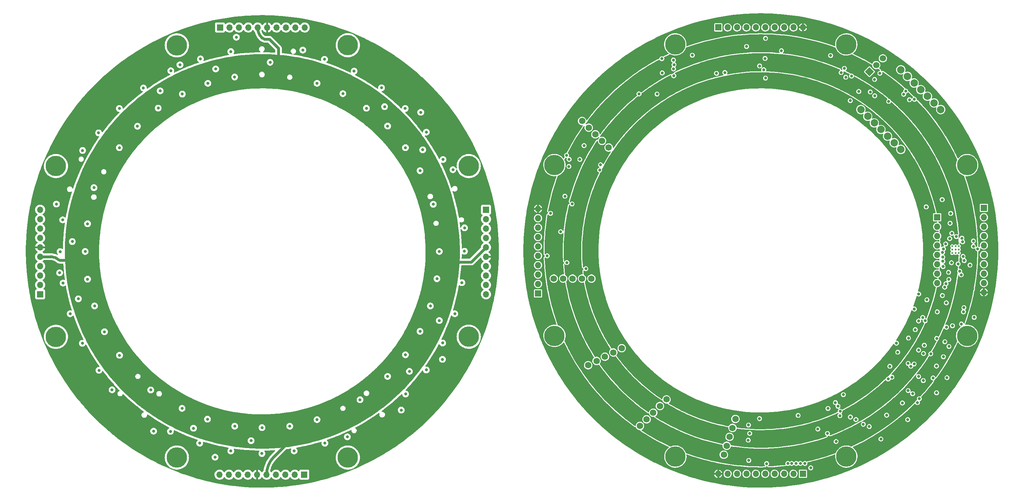
<source format=gbr>
%TF.GenerationSoftware,KiCad,Pcbnew,(6.0.9)*%
%TF.CreationDate,2022-12-31T16:19:11-08:00*%
%TF.ProjectId,LEDArray,4c454441-7272-4617-992e-6b696361645f,rev?*%
%TF.SameCoordinates,Original*%
%TF.FileFunction,Copper,L3,Inr*%
%TF.FilePolarity,Positive*%
%FSLAX46Y46*%
G04 Gerber Fmt 4.6, Leading zero omitted, Abs format (unit mm)*
G04 Created by KiCad (PCBNEW (6.0.9)) date 2022-12-31 16:19:11*
%MOMM*%
%LPD*%
G01*
G04 APERTURE LIST*
G04 Aperture macros list*
%AMHorizOval*
0 Thick line with rounded ends*
0 $1 width*
0 $2 $3 position (X,Y) of the first rounded end (center of the circle)*
0 $4 $5 position (X,Y) of the second rounded end (center of the circle)*
0 Add line between two ends*
20,1,$1,$2,$3,$4,$5,0*
0 Add two circle primitives to create the rounded ends*
1,1,$1,$2,$3*
1,1,$1,$4,$5*%
%AMRotRect*
0 Rectangle, with rotation*
0 The origin of the aperture is its center*
0 $1 length*
0 $2 width*
0 $3 Rotation angle, in degrees counterclockwise*
0 Add horizontal line*
21,1,$1,$2,0,0,$3*%
G04 Aperture macros list end*
%TA.AperFunction,ComponentPad*%
%ADD10C,5.500000*%
%TD*%
%TA.AperFunction,ComponentPad*%
%ADD11C,0.800000*%
%TD*%
%TA.AperFunction,ComponentPad*%
%ADD12R,1.700000X1.700000*%
%TD*%
%TA.AperFunction,ComponentPad*%
%ADD13O,1.700000X1.700000*%
%TD*%
%TA.AperFunction,ComponentPad*%
%ADD14C,0.500000*%
%TD*%
%TA.AperFunction,ComponentPad*%
%ADD15C,1.750000*%
%TD*%
%TA.AperFunction,ComponentPad*%
%ADD16C,2.000000*%
%TD*%
%TA.AperFunction,ComponentPad*%
%ADD17RotRect,1.700000X1.700000X135.000000*%
%TD*%
%TA.AperFunction,ComponentPad*%
%ADD18HorizOval,1.700000X0.000000X0.000000X0.000000X0.000000X0*%
%TD*%
%TA.AperFunction,ViaPad*%
%ADD19C,0.800000*%
%TD*%
%TA.AperFunction,Conductor*%
%ADD20C,0.762000*%
%TD*%
G04 APERTURE END LIST*
D10*
%TO.N,LED_THERM*%
%TO.C,H7*%
X105200000Y-138600000D03*
%TD*%
D11*
%TO.N,LED_THERM*%
%TO.C,D45*%
X106900000Y-34100000D03*
%TD*%
D12*
%TO.N,/LEDBoard/LEDGroup/Anode*%
%TO.C,J4*%
X22100000Y-94425000D03*
D13*
X22100000Y-91885000D03*
%TO.N,/LEDBoard/K1*%
X22100000Y-89345000D03*
%TO.N,/LEDBoard/K2*%
X22100000Y-86805000D03*
%TO.N,/LEDBoard/K3*%
X22100000Y-84265000D03*
%TO.N,/LEDBoard/K4*%
X22100000Y-81725000D03*
%TO.N,/LEDBoard/K5*%
X22100000Y-79185000D03*
%TO.N,/LEDBoard/K6*%
X22100000Y-76645000D03*
%TO.N,/LEDBoard/K7*%
X22100000Y-74105000D03*
%TO.N,/LEDBoard/K8*%
X22100000Y-71565000D03*
%TD*%
D12*
%TO.N,/DriverBoard/LEDDriver/INA261/IN-*%
%TO.C,J8*%
X156550000Y-94200000D03*
D13*
X156550000Y-91660000D03*
%TO.N,/DriverBoard/LEDDriver/K1*%
X156550000Y-89120000D03*
%TO.N,/DriverBoard/LEDDriver/K2*%
X156550000Y-86580000D03*
%TO.N,/DriverBoard/LEDDriver/K3*%
X156550000Y-84040000D03*
%TO.N,/DriverBoard/LEDDriver/K4*%
X156550000Y-81500000D03*
%TO.N,/DriverBoard/LEDDriver/K5*%
X156550000Y-78960000D03*
%TO.N,/DriverBoard/LEDDriver/K6*%
X156550000Y-76420000D03*
%TO.N,/DriverBoard/LEDDriver/K7*%
X156550000Y-73880000D03*
%TO.N,/DriverBoard/LEDDriver/K8*%
X156550000Y-71340000D03*
%TD*%
D11*
%TO.N,LED_THERM*%
%TO.C,D5*%
X110223654Y-44127989D03*
%TD*%
%TO.N,LED_THERM*%
%TO.C,D72*%
X27500000Y-82900000D03*
%TD*%
%TO.N,LED_THERM*%
%TO.C,D60*%
X99000000Y-134700000D03*
%TD*%
%TO.N,LED_THERM*%
%TO.C,D49*%
X130900000Y-58000000D03*
%TD*%
%TO.N,LED_THERM*%
%TO.C,D15*%
X120764654Y-110802989D03*
%TD*%
%TO.N,LED_THERM*%
%TO.C,D20*%
X89522654Y-130106989D03*
%TD*%
%TO.N,LED_THERM*%
%TO.C,D16*%
X115938654Y-116644989D03*
%TD*%
%TO.N,LED_THERM*%
%TO.C,D14*%
X124701654Y-104452989D03*
%TD*%
D10*
%TO.N,GND*%
%TO.C,H11*%
X272450000Y-105675000D03*
%TD*%
%TO.N,LED_THERM*%
%TO.C,H6*%
X137850000Y-105925000D03*
%TD*%
D11*
%TO.N,LED_THERM*%
%TO.C,D61*%
X90700000Y-136800000D03*
%TD*%
%TO.N,LED_THERM*%
%TO.C,D63*%
X73600000Y-136800000D03*
%TD*%
%TO.N,LED_THERM*%
%TO.C,D21*%
X82029654Y-130487989D03*
%TD*%
D10*
%TO.N,GND*%
%TO.C,H9*%
X239800000Y-26875000D03*
%TD*%
D14*
%TO.N,GND*%
%TO.C,U9*%
X270225000Y-81450000D03*
X268375000Y-81450000D03*
X269300000Y-82375000D03*
X268375000Y-82375000D03*
X270225000Y-83300000D03*
X268375000Y-83300000D03*
X269300000Y-81450000D03*
X270225000Y-82375000D03*
X269300000Y-83300000D03*
%TD*%
D11*
%TO.N,LED_THERM*%
%TO.C,D22*%
X74663654Y-130106989D03*
%TD*%
%TO.N,LED_THERM*%
%TO.C,D81*%
X73600000Y-28800000D03*
%TD*%
%TO.N,LED_THERM*%
%TO.C,D38*%
X54000000Y-44100000D03*
%TD*%
%TO.N,LED_THERM*%
%TO.C,D19*%
X96888654Y-128328989D03*
%TD*%
D10*
%TO.N,GND*%
%TO.C,H13*%
X161000000Y-105675000D03*
%TD*%
D11*
%TO.N,LED_THERM*%
%TO.C,D29*%
X36817654Y-97594989D03*
%TD*%
%TO.N,LED_THERM*%
%TO.C,D11*%
X129908654Y-82862989D03*
%TD*%
%TO.N,LED_THERM*%
%TO.C,D40*%
X67400000Y-37400000D03*
%TD*%
%TO.N,LED_THERM*%
%TO.C,D41*%
X74637492Y-35688246D03*
%TD*%
D15*
%TO.N,unconnected-(U13-Pad1)*%
%TO.C,U13*%
X160820000Y-90195000D03*
%TO.N,unconnected-(U13-Pad2)*%
X163360000Y-90195000D03*
%TO.N,/DriverBoard/PowerInput/Vin*%
X165900000Y-90195000D03*
%TO.N,GND*%
X168440000Y-90195000D03*
%TO.N,Net-(D87-Pad2)*%
X170980000Y-90195000D03*
%TD*%
%TO.N,unconnected-(U12-Pad1)*%
%TO.C,U12*%
X206727245Y-137811077D03*
%TO.N,unconnected-(U12-Pad2)*%
X207512148Y-135395394D03*
%TO.N,/DriverBoard/PowerInput/Vin*%
X208297051Y-132979710D03*
%TO.N,GND*%
X209081954Y-130564026D03*
%TO.N,Net-(D86-Pad2)*%
X209866857Y-128148343D03*
%TD*%
D11*
%TO.N,LED_THERM*%
%TO.C,D65*%
X57300000Y-131500000D03*
%TD*%
%TO.N,LED_THERM*%
%TO.C,D12*%
X129273654Y-90228989D03*
%TD*%
%TO.N,LED_THERM*%
%TO.C,D4*%
X103873654Y-40190989D03*
%TD*%
%TO.N,LED_THERM*%
%TO.C,D32*%
X34912654Y-75369989D03*
%TD*%
%TO.N,LED_THERM*%
%TO.C,D3*%
X96888654Y-37396989D03*
%TD*%
%TO.N,LED_THERM*%
%TO.C,D13*%
X127495654Y-97594989D03*
%TD*%
D10*
%TO.N,LED_THERM*%
%TO.C,H5*%
X26375000Y-105950000D03*
%TD*%
D11*
%TO.N,LED_THERM*%
%TO.C,D70*%
X30200000Y-99700000D03*
%TD*%
D10*
%TO.N,LED_THERM*%
%TO.C,H8*%
X137850000Y-59775000D03*
%TD*%
%TO.N,LED_THERM*%
%TO.C,H1*%
X59025000Y-27125000D03*
%TD*%
D11*
%TO.N,LED_THERM*%
%TO.C,D62*%
X82000000Y-137500000D03*
%TD*%
%TO.N,LED_THERM*%
%TO.C,D73*%
X28200000Y-74300000D03*
%TD*%
%TO.N,LED_THERM*%
%TO.C,D79*%
X57400000Y-34000000D03*
%TD*%
%TO.N,LED_THERM*%
%TO.C,D77*%
X43500000Y-44200000D03*
%TD*%
%TO.N,LED_THERM*%
%TO.C,D69*%
X33500000Y-107700000D03*
%TD*%
%TO.N,LED_THERM*%
%TO.C,D24*%
X60439654Y-125280989D03*
%TD*%
%TO.N,LED_THERM*%
%TO.C,D36*%
X43500000Y-54800000D03*
%TD*%
D12*
%TO.N,/DriverBoard/LEDDriver/INA261/IN-*%
%TO.C,J5*%
X205225000Y-22275000D03*
D13*
X207765000Y-22275000D03*
%TO.N,/DriverBoard/LEDDriver/K1*%
X210305000Y-22275000D03*
%TO.N,/DriverBoard/LEDDriver/K2*%
X212845000Y-22275000D03*
%TO.N,/DriverBoard/LEDDriver/K3*%
X215385000Y-22275000D03*
%TO.N,/DriverBoard/LEDDriver/K4*%
X217925000Y-22275000D03*
%TO.N,/DriverBoard/LEDDriver/K5*%
X220465000Y-22275000D03*
%TO.N,/DriverBoard/LEDDriver/K6*%
X223005000Y-22275000D03*
%TO.N,/DriverBoard/LEDDriver/K7*%
X225545000Y-22275000D03*
%TO.N,/DriverBoard/LEDDriver/K8*%
X228085000Y-22275000D03*
%TD*%
D11*
%TO.N,LED_THERM*%
%TO.C,D80*%
X65400000Y-30800000D03*
%TD*%
D10*
%TO.N,GND*%
%TO.C,H15*%
X193650000Y-138325000D03*
%TD*%
D11*
%TO.N,LED_THERM*%
%TO.C,D37*%
X48400000Y-49000000D03*
%TD*%
D12*
%TO.N,/LEDBoard/LEDGroup/Anode*%
%TO.C,J2*%
X142500000Y-71575000D03*
D13*
X142500000Y-74115000D03*
%TO.N,/LEDBoard/K1*%
X142500000Y-76655000D03*
%TO.N,/LEDBoard/K2*%
X142500000Y-79195000D03*
%TO.N,/LEDBoard/K3*%
X142500000Y-81735000D03*
%TO.N,/LEDBoard/K4*%
X142500000Y-84275000D03*
%TO.N,/LEDBoard/K5*%
X142500000Y-86815000D03*
%TO.N,/LEDBoard/K6*%
X142500000Y-89355000D03*
%TO.N,/LEDBoard/K7*%
X142500000Y-91895000D03*
%TO.N,/LEDBoard/K8*%
X142500000Y-94435000D03*
%TD*%
D15*
%TO.N,unconnected-(U15-Pad1)*%
%TO.C,U15*%
X184082898Y-130042102D03*
%TO.N,unconnected-(U15-Pad2)*%
X185878949Y-128246051D03*
%TO.N,/DriverBoard/PowerInput/Vin*%
X187675000Y-126450000D03*
%TO.N,GND*%
X189471051Y-124653949D03*
%TO.N,Net-(D89-Pad2)*%
X191267102Y-122857898D03*
%TD*%
D10*
%TO.N,GND*%
%TO.C,H12*%
X193625000Y-26850000D03*
%TD*%
D11*
%TO.N,LED_THERM*%
%TO.C,D28*%
X39484654Y-104579989D03*
%TD*%
D15*
%TO.N,unconnected-(U11-Pad1)*%
%TO.C,U11*%
X168457898Y-47582898D03*
%TO.N,unconnected-(U11-Pad2)*%
X170253949Y-49378949D03*
%TO.N,/DriverBoard/PowerInput/Vin*%
X172050000Y-51175000D03*
%TO.N,GND*%
X173846051Y-52971051D03*
%TO.N,/DriverBoard/VSYS*%
X175642102Y-54767102D03*
%TD*%
D12*
%TO.N,/DriverBoard/LEDDriver/INA261/IN-*%
%TO.C,J6*%
X276950000Y-71055000D03*
D13*
X276950000Y-73595000D03*
%TO.N,/DriverBoard/LEDDriver/K1*%
X276950000Y-76135000D03*
%TO.N,/DriverBoard/LEDDriver/K2*%
X276950000Y-78675000D03*
%TO.N,/DriverBoard/LEDDriver/K3*%
X276950000Y-81215000D03*
%TO.N,/DriverBoard/LEDDriver/K4*%
X276950000Y-83755000D03*
%TO.N,/DriverBoard/LEDDriver/K5*%
X276950000Y-86295000D03*
%TO.N,/DriverBoard/LEDDriver/K6*%
X276950000Y-88835000D03*
%TO.N,/DriverBoard/LEDDriver/K7*%
X276950000Y-91375000D03*
%TO.N,/DriverBoard/LEDDriver/K8*%
X276950000Y-93915000D03*
%TD*%
D11*
%TO.N,LED_THERM*%
%TO.C,D8*%
X124701654Y-61018989D03*
%TD*%
%TO.N,LED_THERM*%
%TO.C,D44*%
X98900000Y-30900000D03*
%TD*%
%TO.N,LED_THERM*%
%TO.C,D64*%
X65200000Y-134700000D03*
%TD*%
%TO.N,LED_THERM*%
%TO.C,D54*%
X134100000Y-99700000D03*
%TD*%
D10*
%TO.N,GND*%
%TO.C,H14*%
X161000000Y-59500000D03*
%TD*%
D12*
%TO.N,/DriverBoard/PortExpander/P08*%
%TO.C,J11*%
X264350000Y-73595000D03*
D13*
%TO.N,/DriverBoard/PortExpander/P09*%
X264350000Y-76135000D03*
%TO.N,/DriverBoard/PortExpander/P10*%
X264350000Y-78675000D03*
%TO.N,/DriverBoard/PortExpander/P11*%
X264350000Y-81215000D03*
%TO.N,/DriverBoard/PortExpander/P12*%
X264350000Y-83755000D03*
%TO.N,/DriverBoard/PortExpander/P13*%
X264350000Y-86295000D03*
%TO.N,/DriverBoard/PortExpander/P14*%
X264350000Y-88835000D03*
%TO.N,/DriverBoard/PortExpander/P15*%
X264350000Y-91375000D03*
%TD*%
D11*
%TO.N,LED_THERM*%
%TO.C,D27*%
X43548654Y-110929989D03*
%TD*%
D10*
%TO.N,LED_THERM*%
%TO.C,H2*%
X105200000Y-27100000D03*
%TD*%
D11*
%TO.N,LED_THERM*%
%TO.C,D6*%
X115938654Y-48953989D03*
%TD*%
%TO.N,LED_THERM*%
%TO.C,D78*%
X50006396Y-38657537D03*
%TD*%
%TO.N,LED_THERM*%
%TO.C,D71*%
X28300000Y-91400000D03*
%TD*%
%TO.N,LED_THERM*%
%TO.C,D48*%
X126400000Y-50600000D03*
%TD*%
%TO.N,LED_THERM*%
%TO.C,D55*%
X130800000Y-107600000D03*
%TD*%
%TO.N,LED_THERM*%
%TO.C,D23*%
X67297654Y-128201989D03*
%TD*%
D10*
%TO.N,LED_THERM*%
%TO.C,H4*%
X26375000Y-59775000D03*
%TD*%
D12*
%TO.N,/LEDBoard/LEDGroup/Anode*%
%TO.C,J3*%
X93425000Y-143200000D03*
D13*
X90885000Y-143200000D03*
%TO.N,/LEDBoard/K1*%
X88345000Y-143200000D03*
%TO.N,/LEDBoard/K2*%
X85805000Y-143200000D03*
%TO.N,/LEDBoard/K3*%
X83265000Y-143200000D03*
%TO.N,/LEDBoard/K4*%
X80725000Y-143200000D03*
%TO.N,/LEDBoard/K5*%
X78185000Y-143200000D03*
%TO.N,/LEDBoard/K6*%
X75645000Y-143200000D03*
%TO.N,/LEDBoard/K7*%
X73105000Y-143200000D03*
%TO.N,/LEDBoard/K8*%
X70565000Y-143200000D03*
%TD*%
D12*
%TO.N,/LEDBoard/LEDGroup/Anode*%
%TO.C,J1*%
X70675000Y-22300000D03*
D13*
X73215000Y-22300000D03*
%TO.N,/LEDBoard/K1*%
X75755000Y-22300000D03*
%TO.N,/LEDBoard/K2*%
X78295000Y-22300000D03*
%TO.N,/LEDBoard/K3*%
X80835000Y-22300000D03*
%TO.N,/LEDBoard/K4*%
X83375000Y-22300000D03*
%TO.N,/LEDBoard/K5*%
X85915000Y-22300000D03*
%TO.N,/LEDBoard/K6*%
X88455000Y-22300000D03*
%TO.N,/LEDBoard/K7*%
X90995000Y-22300000D03*
%TO.N,/LEDBoard/K8*%
X93535000Y-22300000D03*
%TD*%
D11*
%TO.N,LED_THERM*%
%TO.C,D68*%
X38000000Y-115000000D03*
%TD*%
D10*
%TO.N,GND*%
%TO.C,H10*%
X272450000Y-59500000D03*
%TD*%
D11*
%TO.N,LED_THERM*%
%TO.C,D7*%
X120764654Y-54795989D03*
%TD*%
%TO.N,LED_THERM*%
%TO.C,D52*%
X136700000Y-82800000D03*
%TD*%
%TO.N,LED_THERM*%
%TO.C,D56*%
X126400000Y-114900000D03*
%TD*%
D16*
%TO.N,/DriverBoard/STROBE*%
%TO.C,U19*%
X265307692Y-44493615D03*
%TO.N,/DriverBoard/GPIO_0*%
X263511641Y-42697564D03*
%TO.N,/DriverBoard/GPIO_1*%
X261715590Y-40901513D03*
%TO.N,/DriverBoard/GPIO_2*%
X259919539Y-39105461D03*
%TO.N,/DriverBoard/SDA*%
X258123487Y-37309410D03*
%TO.N,/DriverBoard/SCL*%
X256327436Y-35513359D03*
%TO.N,/DriverBoard/TX*%
X254531385Y-33717308D03*
%TO.N,/DriverBoard/RX*%
X243755078Y-44493615D03*
%TO.N,Net-(J12-Pad3)*%
X245589187Y-46314186D03*
%TO.N,Net-(J12-Pad2)*%
X247372602Y-48097601D03*
%TO.N,Net-(J12-Pad1)*%
X249150000Y-49875000D03*
%TO.N,VCC*%
X250946052Y-51671051D03*
%TO.N,GND*%
X252742103Y-53467102D03*
%TO.N,/DriverBoard/VSYS*%
X254538154Y-55263153D03*
%TD*%
D11*
%TO.N,LED_THERM*%
%TO.C,D76*%
X37900000Y-50800000D03*
%TD*%
D15*
%TO.N,unconnected-(U14-Pad1)*%
%TO.C,U14*%
X170108095Y-113620742D03*
%TO.N,unconnected-(U14-Pad2)*%
X172371251Y-112467606D03*
%TO.N,/DriverBoard/PowerInput/Vin*%
X174634408Y-111314470D03*
%TO.N,GND*%
X176897565Y-110161334D03*
%TO.N,Net-(D88-Pad2)*%
X179160721Y-109008198D03*
%TD*%
D11*
%TO.N,LED_THERM*%
%TO.C,D30*%
X34912654Y-90355989D03*
%TD*%
D10*
%TO.N,GND*%
%TO.C,H16*%
X239825000Y-138325000D03*
%TD*%
D11*
%TO.N,LED_THERM*%
%TO.C,D31*%
X34277654Y-82862989D03*
%TD*%
D12*
%TO.N,/DriverBoard/LEDDriver/INA261/IN-*%
%TO.C,J7*%
X228075000Y-142975000D03*
D13*
X225535000Y-142975000D03*
%TO.N,/DriverBoard/LEDDriver/K1*%
X222995000Y-142975000D03*
%TO.N,/DriverBoard/LEDDriver/K2*%
X220455000Y-142975000D03*
%TO.N,/DriverBoard/LEDDriver/K3*%
X217915000Y-142975000D03*
%TO.N,/DriverBoard/LEDDriver/K4*%
X215375000Y-142975000D03*
%TO.N,/DriverBoard/LEDDriver/K5*%
X212835000Y-142975000D03*
%TO.N,/DriverBoard/LEDDriver/K6*%
X210295000Y-142975000D03*
%TO.N,/DriverBoard/LEDDriver/K7*%
X207755000Y-142975000D03*
%TO.N,/DriverBoard/LEDDriver/K8*%
X205215000Y-142975000D03*
%TD*%
D11*
%TO.N,LED_THERM*%
%TO.C,D46*%
X114300000Y-38600000D03*
%TD*%
D17*
%TO.N,Net-(J12-Pad1)*%
%TO.C,J12*%
X246082898Y-34242102D03*
D18*
%TO.N,Net-(J12-Pad2)*%
X247878949Y-32446051D03*
%TO.N,Net-(J12-Pad3)*%
X249675000Y-30650000D03*
%TD*%
D11*
%TO.N,LED_THERM*%
%TO.C,D39*%
X60500000Y-40300000D03*
%TD*%
D10*
%TO.N,LED_THERM*%
%TO.C,H3*%
X59025000Y-138575000D03*
%TD*%
D11*
%TO.N,LED_THERM*%
%TO.C,D47*%
X120700000Y-44200000D03*
%TD*%
%TO.N,LED_THERM*%
%TO.C,D53*%
X136000000Y-91300000D03*
%TD*%
%TO.N,LED_THERM*%
%TO.C,D57*%
X120800000Y-121400000D03*
%TD*%
D19*
%TO.N,Net-(BT1-Pad1)*%
X235575000Y-29875000D03*
%TO.N,/LEDBoard/K1*%
X51975000Y-120300000D03*
X36650000Y-65600000D03*
X108500000Y-122950000D03*
X128275000Y-70100000D03*
X84225000Y-31725000D03*
%TO.N,/LEDBoard/K2*%
X41525000Y-120275000D03*
X105075000Y-132975000D03*
X136725000Y-76475000D03*
X33575000Y-55550000D03*
X93050000Y-28400000D03*
%TO.N,/LEDBoard/K3*%
X133375000Y-85725000D03*
X38975000Y-110475000D03*
X101000000Y-35075000D03*
X95125000Y-132375000D03*
X42575000Y-50425000D03*
%TO.N,/LEDBoard/K4*%
X138225000Y-95550000D03*
X43475000Y-39150000D03*
X111675000Y-33225000D03*
X30825000Y-104425000D03*
X86675000Y-140225000D03*
%TO.N,/LEDBoard/K5*%
X54525000Y-39425000D03*
X79075000Y-134025000D03*
X115125000Y-43700000D03*
X129900000Y-101525000D03*
X32425000Y-95675000D03*
%TO.N,/LEDBoard/K6*%
X59875000Y-32375000D03*
X124900000Y-45225000D03*
X27375000Y-88625000D03*
X69350000Y-138475000D03*
X130750000Y-112025000D03*
%TO.N,/LEDBoard/K7*%
X125425000Y-55375000D03*
X63525000Y-130650000D03*
X69525000Y-33500000D03*
X121825000Y-115275000D03*
X30800000Y-80175000D03*
%TO.N,/LEDBoard/K8*%
X119625000Y-125750000D03*
X26500000Y-70050000D03*
X133575000Y-60750000D03*
X52750000Y-131450000D03*
X75100000Y-24925000D03*
%TO.N,Net-(F1-Pad1)*%
X188700000Y-40300000D03*
%TO.N,GND*%
X238150000Y-126075000D03*
X239025000Y-121575000D03*
X261100000Y-101600000D03*
X164950000Y-57950000D03*
%TO.N,VCC*%
X212875000Y-27425000D03*
X259333404Y-109514168D03*
X242412500Y-128312500D03*
X266376204Y-92494671D03*
X267825000Y-75225000D03*
X222300000Y-28575000D03*
X237050000Y-134250000D03*
X262621656Y-110548001D03*
X164275000Y-56875000D03*
X198225000Y-29800000D03*
X254950000Y-123825000D03*
X259350000Y-101650000D03*
X259330954Y-116667500D03*
X240875000Y-42075000D03*
X259350000Y-94349998D03*
%TO.N,Net-(C14-Pad1)*%
X193275000Y-32375000D03*
%TO.N,Net-(C14-Pad2)*%
X193125000Y-31100000D03*
%TO.N,Net-(C15-Pad1)*%
X193225000Y-35350000D03*
%TO.N,Net-(C15-Pad2)*%
X193150000Y-33475000D03*
%TO.N,Net-(C18-Pad1)*%
X190000000Y-30725000D03*
%TO.N,Net-(C19-Pad2)*%
X190100000Y-34575000D03*
%TO.N,Net-(C20-Pad1)*%
X165750000Y-70025000D03*
%TO.N,/DriverBoard/VLED*%
X216375000Y-128050000D03*
%TO.N,Net-(D84-Pad1)*%
X163825000Y-67925000D03*
X159925000Y-72550000D03*
%TO.N,/DriverBoard/GPIO_1*%
X255308143Y-40339878D03*
X256862500Y-41837500D03*
%TO.N,/DriverBoard/GPIO_0*%
X255850000Y-39500000D03*
X258200000Y-41725000D03*
%TO.N,/DriverBoard/LEDDriver/INA261/IN-*%
X234875000Y-125300000D03*
%TO.N,/DriverBoard/LEDDriver/K1*%
X251568319Y-113905500D03*
X169475000Y-87524502D03*
X261390752Y-70802389D03*
X213400000Y-129800000D03*
X218000000Y-35975000D03*
%TO.N,/DriverBoard/LEDDriver/K2*%
X213325000Y-133875000D03*
X268000000Y-72575000D03*
X217875000Y-30675000D03*
X164350000Y-85875000D03*
X240900000Y-127625000D03*
%TO.N,/DriverBoard/LEDDriver/K3*%
X218000000Y-25250000D03*
X266418794Y-107276352D03*
X274122501Y-80023526D03*
X260876612Y-108223949D03*
X218300000Y-140225000D03*
X159018077Y-84040000D03*
%TO.N,/DriverBoard/LEDDriver/K4*%
X274350000Y-100675000D03*
X260450000Y-100700000D03*
%TO.N,/DriverBoard/LEDDriver/K5*%
X169400000Y-78950000D03*
X262625000Y-94026500D03*
X248375000Y-117600000D03*
X220478795Y-36060000D03*
X212102076Y-128172924D03*
%TO.N,/DriverBoard/LEDDriver/K6*%
X267675500Y-94367639D03*
X256575000Y-116350000D03*
X260600000Y-117775000D03*
X165750000Y-75050000D03*
X210725000Y-134700000D03*
X237622225Y-36775347D03*
%TO.N,/DriverBoard/LEDDriver/K7*%
X209025000Y-139575000D03*
X250450000Y-128550000D03*
X240150000Y-31825000D03*
X159575000Y-75075000D03*
X273892001Y-93038829D03*
%TO.N,/DriverBoard/LEDDriver/K8*%
X268875000Y-111175000D03*
X260650000Y-110450000D03*
%TO.N,Net-(F2-Pad1)*%
X183825000Y-40250000D03*
%TO.N,Net-(J10-Pad2)*%
X162675000Y-77525000D03*
%TO.N,/DriverBoard/PowerInput/INA260/IN+*%
X167850000Y-57975000D03*
X173200000Y-60850000D03*
%TO.N,/DriverBoard/LEDDriver/CurrentSource/Out*%
X226800000Y-127200000D03*
X213725000Y-132050000D03*
X238075000Y-127275000D03*
%TO.N,Net-(Q1-Pad4)*%
X249150000Y-133575000D03*
%TO.N,Net-(Q2-Pad4)*%
X264230000Y-106373500D03*
%TO.N,Net-(Q3-Pad4)*%
X264376518Y-99176518D03*
%TO.N,Net-(Q4-Pad4)*%
X256405000Y-128330000D03*
%TO.N,Net-(Q5-Pad4)*%
X264187500Y-121075000D03*
%TO.N,Net-(Q6-Pad4)*%
X256505000Y-120480000D03*
%TO.N,Net-(Q7-Pad4)*%
X264162500Y-113830000D03*
%TO.N,Net-(Q10-Pad4)*%
X256498500Y-113107165D03*
%TO.N,Net-(R15-Pad2)*%
X224025000Y-140175000D03*
X227400000Y-140175000D03*
X225050000Y-140175000D03*
X226275000Y-140175000D03*
X228625000Y-140175000D03*
%TO.N,/DriverBoard/SDA*%
X273199479Y-86548797D03*
X239675000Y-35750000D03*
X238412500Y-34487500D03*
X173441948Y-59402511D03*
X232125000Y-130875000D03*
X271649502Y-85325500D03*
X237561501Y-124711499D03*
X217525000Y-33725000D03*
X266045121Y-82145051D03*
%TO.N,/DriverBoard/SCL*%
X241212500Y-35437500D03*
X164900000Y-59875000D03*
X216400000Y-32700000D03*
X236861484Y-123724999D03*
X251250000Y-42275000D03*
X234725000Y-132075000D03*
X239299502Y-33350000D03*
X265790289Y-83111522D03*
%TO.N,/DriverBoard/STROBE*%
X258125000Y-113275000D03*
X261575000Y-95925000D03*
X258427716Y-103996996D03*
X256603667Y-106278667D03*
X252125000Y-116850000D03*
X265700000Y-68850000D03*
X253705793Y-110082999D03*
X259025000Y-123725000D03*
X246000000Y-130200000D03*
X257725000Y-121325000D03*
%TO.N,/DriverBoard/LEDDriver/ENABLE2*%
X244400000Y-129575000D03*
X266874300Y-103343373D03*
X266733550Y-91561232D03*
X265900000Y-85500000D03*
X266033902Y-111327604D03*
X266815558Y-96750233D03*
%TO.N,/DriverBoard/LEDDriver/ENABLE3*%
X267502456Y-90422544D03*
X265925000Y-86950000D03*
X267525000Y-108550000D03*
%TO.N,/DriverBoard/LEDDriver/ENABLE4*%
X268200000Y-85900000D03*
X258200000Y-98425000D03*
%TO.N,/DriverBoard/LEDDriver/ENABLE7*%
X267000000Y-116975000D03*
X270850619Y-89165702D03*
X250700000Y-127125000D03*
%TO.N,/DriverBoard/LEDDriver/ENABLE6*%
X270425000Y-88200000D03*
X259525000Y-122675000D03*
X268472856Y-102949311D03*
X271575000Y-98050000D03*
X263250000Y-117075000D03*
%TO.N,/DriverBoard/LEDDriver/ENABLE5*%
X251125000Y-117350000D03*
X269999001Y-86227431D03*
X271450000Y-99200000D03*
%TO.N,/DriverBoard/LEDDriver/ENABLE8*%
X271330856Y-84183237D03*
X257225000Y-113900000D03*
X270900000Y-102475000D03*
%TO.N,/DriverBoard/TX*%
X243175000Y-39600000D03*
X204750000Y-34700000D03*
%TO.N,/DriverBoard/RX*%
X207025000Y-34475000D03*
%TO.N,/DriverBoard/PowerInput/Vin*%
X169000000Y-54225000D03*
%TO.N,/DriverBoard/LEDDriver/CurrentSource/Rset*%
X213475000Y-139350000D03*
X230200000Y-141375000D03*
%TO.N,Net-(J12-Pad3)*%
X246275000Y-39725000D03*
X248875000Y-34675000D03*
%TO.N,Net-(J12-Pad2)*%
X247475000Y-40775000D03*
X247450000Y-36350000D03*
%TO.N,/DriverBoard/LEDDriver/ENABLE1*%
X265750000Y-94775000D03*
X265850000Y-84400000D03*
X253344181Y-107644181D03*
%TO.N,/DriverBoard/PortExpander/P08*%
X275300000Y-82175000D03*
%TO.N,/DriverBoard/PortExpander/P09*%
X274125000Y-81475500D03*
%TO.N,/DriverBoard/PortExpander/P10*%
X271200000Y-80250000D03*
%TO.N,/DriverBoard/PortExpander/P11*%
X271025227Y-79265896D03*
%TO.N,/DriverBoard/PortExpander/P12*%
X269500000Y-78825000D03*
%TO.N,/DriverBoard/PortExpander/P13*%
X268316052Y-77950500D03*
%TO.N,/DriverBoard/PortExpander/P14*%
X267425000Y-88498500D03*
X267730603Y-79375500D03*
%TO.N,/DriverBoard/PortExpander/P15*%
X266656729Y-80824500D03*
%TD*%
D20*
%TO.N,/LEDBoard/K3*%
X81973442Y-25048442D02*
X82000000Y-25075000D01*
X82686751Y-25462194D02*
X84012194Y-25462194D01*
X33085660Y-86285660D02*
X33425000Y-86625000D01*
X84012194Y-25462194D02*
X86475000Y-27925000D01*
X142500000Y-81735000D02*
X138510000Y-85725000D01*
X138510000Y-85725000D02*
X133375000Y-85725000D01*
X85273183Y-138351816D02*
X88509979Y-135115021D01*
X22100000Y-84265000D02*
X25013421Y-84265000D01*
X27331066Y-85225000D02*
X30525000Y-85225000D01*
X86475000Y-27925000D02*
X86475000Y-30352513D01*
X33085656Y-86285664D02*
G75*
G03*
X30525000Y-85225000I-2560656J-2560636D01*
G01*
X86299996Y-30774996D02*
G75*
G03*
X86475000Y-30352513I-422496J422496D01*
G01*
X27149994Y-85150006D02*
G75*
G03*
X25013421Y-84265000I-2136594J-2136594D01*
G01*
X82686744Y-25462222D02*
G75*
G02*
X82000000Y-25075000I358856J1439022D01*
G01*
X27331066Y-85225014D02*
G75*
G02*
X27150000Y-85150000I34J256114D01*
G01*
X81973439Y-25048445D02*
G75*
G02*
X80835000Y-22300000I2748461J2748445D01*
G01*
X85273177Y-138351810D02*
G75*
G03*
X83265000Y-143200000I4848223J-4848190D01*
G01*
X95125000Y-132374978D02*
G75*
G03*
X88509980Y-135115022I0J-9355022D01*
G01*
%TD*%
%TA.AperFunction,Conductor*%
%TO.N,/LEDBoard/K4*%
G36*
X82564643Y-18967286D02*
G01*
X83096926Y-18977506D01*
X84122179Y-18997192D01*
X84125256Y-18997289D01*
X85285335Y-19047939D01*
X85681554Y-19065239D01*
X85684609Y-19065409D01*
X87238825Y-19171365D01*
X87241814Y-19171606D01*
X88792947Y-19315500D01*
X88795993Y-19315819D01*
X90343183Y-19497572D01*
X90346237Y-19497969D01*
X91888462Y-19717461D01*
X91891504Y-19717932D01*
X93427907Y-19975037D01*
X93430937Y-19975582D01*
X94960613Y-20270151D01*
X94963625Y-20270769D01*
X96485695Y-20602634D01*
X96488641Y-20603315D01*
X98002101Y-20972256D01*
X98005050Y-20973013D01*
X98406595Y-21081358D01*
X99509115Y-21378841D01*
X99512077Y-21379680D01*
X100100055Y-21553847D01*
X101005684Y-21822107D01*
X101008574Y-21823001D01*
X101601930Y-22014650D01*
X102490985Y-22301807D01*
X102493903Y-22302789D01*
X103964137Y-22817658D01*
X103967030Y-22818711D01*
X105424236Y-23369343D01*
X105427102Y-23370466D01*
X106870434Y-23956542D01*
X106873272Y-23957735D01*
X108301848Y-24578898D01*
X108304656Y-24580160D01*
X109717644Y-25236046D01*
X109720421Y-25237377D01*
X110094574Y-25422295D01*
X110840812Y-25791109D01*
X111116911Y-25927566D01*
X111119654Y-25928963D01*
X112498945Y-26653107D01*
X112501653Y-26654572D01*
X113862762Y-27412156D01*
X113865434Y-27413686D01*
X115207681Y-28204329D01*
X115210314Y-28205924D01*
X116532784Y-29029090D01*
X116535378Y-29030748D01*
X117837425Y-29886032D01*
X117839972Y-29887751D01*
X118155449Y-30106197D01*
X119120655Y-30774538D01*
X119123165Y-30776321D01*
X119706009Y-31201338D01*
X120379219Y-31692251D01*
X120381853Y-31694172D01*
X120384311Y-31696011D01*
X121620225Y-32644361D01*
X121622590Y-32646223D01*
X122364869Y-33245166D01*
X122834933Y-33624460D01*
X122837305Y-33626423D01*
X124025390Y-34633992D01*
X124027714Y-34636012D01*
X125190785Y-35672271D01*
X125193059Y-35674347D01*
X126330481Y-36738728D01*
X126332703Y-36740858D01*
X126804261Y-37204256D01*
X127443852Y-37832780D01*
X127445962Y-37834906D01*
X128530062Y-38953610D01*
X128532172Y-38955842D01*
X129588626Y-40100709D01*
X129590620Y-40102925D01*
X130618799Y-41273276D01*
X130620740Y-41275540D01*
X131620024Y-42470670D01*
X131621958Y-42473041D01*
X131898664Y-42820908D01*
X132591714Y-43692192D01*
X132593601Y-43694625D01*
X133533259Y-44937076D01*
X133535085Y-44939554D01*
X134444132Y-46204625D01*
X134445898Y-46207147D01*
X135323719Y-47493986D01*
X135325423Y-47496550D01*
X136171568Y-48804489D01*
X136173202Y-48807082D01*
X136940245Y-50058784D01*
X136987168Y-50135355D01*
X136988740Y-50137993D01*
X137769977Y-51485698D01*
X137771486Y-51488376D01*
X138506825Y-52831499D01*
X138519552Y-52854746D01*
X138520987Y-52857442D01*
X138858905Y-53512148D01*
X139235495Y-54241778D01*
X139236873Y-54244531D01*
X139917303Y-55645821D01*
X139918614Y-55648607D01*
X140314273Y-56516802D01*
X140486031Y-56893689D01*
X140564605Y-57066105D01*
X140565847Y-57068921D01*
X141177030Y-58501818D01*
X141178189Y-58504628D01*
X141537636Y-59407880D01*
X141754189Y-59952054D01*
X141755292Y-59954928D01*
X142295733Y-61415929D01*
X142296766Y-61418829D01*
X142801371Y-62892658D01*
X142802332Y-62895583D01*
X143270753Y-64381227D01*
X143271643Y-64384174D01*
X143555906Y-65369026D01*
X143657401Y-65720662D01*
X143703635Y-65880845D01*
X143704453Y-65883813D01*
X144099756Y-67390618D01*
X144100501Y-67393606D01*
X144458872Y-68909622D01*
X144459543Y-68912626D01*
X144780759Y-70436906D01*
X144781357Y-70439926D01*
X145065240Y-71971621D01*
X145065763Y-71974651D01*
X145097827Y-72174829D01*
X145312137Y-73512814D01*
X145312587Y-73515860D01*
X145521309Y-75059604D01*
X145521684Y-75062659D01*
X145606137Y-75827617D01*
X145678334Y-76481565D01*
X145692624Y-76611006D01*
X145692924Y-76614061D01*
X145739454Y-77156811D01*
X145825988Y-78166192D01*
X145826213Y-78169262D01*
X145921313Y-79724131D01*
X145921463Y-79727206D01*
X145978544Y-81283890D01*
X145978620Y-81286968D01*
X145997660Y-82845336D01*
X145997669Y-82847095D01*
X145997283Y-83068352D01*
X145997267Y-83070111D01*
X145972789Y-84628309D01*
X145972703Y-84631387D01*
X145931529Y-85656529D01*
X145915253Y-86061784D01*
X145910187Y-86187905D01*
X145910026Y-86190973D01*
X145830236Y-87424829D01*
X145809499Y-87745504D01*
X145809263Y-87748574D01*
X145670785Y-89300188D01*
X145670474Y-89303251D01*
X145494127Y-90851028D01*
X145493741Y-90854082D01*
X145406421Y-91483365D01*
X145279671Y-92396811D01*
X145279637Y-92397054D01*
X145279182Y-92400062D01*
X145170148Y-93065896D01*
X145027429Y-93937428D01*
X145026894Y-93940460D01*
X144940713Y-94396562D01*
X144746373Y-95425080D01*
X144737674Y-95471116D01*
X144737068Y-95474123D01*
X144598926Y-96118498D01*
X144410522Y-96997322D01*
X144409840Y-97000324D01*
X144046178Y-98515087D01*
X144045422Y-98518072D01*
X143644871Y-100023451D01*
X143644043Y-100026416D01*
X143206830Y-101521571D01*
X143205935Y-101524498D01*
X143007277Y-102146976D01*
X142732321Y-103008526D01*
X142731350Y-103011447D01*
X142647682Y-103253065D01*
X142221596Y-104483531D01*
X142220579Y-104486354D01*
X141815719Y-105569203D01*
X141675016Y-105945530D01*
X141673902Y-105948401D01*
X141092875Y-107393748D01*
X141091692Y-107396590D01*
X140822345Y-108022009D01*
X140486883Y-108800945D01*
X140475521Y-108827327D01*
X140474283Y-108830107D01*
X139823317Y-110245409D01*
X139822008Y-110248166D01*
X139461602Y-110983845D01*
X139136678Y-111647097D01*
X139135290Y-111649845D01*
X138416007Y-113031574D01*
X138414553Y-113034288D01*
X138236481Y-113356866D01*
X137701466Y-114326045D01*
X137661672Y-114398131D01*
X137660159Y-114400794D01*
X136904586Y-115693803D01*
X136874218Y-115745771D01*
X136872641Y-115748395D01*
X136773758Y-115908500D01*
X136054088Y-117073744D01*
X136052439Y-117076344D01*
X135201704Y-118381369D01*
X135199991Y-118383927D01*
X134317665Y-119667720D01*
X134315890Y-119670236D01*
X133402472Y-120932073D01*
X133400637Y-120934545D01*
X132456613Y-122173754D01*
X132454717Y-122176180D01*
X131480743Y-123391898D01*
X131478789Y-123394277D01*
X130475370Y-124585876D01*
X130473358Y-124588206D01*
X129441165Y-125754887D01*
X129439097Y-125757168D01*
X128999878Y-126229824D01*
X128495718Y-126772366D01*
X128378673Y-126898321D01*
X128376559Y-126900540D01*
X127994072Y-127292490D01*
X127288581Y-128015433D01*
X127286404Y-128017610D01*
X127285661Y-128018335D01*
X126520167Y-128765350D01*
X126171521Y-129105579D01*
X126169292Y-129107702D01*
X125028139Y-130168126D01*
X125025858Y-130170194D01*
X123859177Y-131202387D01*
X123856848Y-131204398D01*
X123840732Y-131217969D01*
X122665248Y-132207818D01*
X122662869Y-132209772D01*
X121447151Y-133183746D01*
X121444725Y-133185642D01*
X120205516Y-134129666D01*
X120203044Y-134131501D01*
X118941207Y-135044919D01*
X118938691Y-135046694D01*
X118182937Y-135566109D01*
X117686539Y-135907274D01*
X117654898Y-135929020D01*
X117652340Y-135930733D01*
X116347315Y-136781468D01*
X116344715Y-136783117D01*
X115624078Y-137228192D01*
X115036452Y-137591118D01*
X115019381Y-137601661D01*
X115016756Y-137603238D01*
X113671778Y-138389180D01*
X113669115Y-138390693D01*
X113293975Y-138597782D01*
X112305259Y-139143582D01*
X112302545Y-139145036D01*
X110920816Y-139864319D01*
X110918068Y-139865707D01*
X109519137Y-140551037D01*
X109516403Y-140552335D01*
X108101078Y-141203312D01*
X108098330Y-141204536D01*
X107435050Y-141490189D01*
X106667561Y-141820721D01*
X106664719Y-141821904D01*
X105568764Y-142262476D01*
X105294012Y-142372926D01*
X105219372Y-142402931D01*
X105216508Y-142404042D01*
X103757325Y-142949608D01*
X103754502Y-142950625D01*
X103034349Y-143200000D01*
X102282418Y-143460379D01*
X102279497Y-143461350D01*
X101821114Y-143607639D01*
X100795469Y-143934964D01*
X100792558Y-143935854D01*
X100302038Y-144079292D01*
X99297387Y-144373072D01*
X99294422Y-144373900D01*
X97789043Y-144774451D01*
X97786058Y-144775207D01*
X96271295Y-145138869D01*
X96268293Y-145139551D01*
X94745094Y-145466097D01*
X94742099Y-145466701D01*
X94286865Y-145552718D01*
X93211431Y-145755923D01*
X93208399Y-145756458D01*
X92609310Y-145854563D01*
X91671033Y-146008211D01*
X91668061Y-146008661D01*
X90870936Y-146119271D01*
X90125053Y-146222770D01*
X90121999Y-146223156D01*
X88574222Y-146399503D01*
X88571159Y-146399814D01*
X87019545Y-146538292D01*
X87016477Y-146538528D01*
X85461944Y-146639055D01*
X85458881Y-146639216D01*
X85049530Y-146655657D01*
X83902358Y-146701732D01*
X83899280Y-146701818D01*
X83376255Y-146710035D01*
X82341677Y-146726287D01*
X82338655Y-146726298D01*
X80780885Y-146712703D01*
X80777872Y-146712641D01*
X79220845Y-146660988D01*
X79217849Y-146660852D01*
X77662618Y-146571178D01*
X77659548Y-146570963D01*
X76107015Y-146443322D01*
X76104017Y-146443039D01*
X74554945Y-146277491D01*
X74551954Y-146277134D01*
X73549486Y-146145157D01*
X73007499Y-146073803D01*
X73004451Y-146073364D01*
X71465434Y-145832360D01*
X71462399Y-145831847D01*
X69929689Y-145553306D01*
X69926667Y-145552718D01*
X68401284Y-145236826D01*
X68398277Y-145236165D01*
X67749118Y-145085101D01*
X66881014Y-144883087D01*
X66878094Y-144882371D01*
X65369824Y-144492305D01*
X65366917Y-144491515D01*
X64628371Y-144281135D01*
X63868752Y-144064751D01*
X63865802Y-144063872D01*
X62378457Y-143600616D01*
X62375575Y-143599680D01*
X61096377Y-143166695D01*
X69202251Y-143166695D01*
X69215110Y-143389715D01*
X69216247Y-143394761D01*
X69216248Y-143394767D01*
X69231254Y-143461350D01*
X69264222Y-143607639D01*
X69348266Y-143814616D01*
X69385685Y-143875678D01*
X69462291Y-144000688D01*
X69464987Y-144005088D01*
X69611250Y-144173938D01*
X69783126Y-144316632D01*
X69976000Y-144429338D01*
X70184692Y-144509030D01*
X70189760Y-144510061D01*
X70189763Y-144510062D01*
X70284862Y-144529410D01*
X70403597Y-144553567D01*
X70408772Y-144553757D01*
X70408774Y-144553757D01*
X70621673Y-144561564D01*
X70621677Y-144561564D01*
X70626837Y-144561753D01*
X70631957Y-144561097D01*
X70631959Y-144561097D01*
X70843288Y-144534025D01*
X70843289Y-144534025D01*
X70848416Y-144533368D01*
X70853366Y-144531883D01*
X71057429Y-144470661D01*
X71057434Y-144470659D01*
X71062384Y-144469174D01*
X71262994Y-144370896D01*
X71444860Y-144241173D01*
X71603096Y-144083489D01*
X71662594Y-144000689D01*
X71733453Y-143902077D01*
X71734776Y-143903028D01*
X71781645Y-143859857D01*
X71851580Y-143847625D01*
X71917026Y-143875144D01*
X71944875Y-143906994D01*
X72004987Y-144005088D01*
X72151250Y-144173938D01*
X72323126Y-144316632D01*
X72516000Y-144429338D01*
X72724692Y-144509030D01*
X72729760Y-144510061D01*
X72729763Y-144510062D01*
X72824862Y-144529410D01*
X72943597Y-144553567D01*
X72948772Y-144553757D01*
X72948774Y-144553757D01*
X73161673Y-144561564D01*
X73161677Y-144561564D01*
X73166837Y-144561753D01*
X73171957Y-144561097D01*
X73171959Y-144561097D01*
X73383288Y-144534025D01*
X73383289Y-144534025D01*
X73388416Y-144533368D01*
X73393366Y-144531883D01*
X73597429Y-144470661D01*
X73597434Y-144470659D01*
X73602384Y-144469174D01*
X73802994Y-144370896D01*
X73984860Y-144241173D01*
X74143096Y-144083489D01*
X74202594Y-144000689D01*
X74273453Y-143902077D01*
X74274776Y-143903028D01*
X74321645Y-143859857D01*
X74391580Y-143847625D01*
X74457026Y-143875144D01*
X74484875Y-143906994D01*
X74544987Y-144005088D01*
X74691250Y-144173938D01*
X74863126Y-144316632D01*
X75056000Y-144429338D01*
X75264692Y-144509030D01*
X75269760Y-144510061D01*
X75269763Y-144510062D01*
X75364862Y-144529410D01*
X75483597Y-144553567D01*
X75488772Y-144553757D01*
X75488774Y-144553757D01*
X75701673Y-144561564D01*
X75701677Y-144561564D01*
X75706837Y-144561753D01*
X75711957Y-144561097D01*
X75711959Y-144561097D01*
X75923288Y-144534025D01*
X75923289Y-144534025D01*
X75928416Y-144533368D01*
X75933366Y-144531883D01*
X76137429Y-144470661D01*
X76137434Y-144470659D01*
X76142384Y-144469174D01*
X76342994Y-144370896D01*
X76524860Y-144241173D01*
X76683096Y-144083489D01*
X76742594Y-144000689D01*
X76813453Y-143902077D01*
X76814776Y-143903028D01*
X76861645Y-143859857D01*
X76931580Y-143847625D01*
X76997026Y-143875144D01*
X77024875Y-143906994D01*
X77084987Y-144005088D01*
X77231250Y-144173938D01*
X77403126Y-144316632D01*
X77596000Y-144429338D01*
X77804692Y-144509030D01*
X77809760Y-144510061D01*
X77809763Y-144510062D01*
X77904862Y-144529410D01*
X78023597Y-144553567D01*
X78028772Y-144553757D01*
X78028774Y-144553757D01*
X78241673Y-144561564D01*
X78241677Y-144561564D01*
X78246837Y-144561753D01*
X78251957Y-144561097D01*
X78251959Y-144561097D01*
X78463288Y-144534025D01*
X78463289Y-144534025D01*
X78468416Y-144533368D01*
X78473366Y-144531883D01*
X78677429Y-144470661D01*
X78677434Y-144470659D01*
X78682384Y-144469174D01*
X78882994Y-144370896D01*
X79064860Y-144241173D01*
X79223096Y-144083489D01*
X79282594Y-144000689D01*
X79353453Y-143902077D01*
X79354640Y-143902930D01*
X79401960Y-143859362D01*
X79471897Y-143847145D01*
X79537338Y-143874678D01*
X79565166Y-143906511D01*
X79622694Y-144000388D01*
X79628777Y-144008699D01*
X79768213Y-144169667D01*
X79775580Y-144176883D01*
X79939434Y-144312916D01*
X79947881Y-144318831D01*
X80131756Y-144426279D01*
X80141042Y-144430729D01*
X80340001Y-144506703D01*
X80349899Y-144509579D01*
X80453250Y-144530606D01*
X80467299Y-144529410D01*
X80471000Y-144519065D01*
X80471000Y-141883102D01*
X80467082Y-141869758D01*
X80452806Y-141867771D01*
X80414324Y-141873660D01*
X80404288Y-141876051D01*
X80201868Y-141942212D01*
X80192359Y-141946209D01*
X80003463Y-142044542D01*
X79994738Y-142050036D01*
X79824433Y-142177905D01*
X79816726Y-142184748D01*
X79669590Y-142338717D01*
X79663109Y-142346722D01*
X79558498Y-142500074D01*
X79503587Y-142545076D01*
X79433062Y-142553247D01*
X79369315Y-142521993D01*
X79348618Y-142497509D01*
X79267822Y-142372617D01*
X79267820Y-142372614D01*
X79265014Y-142368277D01*
X79114670Y-142203051D01*
X79110619Y-142199852D01*
X79110615Y-142199848D01*
X78943414Y-142067800D01*
X78943410Y-142067798D01*
X78939359Y-142064598D01*
X78903028Y-142044542D01*
X78887136Y-142035769D01*
X78743789Y-141956638D01*
X78738920Y-141954914D01*
X78738916Y-141954912D01*
X78538087Y-141883795D01*
X78538083Y-141883794D01*
X78533212Y-141882069D01*
X78528119Y-141881162D01*
X78528116Y-141881161D01*
X78318373Y-141843800D01*
X78318367Y-141843799D01*
X78313284Y-141842894D01*
X78239452Y-141841992D01*
X78095081Y-141840228D01*
X78095079Y-141840228D01*
X78089911Y-141840165D01*
X77869091Y-141873955D01*
X77656756Y-141943357D01*
X77458607Y-142046507D01*
X77454474Y-142049610D01*
X77454471Y-142049612D01*
X77284100Y-142177530D01*
X77279965Y-142180635D01*
X77254541Y-142207240D01*
X77173209Y-142292349D01*
X77125629Y-142342138D01*
X77018201Y-142499621D01*
X76963293Y-142544621D01*
X76892768Y-142552792D01*
X76829021Y-142521538D01*
X76808324Y-142497054D01*
X76727822Y-142372617D01*
X76727820Y-142372614D01*
X76725014Y-142368277D01*
X76574670Y-142203051D01*
X76570619Y-142199852D01*
X76570615Y-142199848D01*
X76403414Y-142067800D01*
X76403410Y-142067798D01*
X76399359Y-142064598D01*
X76363028Y-142044542D01*
X76347136Y-142035769D01*
X76203789Y-141956638D01*
X76198920Y-141954914D01*
X76198916Y-141954912D01*
X75998087Y-141883795D01*
X75998083Y-141883794D01*
X75993212Y-141882069D01*
X75988119Y-141881162D01*
X75988116Y-141881161D01*
X75778373Y-141843800D01*
X75778367Y-141843799D01*
X75773284Y-141842894D01*
X75699452Y-141841992D01*
X75555081Y-141840228D01*
X75555079Y-141840228D01*
X75549911Y-141840165D01*
X75329091Y-141873955D01*
X75116756Y-141943357D01*
X74918607Y-142046507D01*
X74914474Y-142049610D01*
X74914471Y-142049612D01*
X74744100Y-142177530D01*
X74739965Y-142180635D01*
X74714541Y-142207240D01*
X74633209Y-142292349D01*
X74585629Y-142342138D01*
X74478201Y-142499621D01*
X74423293Y-142544621D01*
X74352768Y-142552792D01*
X74289021Y-142521538D01*
X74268324Y-142497054D01*
X74187822Y-142372617D01*
X74187820Y-142372614D01*
X74185014Y-142368277D01*
X74034670Y-142203051D01*
X74030619Y-142199852D01*
X74030615Y-142199848D01*
X73863414Y-142067800D01*
X73863410Y-142067798D01*
X73859359Y-142064598D01*
X73823028Y-142044542D01*
X73807136Y-142035769D01*
X73663789Y-141956638D01*
X73658920Y-141954914D01*
X73658916Y-141954912D01*
X73458087Y-141883795D01*
X73458083Y-141883794D01*
X73453212Y-141882069D01*
X73448119Y-141881162D01*
X73448116Y-141881161D01*
X73238373Y-141843800D01*
X73238367Y-141843799D01*
X73233284Y-141842894D01*
X73159452Y-141841992D01*
X73015081Y-141840228D01*
X73015079Y-141840228D01*
X73009911Y-141840165D01*
X72789091Y-141873955D01*
X72576756Y-141943357D01*
X72378607Y-142046507D01*
X72374474Y-142049610D01*
X72374471Y-142049612D01*
X72204100Y-142177530D01*
X72199965Y-142180635D01*
X72174541Y-142207240D01*
X72093209Y-142292349D01*
X72045629Y-142342138D01*
X71938201Y-142499621D01*
X71883293Y-142544621D01*
X71812768Y-142552792D01*
X71749021Y-142521538D01*
X71728324Y-142497054D01*
X71647822Y-142372617D01*
X71647820Y-142372614D01*
X71645014Y-142368277D01*
X71494670Y-142203051D01*
X71490619Y-142199852D01*
X71490615Y-142199848D01*
X71323414Y-142067800D01*
X71323410Y-142067798D01*
X71319359Y-142064598D01*
X71283028Y-142044542D01*
X71267136Y-142035769D01*
X71123789Y-141956638D01*
X71118920Y-141954914D01*
X71118916Y-141954912D01*
X70918087Y-141883795D01*
X70918083Y-141883794D01*
X70913212Y-141882069D01*
X70908119Y-141881162D01*
X70908116Y-141881161D01*
X70698373Y-141843800D01*
X70698367Y-141843799D01*
X70693284Y-141842894D01*
X70619452Y-141841992D01*
X70475081Y-141840228D01*
X70475079Y-141840228D01*
X70469911Y-141840165D01*
X70249091Y-141873955D01*
X70036756Y-141943357D01*
X69838607Y-142046507D01*
X69834474Y-142049610D01*
X69834471Y-142049612D01*
X69664100Y-142177530D01*
X69659965Y-142180635D01*
X69634541Y-142207240D01*
X69553209Y-142292349D01*
X69505629Y-142342138D01*
X69379743Y-142526680D01*
X69285688Y-142729305D01*
X69225989Y-142944570D01*
X69202251Y-143166695D01*
X61096377Y-143166695D01*
X60899935Y-143100203D01*
X60897158Y-143099225D01*
X59983348Y-142764818D01*
X59434216Y-142563864D01*
X59431338Y-142562771D01*
X57981927Y-141991833D01*
X57979076Y-141990669D01*
X57894427Y-141954912D01*
X56544091Y-141384507D01*
X56541305Y-141383290D01*
X55813765Y-141054794D01*
X55121508Y-140742228D01*
X55118718Y-140740927D01*
X53715043Y-140065384D01*
X53712285Y-140064015D01*
X53511871Y-139961458D01*
X52325516Y-139354369D01*
X52322796Y-139352935D01*
X52261445Y-139319624D01*
X50953779Y-138609620D01*
X50951159Y-138608156D01*
X50873690Y-138563609D01*
X55761734Y-138563609D01*
X55761906Y-138567004D01*
X55761906Y-138567005D01*
X55763670Y-138601819D01*
X55779591Y-138916106D01*
X55780128Y-138919461D01*
X55780129Y-138919467D01*
X55816026Y-139143582D01*
X55835412Y-139264613D01*
X55928546Y-139605053D01*
X56057903Y-139933443D01*
X56059486Y-139936458D01*
X56220384Y-140242926D01*
X56220389Y-140242934D01*
X56221968Y-140245942D01*
X56223862Y-140248760D01*
X56223867Y-140248769D01*
X56410544Y-140526573D01*
X56418824Y-140538895D01*
X56646167Y-140808873D01*
X56648627Y-140811224D01*
X56648630Y-140811227D01*
X56898875Y-141050366D01*
X56898882Y-141050372D01*
X56901338Y-141052719D01*
X57181351Y-141267581D01*
X57281833Y-141328675D01*
X57480017Y-141449173D01*
X57480022Y-141449176D01*
X57482932Y-141450945D01*
X57486020Y-141452391D01*
X57486019Y-141452391D01*
X57799468Y-141599222D01*
X57799478Y-141599226D01*
X57802552Y-141600666D01*
X57805770Y-141601768D01*
X57805773Y-141601769D01*
X58133241Y-141713887D01*
X58133245Y-141713888D01*
X58136472Y-141714993D01*
X58139802Y-141715743D01*
X58139811Y-141715746D01*
X58383164Y-141770587D01*
X58480786Y-141792587D01*
X58484171Y-141792973D01*
X58484179Y-141792974D01*
X58828083Y-141832157D01*
X58828091Y-141832157D01*
X58831466Y-141832542D01*
X58834870Y-141832560D01*
X58834873Y-141832560D01*
X59026627Y-141833564D01*
X59184411Y-141834390D01*
X59187797Y-141834040D01*
X59187799Y-141834040D01*
X59532098Y-141798461D01*
X59532107Y-141798460D01*
X59535490Y-141798110D01*
X59538823Y-141797396D01*
X59538826Y-141797395D01*
X59708692Y-141760979D01*
X59880598Y-141724125D01*
X60215697Y-141613301D01*
X60536867Y-141466936D01*
X60677755Y-141383283D01*
X60837407Y-141288489D01*
X60837412Y-141288486D01*
X60840352Y-141286740D01*
X60865870Y-141267581D01*
X61119867Y-141076874D01*
X61122600Y-141074822D01*
X61380310Y-140833661D01*
X61610468Y-140566078D01*
X61810380Y-140275203D01*
X61811992Y-140272209D01*
X61811997Y-140272201D01*
X61964248Y-139989440D01*
X61977709Y-139964440D01*
X62110498Y-139637422D01*
X62118816Y-139608223D01*
X62183220Y-139382128D01*
X62207191Y-139297976D01*
X62232664Y-139148955D01*
X62266087Y-138953420D01*
X62266087Y-138953418D01*
X62266659Y-138950073D01*
X62267083Y-138943149D01*
X62288096Y-138599580D01*
X62288206Y-138597782D01*
X62288286Y-138575000D01*
X62282870Y-138475000D01*
X68436496Y-138475000D01*
X68437186Y-138481565D01*
X68451839Y-138620976D01*
X68456458Y-138664928D01*
X68515473Y-138846556D01*
X68610960Y-139011944D01*
X68738747Y-139153866D01*
X68837843Y-139225864D01*
X68886544Y-139261247D01*
X68893248Y-139266118D01*
X68899276Y-139268802D01*
X68899278Y-139268803D01*
X69028316Y-139326254D01*
X69067712Y-139343794D01*
X69161113Y-139363647D01*
X69248056Y-139382128D01*
X69248061Y-139382128D01*
X69254513Y-139383500D01*
X69445487Y-139383500D01*
X69451939Y-139382128D01*
X69451944Y-139382128D01*
X69538887Y-139363647D01*
X69632288Y-139343794D01*
X69671684Y-139326254D01*
X69800722Y-139268803D01*
X69800724Y-139268802D01*
X69806752Y-139266118D01*
X69813457Y-139261247D01*
X69862157Y-139225864D01*
X69961253Y-139153866D01*
X70089040Y-139011944D01*
X70184527Y-138846556D01*
X70243542Y-138664928D01*
X70248162Y-138620976D01*
X70262814Y-138481565D01*
X70263504Y-138475000D01*
X70256515Y-138408500D01*
X70244232Y-138291635D01*
X70244232Y-138291633D01*
X70243542Y-138285072D01*
X70184527Y-138103444D01*
X70176798Y-138090056D01*
X70092341Y-137943774D01*
X70089040Y-137938056D01*
X70041141Y-137884858D01*
X69965675Y-137801045D01*
X69965674Y-137801044D01*
X69961253Y-137796134D01*
X69838747Y-137707128D01*
X69812094Y-137687763D01*
X69812093Y-137687762D01*
X69806752Y-137683882D01*
X69800724Y-137681198D01*
X69800722Y-137681197D01*
X69638319Y-137608891D01*
X69638318Y-137608891D01*
X69632288Y-137606206D01*
X69538887Y-137586353D01*
X69451944Y-137567872D01*
X69451939Y-137567872D01*
X69445487Y-137566500D01*
X69254513Y-137566500D01*
X69248061Y-137567872D01*
X69248056Y-137567872D01*
X69161113Y-137586353D01*
X69067712Y-137606206D01*
X69061682Y-137608891D01*
X69061681Y-137608891D01*
X68899278Y-137681197D01*
X68899276Y-137681198D01*
X68893248Y-137683882D01*
X68887907Y-137687762D01*
X68887906Y-137687763D01*
X68861253Y-137707128D01*
X68738747Y-137796134D01*
X68734326Y-137801044D01*
X68734325Y-137801045D01*
X68658860Y-137884858D01*
X68610960Y-137938056D01*
X68607659Y-137943774D01*
X68523203Y-138090056D01*
X68515473Y-138103444D01*
X68456458Y-138285072D01*
X68455768Y-138291633D01*
X68455768Y-138291635D01*
X68443485Y-138408500D01*
X68436496Y-138475000D01*
X62282870Y-138475000D01*
X62269199Y-138222567D01*
X62212161Y-137874257D01*
X62117839Y-137534145D01*
X62114849Y-137526630D01*
X61988597Y-137209372D01*
X61987338Y-137206208D01*
X61876148Y-136996206D01*
X61823777Y-136897295D01*
X61823775Y-136897292D01*
X61822182Y-136894283D01*
X61815579Y-136884530D01*
X61626211Y-136604834D01*
X61626204Y-136604825D01*
X61624305Y-136602020D01*
X61622109Y-136599430D01*
X61622104Y-136599424D01*
X61533715Y-136495201D01*
X61396021Y-136332837D01*
X61140001Y-136089883D01*
X61137294Y-136087821D01*
X61137286Y-136087814D01*
X60900292Y-135907274D01*
X60859239Y-135876000D01*
X60557020Y-135693689D01*
X60553930Y-135692255D01*
X60553925Y-135692252D01*
X60370540Y-135607128D01*
X60236879Y-135545085D01*
X60233654Y-135543993D01*
X60233648Y-135543991D01*
X59905798Y-135433020D01*
X59905793Y-135433018D01*
X59902562Y-135431925D01*
X59888832Y-135428881D01*
X59819730Y-135413562D01*
X59557979Y-135355533D01*
X59428027Y-135341186D01*
X59210543Y-135317175D01*
X59210538Y-135317175D01*
X59207162Y-135316802D01*
X59203763Y-135316796D01*
X59203762Y-135316796D01*
X59037289Y-135316506D01*
X58854213Y-135316186D01*
X58723206Y-135330187D01*
X58506646Y-135353330D01*
X58506640Y-135353331D01*
X58503262Y-135353692D01*
X58158414Y-135428881D01*
X57823704Y-135540873D01*
X57820611Y-135542295D01*
X57820610Y-135542296D01*
X57757068Y-135571522D01*
X57503047Y-135688359D01*
X57200194Y-135869613D01*
X56918687Y-136082515D01*
X56661820Y-136324574D01*
X56659608Y-136327164D01*
X56659607Y-136327165D01*
X56481212Y-136536039D01*
X56432598Y-136592959D01*
X56430670Y-136595786D01*
X56430668Y-136595788D01*
X56386343Y-136660767D01*
X56233702Y-136884530D01*
X56174072Y-136996206D01*
X56080444Y-137171556D01*
X56067458Y-137195876D01*
X56066183Y-137199048D01*
X56066181Y-137199052D01*
X55942563Y-137506565D01*
X55935813Y-137523355D01*
X55934894Y-137526623D01*
X55934892Y-137526630D01*
X55841225Y-137859858D01*
X55840304Y-137863136D01*
X55839743Y-137866489D01*
X55839742Y-137866493D01*
X55782614Y-138207880D01*
X55782051Y-138211245D01*
X55761734Y-138563609D01*
X50873690Y-138563609D01*
X49600663Y-137831585D01*
X49598042Y-137830035D01*
X48266965Y-137020727D01*
X48264354Y-137019095D01*
X46953518Y-136177554D01*
X46950947Y-136175860D01*
X45660978Y-135302485D01*
X45658450Y-135300728D01*
X44390213Y-134396103D01*
X44387729Y-134394284D01*
X43741233Y-133908882D01*
X43142006Y-133458970D01*
X43139617Y-133457130D01*
X41917067Y-132491618D01*
X41914681Y-132489686D01*
X41852493Y-132438056D01*
X41404951Y-132066500D01*
X40716130Y-131494629D01*
X40713786Y-131492634D01*
X40664914Y-131450000D01*
X51836496Y-131450000D01*
X51837186Y-131456565D01*
X51847587Y-131555521D01*
X51856458Y-131639928D01*
X51915473Y-131821556D01*
X52010960Y-131986944D01*
X52015378Y-131991851D01*
X52015379Y-131991852D01*
X52118344Y-132106206D01*
X52138747Y-132128866D01*
X52293248Y-132241118D01*
X52299276Y-132243802D01*
X52299278Y-132243803D01*
X52461681Y-132316109D01*
X52467712Y-132318794D01*
X52561112Y-132338647D01*
X52648056Y-132357128D01*
X52648061Y-132357128D01*
X52654513Y-132358500D01*
X52845487Y-132358500D01*
X52851939Y-132357128D01*
X52851944Y-132357128D01*
X52938888Y-132338647D01*
X53032288Y-132318794D01*
X53038319Y-132316109D01*
X53200722Y-132243803D01*
X53200724Y-132243802D01*
X53206752Y-132241118D01*
X53361253Y-132128866D01*
X53381656Y-132106206D01*
X53484621Y-131991852D01*
X53484622Y-131991851D01*
X53489040Y-131986944D01*
X53584527Y-131821556D01*
X53643542Y-131639928D01*
X53652414Y-131555521D01*
X53662814Y-131456565D01*
X53663504Y-131450000D01*
X53648797Y-131310072D01*
X53644232Y-131266635D01*
X53644232Y-131266633D01*
X53643542Y-131260072D01*
X53584527Y-131078444D01*
X53489040Y-130913056D01*
X53361253Y-130771134D01*
X53237492Y-130681216D01*
X53212094Y-130662763D01*
X53212093Y-130662762D01*
X53206752Y-130658882D01*
X53200724Y-130656198D01*
X53200722Y-130656197D01*
X53038319Y-130583891D01*
X53038318Y-130583891D01*
X53032288Y-130581206D01*
X52909230Y-130555049D01*
X52851944Y-130542872D01*
X52851939Y-130542872D01*
X52845487Y-130541500D01*
X52654513Y-130541500D01*
X52648061Y-130542872D01*
X52648056Y-130542872D01*
X52590770Y-130555049D01*
X52467712Y-130581206D01*
X52461682Y-130583891D01*
X52461681Y-130583891D01*
X52299278Y-130656197D01*
X52299276Y-130656198D01*
X52293248Y-130658882D01*
X52287907Y-130662762D01*
X52287906Y-130662763D01*
X52262508Y-130681216D01*
X52138747Y-130771134D01*
X52010960Y-130913056D01*
X51915473Y-131078444D01*
X51856458Y-131260072D01*
X51855768Y-131266633D01*
X51855768Y-131266635D01*
X51851203Y-131310072D01*
X51836496Y-131450000D01*
X40664914Y-131450000D01*
X39539903Y-130468591D01*
X39537608Y-130466539D01*
X38389100Y-129414124D01*
X38386855Y-129412016D01*
X37264405Y-128331859D01*
X37262213Y-128329698D01*
X36166447Y-127222397D01*
X36164309Y-127220182D01*
X35095983Y-126086502D01*
X35093899Y-126084236D01*
X34926898Y-125898110D01*
X34053543Y-124924741D01*
X34051522Y-124922432D01*
X34015140Y-124879834D01*
X33039837Y-123737901D01*
X33037875Y-123735547D01*
X33007105Y-123697684D01*
X32055378Y-122526584D01*
X32053512Y-122524229D01*
X31170721Y-121382031D01*
X31100892Y-121291683D01*
X31099039Y-121289225D01*
X30354018Y-120275000D01*
X40611496Y-120275000D01*
X40631458Y-120464928D01*
X40690473Y-120646556D01*
X40693776Y-120652278D01*
X40693777Y-120652279D01*
X40705056Y-120671814D01*
X40785960Y-120811944D01*
X40790378Y-120816851D01*
X40790379Y-120816852D01*
X40895268Y-120933343D01*
X40913747Y-120953866D01*
X41068248Y-121066118D01*
X41074276Y-121068802D01*
X41074278Y-121068803D01*
X41236681Y-121141109D01*
X41242712Y-121143794D01*
X41336112Y-121163647D01*
X41423056Y-121182128D01*
X41423061Y-121182128D01*
X41429513Y-121183500D01*
X41620487Y-121183500D01*
X41626939Y-121182128D01*
X41626944Y-121182128D01*
X41713888Y-121163647D01*
X41807288Y-121143794D01*
X41813319Y-121141109D01*
X41975722Y-121068803D01*
X41975724Y-121068802D01*
X41981752Y-121066118D01*
X42136253Y-120953866D01*
X42154732Y-120933343D01*
X42259621Y-120816852D01*
X42259622Y-120816851D01*
X42264040Y-120811944D01*
X42344944Y-120671814D01*
X42356223Y-120652279D01*
X42356224Y-120652278D01*
X42359527Y-120646556D01*
X42418542Y-120464928D01*
X42438504Y-120275000D01*
X42418542Y-120085072D01*
X42359527Y-119903444D01*
X42264040Y-119738056D01*
X42136253Y-119596134D01*
X41981752Y-119483882D01*
X41975724Y-119481198D01*
X41975722Y-119481197D01*
X41813319Y-119408891D01*
X41813318Y-119408891D01*
X41807288Y-119406206D01*
X41713887Y-119386353D01*
X41626944Y-119367872D01*
X41626939Y-119367872D01*
X41620487Y-119366500D01*
X41429513Y-119366500D01*
X41423061Y-119367872D01*
X41423056Y-119367872D01*
X41336113Y-119386353D01*
X41242712Y-119406206D01*
X41236682Y-119408891D01*
X41236681Y-119408891D01*
X41074278Y-119481197D01*
X41074276Y-119481198D01*
X41068248Y-119483882D01*
X40913747Y-119596134D01*
X40785960Y-119738056D01*
X40690473Y-119903444D01*
X40631458Y-120085072D01*
X40611496Y-120275000D01*
X30354018Y-120275000D01*
X30176786Y-120033728D01*
X30174994Y-120031224D01*
X29283745Y-118753650D01*
X29282014Y-118751104D01*
X28744818Y-117939489D01*
X28422178Y-117452032D01*
X28420522Y-117449462D01*
X27592735Y-116129856D01*
X27591131Y-116127228D01*
X27028437Y-115179544D01*
X26795821Y-114787774D01*
X26794295Y-114785132D01*
X26768795Y-114739690D01*
X26103089Y-113553415D01*
X26031921Y-113426595D01*
X26030448Y-113423892D01*
X25301543Y-112047232D01*
X25300135Y-112044494D01*
X24856567Y-111154834D01*
X24605027Y-110650321D01*
X24603721Y-110647621D01*
X23942897Y-109236914D01*
X23941625Y-109234110D01*
X23415448Y-108035445D01*
X23315464Y-107807675D01*
X23314263Y-107804843D01*
X23308146Y-107789928D01*
X22723159Y-106363582D01*
X22722046Y-106360772D01*
X22707119Y-106321680D01*
X22560838Y-105938609D01*
X23111734Y-105938609D01*
X23129591Y-106291106D01*
X23130128Y-106294461D01*
X23130129Y-106294467D01*
X23140975Y-106362180D01*
X23185412Y-106639613D01*
X23278546Y-106980053D01*
X23407903Y-107308443D01*
X23412633Y-107317452D01*
X23570384Y-107617926D01*
X23570389Y-107617934D01*
X23571968Y-107620942D01*
X23573862Y-107623760D01*
X23573867Y-107623769D01*
X23760544Y-107901573D01*
X23768824Y-107913895D01*
X23996167Y-108183873D01*
X23998627Y-108186224D01*
X23998630Y-108186227D01*
X24248875Y-108425366D01*
X24248882Y-108425372D01*
X24251338Y-108427719D01*
X24531351Y-108642581D01*
X24534269Y-108644355D01*
X24830017Y-108824173D01*
X24830022Y-108824176D01*
X24832932Y-108825945D01*
X24836020Y-108827391D01*
X24836019Y-108827391D01*
X25149468Y-108974222D01*
X25149478Y-108974226D01*
X25152552Y-108975666D01*
X25155770Y-108976768D01*
X25155773Y-108976769D01*
X25483241Y-109088887D01*
X25483245Y-109088888D01*
X25486472Y-109089993D01*
X25489802Y-109090743D01*
X25489811Y-109090746D01*
X25721569Y-109142974D01*
X25830786Y-109167587D01*
X25834171Y-109167973D01*
X25834179Y-109167974D01*
X26178083Y-109207157D01*
X26178091Y-109207157D01*
X26181466Y-109207542D01*
X26184870Y-109207560D01*
X26184873Y-109207560D01*
X26376627Y-109208564D01*
X26534411Y-109209390D01*
X26537797Y-109209040D01*
X26537799Y-109209040D01*
X26882098Y-109173461D01*
X26882107Y-109173460D01*
X26885490Y-109173110D01*
X26888823Y-109172396D01*
X26888826Y-109172395D01*
X27058692Y-109135979D01*
X27230598Y-109099125D01*
X27565697Y-108988301D01*
X27886867Y-108841936D01*
X28031868Y-108755841D01*
X28187407Y-108663489D01*
X28187412Y-108663486D01*
X28190352Y-108661740D01*
X28215870Y-108642581D01*
X28469867Y-108451874D01*
X28472600Y-108449822D01*
X28730310Y-108208661D01*
X28960468Y-107941078D01*
X29160380Y-107650203D01*
X29161992Y-107647209D01*
X29161997Y-107647201D01*
X29286144Y-107416635D01*
X29327709Y-107339440D01*
X29460498Y-107012422D01*
X29467620Y-106987422D01*
X29508845Y-106842699D01*
X29557191Y-106672976D01*
X29581688Y-106529663D01*
X29616087Y-106328420D01*
X29616087Y-106328418D01*
X29616659Y-106325073D01*
X29617984Y-106303420D01*
X29638096Y-105974580D01*
X29638206Y-105972782D01*
X29638286Y-105950000D01*
X29619199Y-105597567D01*
X29562161Y-105249257D01*
X29467839Y-104909145D01*
X29466374Y-104905462D01*
X29338597Y-104584372D01*
X29337338Y-104581208D01*
X29172182Y-104269283D01*
X29165579Y-104259530D01*
X28976211Y-103979834D01*
X28976204Y-103979825D01*
X28974305Y-103977020D01*
X28972109Y-103974430D01*
X28972104Y-103974424D01*
X28883715Y-103870201D01*
X28746021Y-103707837D01*
X28490001Y-103464883D01*
X28487294Y-103462821D01*
X28487286Y-103462814D01*
X28316354Y-103332600D01*
X28209239Y-103251000D01*
X27907020Y-103068689D01*
X27903930Y-103067255D01*
X27903925Y-103067252D01*
X27746950Y-102994387D01*
X27586879Y-102920085D01*
X27583654Y-102918993D01*
X27583648Y-102918991D01*
X27255798Y-102808020D01*
X27255793Y-102808018D01*
X27252562Y-102806925D01*
X27238832Y-102803881D01*
X27139794Y-102781925D01*
X26907979Y-102730533D01*
X26783353Y-102716774D01*
X26560543Y-102692175D01*
X26560538Y-102692175D01*
X26557162Y-102691802D01*
X26553763Y-102691796D01*
X26553762Y-102691796D01*
X26387289Y-102691506D01*
X26204213Y-102691186D01*
X26090579Y-102703330D01*
X25856646Y-102728330D01*
X25856640Y-102728331D01*
X25853262Y-102728692D01*
X25508414Y-102803881D01*
X25173704Y-102915873D01*
X24853047Y-103063359D01*
X24550194Y-103244613D01*
X24268687Y-103457515D01*
X24011820Y-103699574D01*
X23782598Y-103967959D01*
X23583702Y-104259530D01*
X23576886Y-104272295D01*
X23423601Y-104559372D01*
X23417458Y-104570876D01*
X23416183Y-104574048D01*
X23416181Y-104574052D01*
X23292800Y-104880975D01*
X23285813Y-104898355D01*
X23284894Y-104901623D01*
X23284892Y-104901630D01*
X23194205Y-105224257D01*
X23190304Y-105238136D01*
X23189743Y-105241489D01*
X23189742Y-105241493D01*
X23132614Y-105582880D01*
X23132051Y-105586245D01*
X23111734Y-105938609D01*
X22560838Y-105938609D01*
X22166317Y-104905462D01*
X22165254Y-104902573D01*
X21939998Y-104266469D01*
X21645238Y-103434091D01*
X21644274Y-103431260D01*
X21226503Y-102153086D01*
X21160304Y-101950549D01*
X21159383Y-101947611D01*
X20711730Y-100455508D01*
X20710882Y-100452549D01*
X20571871Y-99944410D01*
X20299821Y-98949963D01*
X20299065Y-98947064D01*
X19924828Y-97434837D01*
X19924129Y-97431858D01*
X19828461Y-97000324D01*
X19687471Y-96364360D01*
X19586971Y-95911034D01*
X19586341Y-95908021D01*
X19501216Y-95474134D01*
X19286426Y-94379342D01*
X19285876Y-94376346D01*
X19252241Y-94179570D01*
X19023401Y-92840801D01*
X19022920Y-92837763D01*
X18988421Y-92601277D01*
X18879069Y-91851695D01*
X20737251Y-91851695D01*
X20737548Y-91856848D01*
X20737548Y-91856851D01*
X20742893Y-91949542D01*
X20750110Y-92074715D01*
X20751247Y-92079761D01*
X20751248Y-92079767D01*
X20770707Y-92166109D01*
X20799222Y-92292639D01*
X20883266Y-92499616D01*
X20885965Y-92504020D01*
X20986246Y-92667664D01*
X20999987Y-92690088D01*
X21146250Y-92858938D01*
X21150230Y-92862242D01*
X21154981Y-92866187D01*
X21194616Y-92925090D01*
X21196113Y-92996071D01*
X21158997Y-93056593D01*
X21118724Y-93081112D01*
X21003295Y-93124385D01*
X20886739Y-93211739D01*
X20799385Y-93328295D01*
X20748255Y-93464684D01*
X20741500Y-93526866D01*
X20741500Y-95323134D01*
X20748255Y-95385316D01*
X20799385Y-95521705D01*
X20886739Y-95638261D01*
X21003295Y-95725615D01*
X21139684Y-95776745D01*
X21201866Y-95783500D01*
X22998134Y-95783500D01*
X23060316Y-95776745D01*
X23196705Y-95725615D01*
X23313261Y-95638261D01*
X23400615Y-95521705D01*
X23451745Y-95385316D01*
X23458500Y-95323134D01*
X23458500Y-93526866D01*
X23451745Y-93464684D01*
X23400615Y-93328295D01*
X23313261Y-93211739D01*
X23196705Y-93124385D01*
X23184132Y-93119672D01*
X23078203Y-93079960D01*
X23021439Y-93037318D01*
X22996739Y-92970756D01*
X23011947Y-92901408D01*
X23033493Y-92872727D01*
X23128061Y-92778489D01*
X23138096Y-92768489D01*
X23197594Y-92685689D01*
X23265435Y-92591277D01*
X23268453Y-92587077D01*
X23306737Y-92509616D01*
X23365136Y-92391453D01*
X23365137Y-92391451D01*
X23367430Y-92386811D01*
X23427827Y-92188023D01*
X23430865Y-92178023D01*
X23430865Y-92178021D01*
X23432370Y-92173069D01*
X23461529Y-91951590D01*
X23462027Y-91931226D01*
X23463074Y-91888365D01*
X23463074Y-91888361D01*
X23463156Y-91885000D01*
X23444852Y-91662361D01*
X23390431Y-91445702D01*
X23301354Y-91240840D01*
X23221002Y-91116635D01*
X23182822Y-91057617D01*
X23182820Y-91057614D01*
X23180014Y-91053277D01*
X23029670Y-90888051D01*
X23025619Y-90884852D01*
X23025615Y-90884848D01*
X22858414Y-90752800D01*
X22858410Y-90752798D01*
X22854359Y-90749598D01*
X22813053Y-90726796D01*
X22763084Y-90676364D01*
X22748312Y-90606921D01*
X22773428Y-90540516D01*
X22800780Y-90513909D01*
X22864684Y-90468327D01*
X22979860Y-90386173D01*
X23138096Y-90228489D01*
X23197594Y-90145689D01*
X23265435Y-90051277D01*
X23268453Y-90047077D01*
X23306737Y-89969616D01*
X23365136Y-89851453D01*
X23365137Y-89851451D01*
X23367430Y-89846811D01*
X23432370Y-89633069D01*
X23461529Y-89411590D01*
X23461690Y-89405003D01*
X23463074Y-89348365D01*
X23463074Y-89348361D01*
X23463156Y-89345000D01*
X23444852Y-89122361D01*
X23390431Y-88905702D01*
X23301354Y-88700840D01*
X23252291Y-88625000D01*
X26461496Y-88625000D01*
X26462186Y-88631565D01*
X26467004Y-88677401D01*
X26481458Y-88814928D01*
X26540473Y-88996556D01*
X26635960Y-89161944D01*
X26763747Y-89303866D01*
X26829510Y-89351646D01*
X26912016Y-89411590D01*
X26918248Y-89416118D01*
X26924276Y-89418802D01*
X26924278Y-89418803D01*
X27086681Y-89491109D01*
X27092712Y-89493794D01*
X27186113Y-89513647D01*
X27273056Y-89532128D01*
X27273061Y-89532128D01*
X27279513Y-89533500D01*
X27470487Y-89533500D01*
X27476939Y-89532128D01*
X27476944Y-89532128D01*
X27563887Y-89513647D01*
X27657288Y-89493794D01*
X27663319Y-89491109D01*
X27825722Y-89418803D01*
X27825724Y-89418802D01*
X27831752Y-89416118D01*
X27837985Y-89411590D01*
X27920490Y-89351646D01*
X27986253Y-89303866D01*
X28114040Y-89161944D01*
X28209527Y-88996556D01*
X28268542Y-88814928D01*
X28282997Y-88677401D01*
X28287814Y-88631565D01*
X28288504Y-88625000D01*
X28276360Y-88509457D01*
X28269232Y-88441635D01*
X28269232Y-88441633D01*
X28268542Y-88435072D01*
X28209527Y-88253444D01*
X28184213Y-88209598D01*
X28170026Y-88185027D01*
X28114040Y-88088056D01*
X28103903Y-88076797D01*
X27990675Y-87951045D01*
X27990674Y-87951044D01*
X27986253Y-87946134D01*
X27857417Y-87852529D01*
X27837094Y-87837763D01*
X27837093Y-87837762D01*
X27831752Y-87833882D01*
X27825724Y-87831198D01*
X27825722Y-87831197D01*
X27663319Y-87758891D01*
X27663318Y-87758891D01*
X27657288Y-87756206D01*
X27563887Y-87736353D01*
X27476944Y-87717872D01*
X27476939Y-87717872D01*
X27470487Y-87716500D01*
X27279513Y-87716500D01*
X27273061Y-87717872D01*
X27273056Y-87717872D01*
X27186113Y-87736353D01*
X27092712Y-87756206D01*
X27086682Y-87758891D01*
X27086681Y-87758891D01*
X26924278Y-87831197D01*
X26924276Y-87831198D01*
X26918248Y-87833882D01*
X26912907Y-87837762D01*
X26912906Y-87837763D01*
X26892583Y-87852529D01*
X26763747Y-87946134D01*
X26759326Y-87951044D01*
X26759325Y-87951045D01*
X26646098Y-88076797D01*
X26635960Y-88088056D01*
X26579974Y-88185027D01*
X26565788Y-88209598D01*
X26540473Y-88253444D01*
X26481458Y-88435072D01*
X26480768Y-88441633D01*
X26480768Y-88441635D01*
X26473640Y-88509457D01*
X26461496Y-88625000D01*
X23252291Y-88625000D01*
X23189291Y-88527617D01*
X23182822Y-88517617D01*
X23182820Y-88517614D01*
X23180014Y-88513277D01*
X23029670Y-88348051D01*
X23025619Y-88344852D01*
X23025615Y-88344848D01*
X22858414Y-88212800D01*
X22858410Y-88212798D01*
X22854359Y-88209598D01*
X22813053Y-88186796D01*
X22763084Y-88136364D01*
X22748312Y-88066921D01*
X22773428Y-88000516D01*
X22800780Y-87973909D01*
X22864684Y-87928327D01*
X22979860Y-87846173D01*
X22988300Y-87837763D01*
X23128061Y-87698489D01*
X23138096Y-87688489D01*
X23197594Y-87605689D01*
X23265435Y-87511277D01*
X23268453Y-87507077D01*
X23306737Y-87429616D01*
X23365136Y-87311453D01*
X23365137Y-87311451D01*
X23367430Y-87306811D01*
X23432370Y-87093069D01*
X23461529Y-86871590D01*
X23462717Y-86822985D01*
X23463074Y-86808365D01*
X23463074Y-86808361D01*
X23463156Y-86805000D01*
X23444852Y-86582361D01*
X23390431Y-86365702D01*
X23301354Y-86160840D01*
X23192630Y-85992778D01*
X23182822Y-85977617D01*
X23182820Y-85977614D01*
X23180014Y-85973277D01*
X23029670Y-85808051D01*
X23025619Y-85804852D01*
X23025615Y-85804848D01*
X22858414Y-85672800D01*
X22858410Y-85672798D01*
X22854359Y-85669598D01*
X22813053Y-85646796D01*
X22763084Y-85596364D01*
X22748312Y-85526921D01*
X22773428Y-85460516D01*
X22800780Y-85433909D01*
X22865260Y-85387916D01*
X22979860Y-85306173D01*
X23095187Y-85191249D01*
X23157558Y-85157333D01*
X23184126Y-85154500D01*
X24960190Y-85154500D01*
X24973361Y-85155190D01*
X25006849Y-85158710D01*
X25006851Y-85158710D01*
X25013415Y-85159400D01*
X25033704Y-85157268D01*
X25053931Y-85156776D01*
X25245068Y-85167511D01*
X25259105Y-85169093D01*
X25480873Y-85206774D01*
X25494646Y-85209918D01*
X25710800Y-85272191D01*
X25724132Y-85276857D01*
X25931955Y-85362942D01*
X25944685Y-85369072D01*
X26141557Y-85477880D01*
X26153520Y-85485397D01*
X26336970Y-85615561D01*
X26348016Y-85624370D01*
X26395836Y-85667104D01*
X26490802Y-85751971D01*
X26504763Y-85766628D01*
X26517564Y-85782436D01*
X26522690Y-85786587D01*
X26556442Y-85813919D01*
X26558979Y-85816029D01*
X26651852Y-85895353D01*
X26651856Y-85895356D01*
X26655618Y-85898569D01*
X26728771Y-85943401D01*
X26805121Y-85990193D01*
X26805127Y-85990196D01*
X26809340Y-85992778D01*
X26975904Y-86061784D01*
X27151212Y-86103889D01*
X27156143Y-86104278D01*
X27156145Y-86104278D01*
X27278411Y-86113915D01*
X27281698Y-86114217D01*
X27324381Y-86118709D01*
X27324382Y-86118709D01*
X27330947Y-86119400D01*
X27337511Y-86118711D01*
X27371073Y-86115188D01*
X27384227Y-86114500D01*
X28245554Y-86114500D01*
X28313675Y-86134502D01*
X28360168Y-86188158D01*
X28371284Y-86232259D01*
X28422246Y-87009767D01*
X28425647Y-87061661D01*
X28426134Y-87068400D01*
X28426393Y-87071688D01*
X28426961Y-87078350D01*
X28554439Y-88465693D01*
X28555078Y-88472195D01*
X28555421Y-88475470D01*
X28555439Y-88475629D01*
X28556178Y-88482258D01*
X28556187Y-88482338D01*
X28719417Y-89861453D01*
X28719951Y-89865968D01*
X28720791Y-89872686D01*
X28721218Y-89875927D01*
X28722133Y-89882536D01*
X28722154Y-89882683D01*
X28722164Y-89882752D01*
X28790780Y-90355989D01*
X28799541Y-90416410D01*
X28789521Y-90486696D01*
X28743092Y-90540407D01*
X28674995Y-90560490D01*
X28623597Y-90549597D01*
X28588323Y-90533892D01*
X28588315Y-90533889D01*
X28582288Y-90531206D01*
X28488888Y-90511353D01*
X28401944Y-90492872D01*
X28401939Y-90492872D01*
X28395487Y-90491500D01*
X28204513Y-90491500D01*
X28198061Y-90492872D01*
X28198056Y-90492872D01*
X28111112Y-90511353D01*
X28017712Y-90531206D01*
X28011682Y-90533891D01*
X28011681Y-90533891D01*
X27849278Y-90606197D01*
X27849276Y-90606198D01*
X27843248Y-90608882D01*
X27837907Y-90612762D01*
X27837906Y-90612763D01*
X27822242Y-90624144D01*
X27688747Y-90721134D01*
X27684326Y-90726044D01*
X27684325Y-90726045D01*
X27570420Y-90852550D01*
X27560960Y-90863056D01*
X27465473Y-91028444D01*
X27406458Y-91210072D01*
X27405768Y-91216633D01*
X27405768Y-91216635D01*
X27403681Y-91236492D01*
X27386496Y-91400000D01*
X27387186Y-91406565D01*
X27396608Y-91496206D01*
X27406458Y-91589928D01*
X27465473Y-91771556D01*
X27560960Y-91936944D01*
X27688747Y-92078866D01*
X27777757Y-92143536D01*
X27832170Y-92183069D01*
X27843248Y-92191118D01*
X27849276Y-92193802D01*
X27849278Y-92193803D01*
X28011681Y-92266109D01*
X28017712Y-92268794D01*
X28106168Y-92287596D01*
X28198056Y-92307128D01*
X28198061Y-92307128D01*
X28204513Y-92308500D01*
X28395487Y-92308500D01*
X28401939Y-92307128D01*
X28401944Y-92307128D01*
X28493832Y-92287596D01*
X28582288Y-92268794D01*
X28588319Y-92266109D01*
X28750722Y-92193803D01*
X28750724Y-92193802D01*
X28756752Y-92191118D01*
X28767831Y-92183069D01*
X28822243Y-92143536D01*
X28881613Y-92100400D01*
X28948479Y-92076543D01*
X29017631Y-92092623D01*
X29067111Y-92143536D01*
X29079853Y-92180999D01*
X29099859Y-92297425D01*
X29160614Y-92650998D01*
X29161797Y-92657624D01*
X29162392Y-92660834D01*
X29163659Y-92667426D01*
X29163690Y-92667583D01*
X29163706Y-92667664D01*
X29428868Y-94000720D01*
X29435472Y-94033922D01*
X29436829Y-94040518D01*
X29437515Y-94043745D01*
X29438953Y-94050298D01*
X29590025Y-94717939D01*
X29741037Y-95385316D01*
X29746435Y-95409173D01*
X29747963Y-95415729D01*
X29748733Y-95418936D01*
X29750343Y-95425452D01*
X29813720Y-95675000D01*
X29845821Y-95801400D01*
X30093293Y-96775823D01*
X30095002Y-96782372D01*
X30095036Y-96782498D01*
X30095050Y-96782552D01*
X30095819Y-96785421D01*
X30095923Y-96785801D01*
X30097518Y-96791603D01*
X30097567Y-96791778D01*
X30097626Y-96791994D01*
X30097664Y-96792127D01*
X30097696Y-96792244D01*
X30324093Y-97594989D01*
X30363404Y-97734374D01*
X30475709Y-98132578D01*
X30475792Y-98132871D01*
X30477662Y-98139339D01*
X30478599Y-98142502D01*
X30480547Y-98148923D01*
X30480609Y-98149124D01*
X30480618Y-98149152D01*
X30644070Y-98675551D01*
X30645169Y-98746539D01*
X30607714Y-98806852D01*
X30543597Y-98837340D01*
X30485953Y-98832838D01*
X30482288Y-98831206D01*
X30475835Y-98829834D01*
X30475834Y-98829834D01*
X30301944Y-98792872D01*
X30301939Y-98792872D01*
X30295487Y-98791500D01*
X30104513Y-98791500D01*
X30098061Y-98792872D01*
X30098056Y-98792872D01*
X30011113Y-98811353D01*
X29917712Y-98831206D01*
X29911682Y-98833891D01*
X29911681Y-98833891D01*
X29749278Y-98906197D01*
X29749276Y-98906198D01*
X29743248Y-98908882D01*
X29588747Y-99021134D01*
X29460960Y-99163056D01*
X29365473Y-99328444D01*
X29306458Y-99510072D01*
X29286496Y-99700000D01*
X29306458Y-99889928D01*
X29365473Y-100071556D01*
X29460960Y-100236944D01*
X29465378Y-100241851D01*
X29465379Y-100241852D01*
X29489029Y-100268118D01*
X29588747Y-100378866D01*
X29743248Y-100491118D01*
X29749276Y-100493802D01*
X29749278Y-100493803D01*
X29911681Y-100566109D01*
X29917712Y-100568794D01*
X30011112Y-100588647D01*
X30098056Y-100607128D01*
X30098061Y-100607128D01*
X30104513Y-100608500D01*
X30295487Y-100608500D01*
X30301939Y-100607128D01*
X30301944Y-100607128D01*
X30388888Y-100588647D01*
X30482288Y-100568794D01*
X30488319Y-100566109D01*
X30650722Y-100493803D01*
X30650724Y-100493802D01*
X30656752Y-100491118D01*
X30811253Y-100378866D01*
X30939040Y-100236944D01*
X30940818Y-100233865D01*
X30996143Y-100191204D01*
X31066879Y-100185129D01*
X31129671Y-100218261D01*
X31161169Y-100268118D01*
X31235550Y-100487237D01*
X31346715Y-100814719D01*
X31348888Y-100820987D01*
X31349988Y-100824095D01*
X31352303Y-100830499D01*
X31352390Y-100830734D01*
X31352405Y-100830776D01*
X31834481Y-102137498D01*
X31834530Y-102137630D01*
X31836866Y-102143837D01*
X31836902Y-102143932D01*
X31838070Y-102146976D01*
X31838084Y-102147011D01*
X31840529Y-102153259D01*
X31840606Y-102153452D01*
X32356691Y-103447031D01*
X32356739Y-103447149D01*
X32356793Y-103447285D01*
X32359296Y-103453442D01*
X32360558Y-103456490D01*
X32363200Y-103462753D01*
X32843202Y-104579989D01*
X32913182Y-104742872D01*
X32915906Y-104749099D01*
X32917248Y-104752112D01*
X32919990Y-104758162D01*
X32920153Y-104758515D01*
X32936957Y-104794967D01*
X32936959Y-104794971D01*
X33503206Y-106023255D01*
X33503354Y-106023574D01*
X33506009Y-106029234D01*
X33506161Y-106029558D01*
X33507571Y-106032513D01*
X33507680Y-106032738D01*
X33507697Y-106032773D01*
X33510440Y-106038427D01*
X33510472Y-106038492D01*
X33800446Y-106626502D01*
X33812636Y-106696444D01*
X33785077Y-106761873D01*
X33726519Y-106802017D01*
X33661243Y-106805477D01*
X33601944Y-106792872D01*
X33601939Y-106792872D01*
X33595487Y-106791500D01*
X33404513Y-106791500D01*
X33398061Y-106792872D01*
X33398056Y-106792872D01*
X33311113Y-106811353D01*
X33217712Y-106831206D01*
X33211682Y-106833891D01*
X33211681Y-106833891D01*
X33049278Y-106906197D01*
X33049276Y-106906198D01*
X33043248Y-106908882D01*
X33037907Y-106912762D01*
X33037906Y-106912763D01*
X33019625Y-106926045D01*
X32888747Y-107021134D01*
X32760960Y-107163056D01*
X32702686Y-107263990D01*
X32677021Y-107308443D01*
X32665473Y-107328444D01*
X32606458Y-107510072D01*
X32586496Y-107700000D01*
X32587186Y-107706565D01*
X32596608Y-107796206D01*
X32606458Y-107889928D01*
X32665473Y-108071556D01*
X32760960Y-108236944D01*
X32888747Y-108378866D01*
X33043248Y-108491118D01*
X33049276Y-108493802D01*
X33049278Y-108493803D01*
X33176991Y-108550664D01*
X33217712Y-108568794D01*
X33311112Y-108588647D01*
X33398056Y-108607128D01*
X33398061Y-108607128D01*
X33404513Y-108608500D01*
X33595487Y-108608500D01*
X33601939Y-108607128D01*
X33601944Y-108607128D01*
X33688888Y-108588647D01*
X33782288Y-108568794D01*
X33823009Y-108550664D01*
X33950722Y-108493803D01*
X33950724Y-108493802D01*
X33956752Y-108491118D01*
X34111253Y-108378866D01*
X34239040Y-108236944D01*
X34242339Y-108231231D01*
X34242342Y-108231226D01*
X34327090Y-108084438D01*
X34378473Y-108035445D01*
X34448186Y-108022009D01*
X34514097Y-108048396D01*
X34547717Y-108088771D01*
X34782999Y-108535969D01*
X34783081Y-108536123D01*
X34783104Y-108536166D01*
X34786015Y-108541615D01*
X34786058Y-108541695D01*
X34786085Y-108541745D01*
X34787648Y-108544626D01*
X34790976Y-108550664D01*
X35471782Y-109766329D01*
X35475150Y-109772251D01*
X35476758Y-109775035D01*
X35480112Y-109780755D01*
X35480227Y-109780948D01*
X35480264Y-109781011D01*
X35758207Y-110248190D01*
X36163835Y-110929989D01*
X36192466Y-110978113D01*
X36192596Y-110978328D01*
X36192603Y-110978340D01*
X36195901Y-110983803D01*
X36195927Y-110983845D01*
X36197650Y-110986657D01*
X36197706Y-110986747D01*
X36201154Y-110992293D01*
X36201296Y-110992519D01*
X36304575Y-111156206D01*
X36334731Y-111204000D01*
X36944665Y-112170688D01*
X36948266Y-112176315D01*
X36950060Y-112179078D01*
X36953780Y-112184725D01*
X37727817Y-113343154D01*
X37727877Y-113343243D01*
X37727882Y-113343250D01*
X37731562Y-113348681D01*
X37731581Y-113348709D01*
X37733375Y-113351319D01*
X37733519Y-113351528D01*
X37737241Y-113356866D01*
X37737291Y-113356938D01*
X38115987Y-113892780D01*
X38138968Y-113959954D01*
X38121984Y-114028889D01*
X38070426Y-114077699D01*
X38013090Y-114091500D01*
X37904513Y-114091500D01*
X37898061Y-114092872D01*
X37898056Y-114092872D01*
X37811112Y-114111353D01*
X37717712Y-114131206D01*
X37711682Y-114133891D01*
X37711681Y-114133891D01*
X37549278Y-114206197D01*
X37549276Y-114206198D01*
X37543248Y-114208882D01*
X37537907Y-114212762D01*
X37537906Y-114212763D01*
X37519625Y-114226045D01*
X37388747Y-114321134D01*
X37260960Y-114463056D01*
X37165473Y-114628444D01*
X37106458Y-114810072D01*
X37086496Y-115000000D01*
X37087186Y-115006565D01*
X37105367Y-115179544D01*
X37106458Y-115189928D01*
X37165473Y-115371556D01*
X37260960Y-115536944D01*
X37388747Y-115678866D01*
X37543248Y-115791118D01*
X37549276Y-115793802D01*
X37549278Y-115793803D01*
X37711681Y-115866109D01*
X37717712Y-115868794D01*
X37811113Y-115888647D01*
X37898056Y-115907128D01*
X37898061Y-115907128D01*
X37904513Y-115908500D01*
X38095487Y-115908500D01*
X38101939Y-115907128D01*
X38101944Y-115907128D01*
X38188887Y-115888647D01*
X38282288Y-115868794D01*
X38288319Y-115866109D01*
X38450722Y-115793803D01*
X38450724Y-115793802D01*
X38456752Y-115791118D01*
X38611253Y-115678866D01*
X38739040Y-115536944D01*
X38834527Y-115371556D01*
X38868894Y-115265786D01*
X38908968Y-115207181D01*
X38974365Y-115179544D01*
X39044321Y-115191651D01*
X39089685Y-115229334D01*
X39140536Y-115297432D01*
X39354211Y-115583578D01*
X39384838Y-115624593D01*
X39384908Y-115624685D01*
X39384976Y-115624776D01*
X39388725Y-115629729D01*
X39388888Y-115629944D01*
X39388998Y-115630087D01*
X39389080Y-115630195D01*
X39389996Y-115631388D01*
X39390896Y-115632561D01*
X39395030Y-115637876D01*
X40206776Y-116667570D01*
X40257582Y-116732017D01*
X40261817Y-116737317D01*
X40263893Y-116739880D01*
X40268118Y-116745027D01*
X40526229Y-117055372D01*
X41158977Y-117816169D01*
X41163240Y-117821229D01*
X41165382Y-117823738D01*
X41169849Y-117828900D01*
X41978601Y-118751104D01*
X42088440Y-118876351D01*
X42088488Y-118876406D01*
X42092924Y-118881397D01*
X42092962Y-118881440D01*
X42095029Y-118883736D01*
X42095280Y-118884013D01*
X42099552Y-118888696D01*
X42099829Y-118888998D01*
X43045295Y-119911797D01*
X43045378Y-119911886D01*
X43045416Y-119911927D01*
X43050021Y-119916844D01*
X43052292Y-119919237D01*
X43056941Y-119924071D01*
X43392405Y-120268435D01*
X43423154Y-120300000D01*
X43536133Y-120415976D01*
X43569340Y-120478728D01*
X43563348Y-120549471D01*
X43520061Y-120605745D01*
X43490417Y-120621763D01*
X43376447Y-120664829D01*
X43369344Y-120667513D01*
X43228019Y-120764643D01*
X43222967Y-120770313D01*
X43222966Y-120770314D01*
X43118996Y-120887007D01*
X43118994Y-120887010D01*
X43113943Y-120892679D01*
X43033700Y-121044231D01*
X43031850Y-121051596D01*
X42999063Y-121182128D01*
X42991924Y-121210549D01*
X42991026Y-121382031D01*
X42992798Y-121389411D01*
X42992798Y-121389413D01*
X43024887Y-121523071D01*
X43031058Y-121548777D01*
X43109709Y-121701161D01*
X43222439Y-121830385D01*
X43362739Y-121928990D01*
X43442624Y-121960136D01*
X43515429Y-121988522D01*
X43515432Y-121988523D01*
X43522509Y-121991282D01*
X43530042Y-121992274D01*
X43530043Y-121992274D01*
X43649207Y-122007962D01*
X43653294Y-122008500D01*
X43743003Y-122008500D01*
X43801631Y-122001405D01*
X43862701Y-121994015D01*
X43862704Y-121994014D01*
X43870242Y-121993102D01*
X43877343Y-121990419D01*
X43877346Y-121990418D01*
X44023553Y-121935171D01*
X44030656Y-121932487D01*
X44171981Y-121835357D01*
X44228826Y-121771556D01*
X44281004Y-121712993D01*
X44281006Y-121712990D01*
X44286057Y-121707321D01*
X44366300Y-121555769D01*
X44374513Y-121523071D01*
X44410507Y-121461875D01*
X44473872Y-121429853D01*
X44544490Y-121437173D01*
X44584638Y-121463511D01*
X44876241Y-121747577D01*
X44876242Y-121747578D01*
X45038929Y-121906060D01*
X45043763Y-121910708D01*
X45046156Y-121912979D01*
X45046282Y-121913097D01*
X45046371Y-121913181D01*
X45050839Y-121917365D01*
X45051203Y-121917705D01*
X46074002Y-122863171D01*
X46074083Y-122863246D01*
X46074153Y-122863310D01*
X46079109Y-122867831D01*
X46081560Y-122870038D01*
X46086594Y-122874512D01*
X47134100Y-123793151D01*
X47139262Y-123797618D01*
X47141771Y-123799760D01*
X47146831Y-123804023D01*
X48217973Y-124694882D01*
X48223120Y-124699107D01*
X48225683Y-124701183D01*
X48230983Y-124705418D01*
X48961091Y-125280989D01*
X49315106Y-125560072D01*
X49325090Y-125567943D01*
X49325124Y-125567970D01*
X49330253Y-125571960D01*
X49330349Y-125572034D01*
X49330412Y-125572083D01*
X49333013Y-125574079D01*
X49338390Y-125578150D01*
X49491434Y-125692433D01*
X50040201Y-126102216D01*
X50083765Y-126134747D01*
X50126379Y-126191532D01*
X50131528Y-126262342D01*
X50097578Y-126324694D01*
X50051368Y-126354144D01*
X49919188Y-126402124D01*
X49892983Y-126411636D01*
X49886866Y-126415647D01*
X49886863Y-126415648D01*
X49860780Y-126432749D01*
X49745068Y-126508613D01*
X49740036Y-126513925D01*
X49643236Y-126616109D01*
X49623430Y-126637016D01*
X49534594Y-126789959D01*
X49483325Y-126959236D01*
X49472373Y-127135767D01*
X49473613Y-127142983D01*
X49473613Y-127142985D01*
X49487826Y-127225700D01*
X49502326Y-127310083D01*
X49571577Y-127472833D01*
X49575910Y-127478721D01*
X49575913Y-127478726D01*
X49593706Y-127502903D01*
X49676412Y-127615287D01*
X49681990Y-127620026D01*
X49681993Y-127620029D01*
X49805626Y-127725063D01*
X49805630Y-127725066D01*
X49811205Y-127729802D01*
X49843193Y-127746136D01*
X49962212Y-127806911D01*
X49962214Y-127806912D01*
X49968728Y-127810238D01*
X49975833Y-127811977D01*
X49975837Y-127811978D01*
X50058158Y-127832121D01*
X50140530Y-127852277D01*
X50146132Y-127852625D01*
X50146135Y-127852625D01*
X50149745Y-127852849D01*
X50149755Y-127852849D01*
X50151684Y-127852969D01*
X50279213Y-127852969D01*
X50348956Y-127844838D01*
X50403331Y-127838499D01*
X50403335Y-127838498D01*
X50410601Y-127837651D01*
X50417476Y-127835156D01*
X50417478Y-127835155D01*
X50569981Y-127779798D01*
X50569982Y-127779798D01*
X50576857Y-127777302D01*
X50582974Y-127773291D01*
X50582977Y-127773290D01*
X50718653Y-127684337D01*
X50718654Y-127684336D01*
X50724772Y-127680325D01*
X50846410Y-127551922D01*
X50935246Y-127398979D01*
X50943346Y-127372237D01*
X50984393Y-127236708D01*
X50986515Y-127229702D01*
X50997467Y-127053171D01*
X50996226Y-127045948D01*
X50996158Y-127044696D01*
X51012446Y-126975593D01*
X51063509Y-126926266D01*
X51133133Y-126912375D01*
X51194694Y-126934983D01*
X51468452Y-127128456D01*
X51606049Y-127225700D01*
X51611500Y-127229501D01*
X51614204Y-127231360D01*
X51619832Y-127235174D01*
X51619914Y-127235229D01*
X51619947Y-127235251D01*
X52517768Y-127835155D01*
X52778271Y-128009217D01*
X52783874Y-128012908D01*
X52786641Y-128014705D01*
X52792313Y-128018336D01*
X52792565Y-128018495D01*
X52792576Y-128018502D01*
X53083385Y-128201989D01*
X53771681Y-128636271D01*
X53934770Y-128739172D01*
X53970614Y-128761788D01*
X53976343Y-128765350D01*
X53976611Y-128765514D01*
X53979092Y-128767035D01*
X53979155Y-128767073D01*
X53984887Y-128770534D01*
X55182245Y-129482888D01*
X55187965Y-129486242D01*
X55190749Y-129487850D01*
X55196671Y-129491218D01*
X56296208Y-130106989D01*
X56412336Y-130172024D01*
X56418374Y-130175352D01*
X56418553Y-130175449D01*
X56421097Y-130176830D01*
X56421385Y-130176985D01*
X56426834Y-130179896D01*
X56427031Y-130180001D01*
X56932388Y-130445882D01*
X56983361Y-130495301D01*
X56999524Y-130564433D01*
X56975745Y-130631330D01*
X56924970Y-130672497D01*
X56849278Y-130706197D01*
X56849276Y-130706198D01*
X56843248Y-130708882D01*
X56688747Y-130821134D01*
X56684326Y-130826044D01*
X56684325Y-130826045D01*
X56594106Y-130926244D01*
X56560960Y-130963056D01*
X56513950Y-131044479D01*
X56475808Y-131110544D01*
X56465473Y-131128444D01*
X56406458Y-131310072D01*
X56405768Y-131316633D01*
X56405768Y-131316635D01*
X56391018Y-131456979D01*
X56386496Y-131500000D01*
X56406458Y-131689928D01*
X56465473Y-131871556D01*
X56560960Y-132036944D01*
X56565378Y-132041851D01*
X56565379Y-132041852D01*
X56622088Y-132104834D01*
X56688747Y-132178866D01*
X56843248Y-132291118D01*
X56849276Y-132293802D01*
X56849278Y-132293803D01*
X56994591Y-132358500D01*
X57017712Y-132368794D01*
X57111113Y-132388647D01*
X57198056Y-132407128D01*
X57198061Y-132407128D01*
X57204513Y-132408500D01*
X57395487Y-132408500D01*
X57401939Y-132407128D01*
X57401944Y-132407128D01*
X57488887Y-132388647D01*
X57582288Y-132368794D01*
X57605409Y-132358500D01*
X57750722Y-132293803D01*
X57750724Y-132293802D01*
X57756752Y-132291118D01*
X57911253Y-132178866D01*
X57977912Y-132104834D01*
X58034621Y-132041852D01*
X58034622Y-132041851D01*
X58039040Y-132036944D01*
X58134527Y-131871556D01*
X58193542Y-131689928D01*
X58213504Y-131500000D01*
X58193542Y-131310072D01*
X58195788Y-131309836D01*
X58200404Y-131249433D01*
X58243227Y-131192805D01*
X58309868Y-131168319D01*
X58373972Y-131181034D01*
X58924508Y-131452528D01*
X58930484Y-131455428D01*
X58933418Y-131456828D01*
X58939575Y-131459715D01*
X59316251Y-131633365D01*
X60204538Y-132042872D01*
X60204628Y-132042913D01*
X60204834Y-132043008D01*
X60210888Y-132045752D01*
X60213901Y-132047094D01*
X60220128Y-132049818D01*
X60220248Y-132049870D01*
X60220272Y-132049880D01*
X61123777Y-132438056D01*
X61500247Y-132599800D01*
X61506510Y-132602442D01*
X61509558Y-132603704D01*
X61515715Y-132606207D01*
X61515851Y-132606261D01*
X61515969Y-132606309D01*
X62809425Y-133122345D01*
X62809741Y-133122471D01*
X62809874Y-133122523D01*
X62809947Y-133122552D01*
X62813220Y-133123832D01*
X62815937Y-133124896D01*
X62819015Y-133126078D01*
X62819297Y-133126184D01*
X62825283Y-133128438D01*
X62825336Y-133128457D01*
X62825369Y-133128470D01*
X64132499Y-133610696D01*
X64132548Y-133610714D01*
X64132587Y-133610728D01*
X64138846Y-133612991D01*
X64138863Y-133612997D01*
X64141973Y-133614098D01*
X64142117Y-133614148D01*
X64142140Y-133614156D01*
X64147916Y-133616159D01*
X64148034Y-133616199D01*
X64148281Y-133616285D01*
X64597847Y-133768892D01*
X64655922Y-133809728D01*
X64682701Y-133875481D01*
X64669680Y-133945273D01*
X64631408Y-133990139D01*
X64588747Y-134021134D01*
X64460960Y-134163056D01*
X64365473Y-134328444D01*
X64306458Y-134510072D01*
X64286496Y-134700000D01*
X64306458Y-134889928D01*
X64365473Y-135071556D01*
X64460960Y-135236944D01*
X64588747Y-135378866D01*
X64743248Y-135491118D01*
X64749276Y-135493802D01*
X64749278Y-135493803D01*
X64911151Y-135565873D01*
X64917712Y-135568794D01*
X65011112Y-135588647D01*
X65098056Y-135607128D01*
X65098061Y-135607128D01*
X65104513Y-135608500D01*
X65295487Y-135608500D01*
X65301939Y-135607128D01*
X65301944Y-135607128D01*
X65388888Y-135588647D01*
X65482288Y-135568794D01*
X65488849Y-135565873D01*
X65650722Y-135493803D01*
X65650724Y-135493802D01*
X65656752Y-135491118D01*
X65811253Y-135378866D01*
X65939040Y-135236944D01*
X66034527Y-135071556D01*
X66093542Y-134889928D01*
X66113504Y-134700000D01*
X66093542Y-134510072D01*
X66077904Y-134461943D01*
X66075876Y-134390977D01*
X66112539Y-134330179D01*
X66176251Y-134298854D01*
X66235098Y-134302675D01*
X66814077Y-134482453D01*
X66820445Y-134484385D01*
X66823600Y-134485320D01*
X66830122Y-134487206D01*
X66830355Y-134487272D01*
X66830384Y-134487280D01*
X66943639Y-134519221D01*
X68170665Y-134865278D01*
X68171007Y-134865374D01*
X68174193Y-134866250D01*
X68177364Y-134867123D01*
X68177501Y-134867160D01*
X68180448Y-134867950D01*
X68180510Y-134867966D01*
X68180628Y-134867998D01*
X68180784Y-134868039D01*
X68180876Y-134868063D01*
X68186782Y-134869604D01*
X68187177Y-134869707D01*
X68187411Y-134869766D01*
X68187541Y-134869800D01*
X69004495Y-135077279D01*
X69537548Y-135212657D01*
X69544064Y-135214267D01*
X69544349Y-135214336D01*
X69544380Y-135214343D01*
X69545668Y-135214652D01*
X69547271Y-135215037D01*
X69547503Y-135215091D01*
X69547566Y-135215106D01*
X69552334Y-135216217D01*
X69553827Y-135216565D01*
X69553899Y-135216581D01*
X69553954Y-135216594D01*
X69994088Y-135316186D01*
X70912702Y-135524047D01*
X70919255Y-135525485D01*
X70922482Y-135526171D01*
X70929078Y-135527528D01*
X70929201Y-135527553D01*
X70929243Y-135527561D01*
X72295255Y-135799278D01*
X72295355Y-135799298D01*
X72295574Y-135799341D01*
X72298889Y-135799978D01*
X72302018Y-135800580D01*
X72302103Y-135800596D01*
X72302176Y-135800610D01*
X72302304Y-135800634D01*
X72302380Y-135800648D01*
X72305127Y-135801157D01*
X72305354Y-135801199D01*
X72308650Y-135801787D01*
X72311688Y-135802330D01*
X72311780Y-135802346D01*
X72311970Y-135802380D01*
X72312206Y-135802421D01*
X72312220Y-135802423D01*
X72922413Y-135907274D01*
X72986163Y-135938523D01*
X73022897Y-135999278D01*
X73020954Y-136070248D01*
X72988244Y-136120681D01*
X72988747Y-136121134D01*
X72984332Y-136126038D01*
X72984328Y-136126041D01*
X72879773Y-136242162D01*
X72860960Y-136263056D01*
X72812790Y-136346489D01*
X72776939Y-136408585D01*
X72765473Y-136428444D01*
X72706458Y-136610072D01*
X72705768Y-136616633D01*
X72705768Y-136616635D01*
X72693829Y-136730229D01*
X72686496Y-136800000D01*
X72687186Y-136806565D01*
X72704235Y-136968774D01*
X72706458Y-136989928D01*
X72765473Y-137171556D01*
X72860960Y-137336944D01*
X72988747Y-137478866D01*
X73143248Y-137591118D01*
X73149276Y-137593802D01*
X73149278Y-137593803D01*
X73311681Y-137666109D01*
X73317712Y-137668794D01*
X73394938Y-137685209D01*
X73498056Y-137707128D01*
X73498061Y-137707128D01*
X73504513Y-137708500D01*
X73695487Y-137708500D01*
X73701939Y-137707128D01*
X73701944Y-137707128D01*
X73805062Y-137685209D01*
X73882288Y-137668794D01*
X73888319Y-137666109D01*
X74050722Y-137593803D01*
X74050724Y-137593802D01*
X74056752Y-137591118D01*
X74211253Y-137478866D01*
X74339040Y-137336944D01*
X74434527Y-137171556D01*
X74493542Y-136989928D01*
X74495766Y-136968774D01*
X74512814Y-136806565D01*
X74513504Y-136800000D01*
X74506171Y-136730229D01*
X74494232Y-136616635D01*
X74494232Y-136616633D01*
X74493542Y-136610072D01*
X74434527Y-136428444D01*
X74422473Y-136407565D01*
X74407968Y-136382442D01*
X74387210Y-136346489D01*
X74370472Y-136277494D01*
X74393692Y-136210402D01*
X74449499Y-136166515D01*
X74514408Y-136158793D01*
X74694991Y-136184976D01*
X75080185Y-136240827D01*
X75080333Y-136240848D01*
X75080464Y-136240867D01*
X75080575Y-136240882D01*
X75080650Y-136240893D01*
X75086383Y-136241686D01*
X75087122Y-136241788D01*
X75087364Y-136241820D01*
X75087417Y-136241827D01*
X75088713Y-136241997D01*
X75090335Y-136242211D01*
X75097004Y-136243045D01*
X75097037Y-136243049D01*
X75097086Y-136243055D01*
X76480591Y-136406805D01*
X76480653Y-136406812D01*
X76480752Y-136406823D01*
X76487408Y-136407565D01*
X76487458Y-136407570D01*
X76487572Y-136407583D01*
X76489238Y-136407757D01*
X76490645Y-136407905D01*
X76490777Y-136407918D01*
X76490840Y-136407925D01*
X76490900Y-136407931D01*
X76491029Y-136407944D01*
X76495159Y-136408350D01*
X76497300Y-136408560D01*
X77884650Y-136536039D01*
X77884711Y-136536044D01*
X77884786Y-136536051D01*
X77889649Y-136536465D01*
X77891312Y-136536607D01*
X77891403Y-136536614D01*
X77891509Y-136536623D01*
X77893201Y-136536756D01*
X77894600Y-136536866D01*
X77896584Y-136537009D01*
X77901182Y-136537342D01*
X77901267Y-136537348D01*
X77901339Y-136537353D01*
X77901451Y-136537360D01*
X77901490Y-136537363D01*
X79291470Y-136628468D01*
X79291529Y-136628472D01*
X79291581Y-136628475D01*
X79298234Y-136628867D01*
X79300749Y-136628999D01*
X79301411Y-136629034D01*
X79301434Y-136629035D01*
X79301528Y-136629040D01*
X79306430Y-136629265D01*
X79308187Y-136629346D01*
X79308234Y-136629348D01*
X79308300Y-136629351D01*
X80700500Y-136684050D01*
X80707127Y-136684268D01*
X80707212Y-136684270D01*
X80707266Y-136684272D01*
X80708949Y-136684316D01*
X80710389Y-136684354D01*
X80717201Y-136684488D01*
X81224465Y-136691128D01*
X81292317Y-136712020D01*
X81338104Y-136766279D01*
X81347287Y-136836680D01*
X81316451Y-136901427D01*
X81260960Y-136963056D01*
X81165473Y-137128444D01*
X81106458Y-137310072D01*
X81105768Y-137316633D01*
X81105768Y-137316635D01*
X81103118Y-137341852D01*
X81086496Y-137500000D01*
X81087186Y-137506565D01*
X81103955Y-137666109D01*
X81106458Y-137689928D01*
X81165473Y-137871556D01*
X81168776Y-137877278D01*
X81168777Y-137877279D01*
X81181466Y-137899257D01*
X81260960Y-138036944D01*
X81265378Y-138041851D01*
X81265379Y-138041852D01*
X81315684Y-138097721D01*
X81388747Y-138178866D01*
X81478675Y-138244203D01*
X81526286Y-138278794D01*
X81543248Y-138291118D01*
X81549276Y-138293802D01*
X81549278Y-138293803D01*
X81711681Y-138366109D01*
X81717712Y-138368794D01*
X81811113Y-138388647D01*
X81898056Y-138407128D01*
X81898061Y-138407128D01*
X81904513Y-138408500D01*
X82095487Y-138408500D01*
X82101939Y-138407128D01*
X82101944Y-138407128D01*
X82188887Y-138388647D01*
X82282288Y-138368794D01*
X82288319Y-138366109D01*
X82450722Y-138293803D01*
X82450724Y-138293802D01*
X82456752Y-138291118D01*
X82473715Y-138278794D01*
X82521325Y-138244203D01*
X82611253Y-138178866D01*
X82684316Y-138097721D01*
X82734621Y-138041852D01*
X82734622Y-138041851D01*
X82739040Y-138036944D01*
X82818534Y-137899257D01*
X82831223Y-137877279D01*
X82831224Y-137877278D01*
X82834527Y-137871556D01*
X82893542Y-137689928D01*
X82896046Y-137666109D01*
X82912814Y-137506565D01*
X82913504Y-137500000D01*
X82896882Y-137341852D01*
X82894232Y-137316635D01*
X82894232Y-137316633D01*
X82893542Y-137310072D01*
X82834527Y-137128444D01*
X82739040Y-136963056D01*
X82686313Y-136904496D01*
X82655597Y-136840491D01*
X82664361Y-136770037D01*
X82709823Y-136715506D01*
X82778301Y-136694199D01*
X83012903Y-136691128D01*
X83520171Y-136684488D01*
X83526983Y-136684354D01*
X83528423Y-136684316D01*
X83530106Y-136684272D01*
X83530160Y-136684270D01*
X83530245Y-136684268D01*
X83536872Y-136684050D01*
X84929072Y-136629351D01*
X84929138Y-136629348D01*
X84929185Y-136629346D01*
X84930942Y-136629265D01*
X84935844Y-136629040D01*
X84935938Y-136629035D01*
X84935961Y-136629034D01*
X84936623Y-136628999D01*
X84939138Y-136628867D01*
X84945791Y-136628475D01*
X84945843Y-136628472D01*
X84945902Y-136628468D01*
X85237899Y-136609329D01*
X85460134Y-136594763D01*
X85529416Y-136610267D01*
X85579319Y-136660767D01*
X85593997Y-136730229D01*
X85568791Y-136796601D01*
X85557477Y-136809580D01*
X84681838Y-137685218D01*
X84672048Y-137694033D01*
X84640745Y-137719382D01*
X84636594Y-137724508D01*
X84636286Y-137724816D01*
X84631170Y-137730689D01*
X84493546Y-137877630D01*
X84339737Y-138041852D01*
X84294589Y-138090056D01*
X84293290Y-138091639D01*
X84293282Y-138091648D01*
X84129582Y-138291118D01*
X83972859Y-138482087D01*
X83971671Y-138483745D01*
X83971664Y-138483754D01*
X83711686Y-138846556D01*
X83677459Y-138894320D01*
X83676377Y-138896060D01*
X83676373Y-138896066D01*
X83624728Y-138979118D01*
X83409652Y-139324991D01*
X83408682Y-139326806D01*
X83408679Y-139326811D01*
X83398868Y-139345166D01*
X83170586Y-139772255D01*
X82961283Y-140234197D01*
X82960559Y-140236120D01*
X82960558Y-140236123D01*
X82837195Y-140563895D01*
X82782642Y-140708839D01*
X82782038Y-140710830D01*
X82782037Y-140710833D01*
X82761899Y-140777219D01*
X82635425Y-141194148D01*
X82634957Y-141196156D01*
X82634956Y-141196159D01*
X82633142Y-141203941D01*
X82520265Y-141688047D01*
X82489620Y-141873660D01*
X82458348Y-142063070D01*
X82427517Y-142127023D01*
X82409684Y-142143305D01*
X82359965Y-142180635D01*
X82334541Y-142207240D01*
X82253209Y-142292349D01*
X82205629Y-142342138D01*
X82098204Y-142499618D01*
X82097898Y-142500066D01*
X82042987Y-142545069D01*
X81972462Y-142553240D01*
X81908715Y-142521986D01*
X81888018Y-142497502D01*
X81807426Y-142372926D01*
X81801136Y-142364757D01*
X81657806Y-142207240D01*
X81650273Y-142200215D01*
X81483139Y-142068222D01*
X81474552Y-142062517D01*
X81288117Y-141959599D01*
X81278705Y-141955369D01*
X81077959Y-141884280D01*
X81067988Y-141881646D01*
X80996837Y-141868972D01*
X80983540Y-141870432D01*
X80979000Y-141884989D01*
X80979000Y-144518517D01*
X80983064Y-144532359D01*
X80996478Y-144534393D01*
X81003184Y-144533534D01*
X81013262Y-144531392D01*
X81217255Y-144470191D01*
X81226842Y-144466433D01*
X81418095Y-144372739D01*
X81426945Y-144367464D01*
X81600328Y-144243792D01*
X81608200Y-144237139D01*
X81759052Y-144086812D01*
X81765730Y-144078965D01*
X81893022Y-143901819D01*
X81894279Y-143902722D01*
X81941373Y-143859362D01*
X82011311Y-143847145D01*
X82076751Y-143874678D01*
X82104579Y-143906511D01*
X82164987Y-144005088D01*
X82311250Y-144173938D01*
X82483126Y-144316632D01*
X82676000Y-144429338D01*
X82884692Y-144509030D01*
X82889760Y-144510061D01*
X82889763Y-144510062D01*
X82984862Y-144529410D01*
X83103597Y-144553567D01*
X83108772Y-144553757D01*
X83108774Y-144553757D01*
X83321673Y-144561564D01*
X83321677Y-144561564D01*
X83326837Y-144561753D01*
X83331957Y-144561097D01*
X83331959Y-144561097D01*
X83543288Y-144534025D01*
X83543289Y-144534025D01*
X83548416Y-144533368D01*
X83553366Y-144531883D01*
X83757429Y-144470661D01*
X83757434Y-144470659D01*
X83762384Y-144469174D01*
X83962994Y-144370896D01*
X84144860Y-144241173D01*
X84303096Y-144083489D01*
X84362594Y-144000689D01*
X84433453Y-143902077D01*
X84434776Y-143903028D01*
X84481645Y-143859857D01*
X84551580Y-143847625D01*
X84617026Y-143875144D01*
X84644875Y-143906994D01*
X84704987Y-144005088D01*
X84851250Y-144173938D01*
X85023126Y-144316632D01*
X85216000Y-144429338D01*
X85424692Y-144509030D01*
X85429760Y-144510061D01*
X85429763Y-144510062D01*
X85524862Y-144529410D01*
X85643597Y-144553567D01*
X85648772Y-144553757D01*
X85648774Y-144553757D01*
X85861673Y-144561564D01*
X85861677Y-144561564D01*
X85866837Y-144561753D01*
X85871957Y-144561097D01*
X85871959Y-144561097D01*
X86083288Y-144534025D01*
X86083289Y-144534025D01*
X86088416Y-144533368D01*
X86093366Y-144531883D01*
X86297429Y-144470661D01*
X86297434Y-144470659D01*
X86302384Y-144469174D01*
X86502994Y-144370896D01*
X86684860Y-144241173D01*
X86843096Y-144083489D01*
X86902594Y-144000689D01*
X86973453Y-143902077D01*
X86974776Y-143903028D01*
X87021645Y-143859857D01*
X87091580Y-143847625D01*
X87157026Y-143875144D01*
X87184875Y-143906994D01*
X87244987Y-144005088D01*
X87391250Y-144173938D01*
X87563126Y-144316632D01*
X87756000Y-144429338D01*
X87964692Y-144509030D01*
X87969760Y-144510061D01*
X87969763Y-144510062D01*
X88064862Y-144529410D01*
X88183597Y-144553567D01*
X88188772Y-144553757D01*
X88188774Y-144553757D01*
X88401673Y-144561564D01*
X88401677Y-144561564D01*
X88406837Y-144561753D01*
X88411957Y-144561097D01*
X88411959Y-144561097D01*
X88623288Y-144534025D01*
X88623289Y-144534025D01*
X88628416Y-144533368D01*
X88633366Y-144531883D01*
X88837429Y-144470661D01*
X88837434Y-144470659D01*
X88842384Y-144469174D01*
X89042994Y-144370896D01*
X89224860Y-144241173D01*
X89383096Y-144083489D01*
X89442594Y-144000689D01*
X89513453Y-143902077D01*
X89514776Y-143903028D01*
X89561645Y-143859857D01*
X89631580Y-143847625D01*
X89697026Y-143875144D01*
X89724875Y-143906994D01*
X89784987Y-144005088D01*
X89931250Y-144173938D01*
X90103126Y-144316632D01*
X90296000Y-144429338D01*
X90504692Y-144509030D01*
X90509760Y-144510061D01*
X90509763Y-144510062D01*
X90604862Y-144529410D01*
X90723597Y-144553567D01*
X90728772Y-144553757D01*
X90728774Y-144553757D01*
X90941673Y-144561564D01*
X90941677Y-144561564D01*
X90946837Y-144561753D01*
X90951957Y-144561097D01*
X90951959Y-144561097D01*
X91163288Y-144534025D01*
X91163289Y-144534025D01*
X91168416Y-144533368D01*
X91173366Y-144531883D01*
X91377429Y-144470661D01*
X91377434Y-144470659D01*
X91382384Y-144469174D01*
X91582994Y-144370896D01*
X91764860Y-144241173D01*
X91873091Y-144133319D01*
X91935462Y-144099404D01*
X92006268Y-144104592D01*
X92063030Y-144147238D01*
X92080012Y-144178341D01*
X92124385Y-144296705D01*
X92211739Y-144413261D01*
X92328295Y-144500615D01*
X92464684Y-144551745D01*
X92526866Y-144558500D01*
X94323134Y-144558500D01*
X94385316Y-144551745D01*
X94521705Y-144500615D01*
X94638261Y-144413261D01*
X94725615Y-144296705D01*
X94776745Y-144160316D01*
X94783500Y-144098134D01*
X94783500Y-142301866D01*
X94776745Y-142239684D01*
X94725615Y-142103295D01*
X94638261Y-141986739D01*
X94521705Y-141899385D01*
X94385316Y-141848255D01*
X94323134Y-141841500D01*
X92526866Y-141841500D01*
X92464684Y-141848255D01*
X92328295Y-141899385D01*
X92211739Y-141986739D01*
X92124385Y-142103295D01*
X92118537Y-142118894D01*
X92079919Y-142221907D01*
X92037277Y-142278671D01*
X91970716Y-142303371D01*
X91901367Y-142288163D01*
X91868743Y-142262476D01*
X91818151Y-142206875D01*
X91818142Y-142206866D01*
X91814670Y-142203051D01*
X91810619Y-142199852D01*
X91810615Y-142199848D01*
X91643414Y-142067800D01*
X91643410Y-142067798D01*
X91639359Y-142064598D01*
X91603028Y-142044542D01*
X91587136Y-142035769D01*
X91443789Y-141956638D01*
X91438920Y-141954914D01*
X91438916Y-141954912D01*
X91238087Y-141883795D01*
X91238083Y-141883794D01*
X91233212Y-141882069D01*
X91228119Y-141881162D01*
X91228116Y-141881161D01*
X91018373Y-141843800D01*
X91018367Y-141843799D01*
X91013284Y-141842894D01*
X90939452Y-141841992D01*
X90795081Y-141840228D01*
X90795079Y-141840228D01*
X90789911Y-141840165D01*
X90569091Y-141873955D01*
X90356756Y-141943357D01*
X90158607Y-142046507D01*
X90154474Y-142049610D01*
X90154471Y-142049612D01*
X89984100Y-142177530D01*
X89979965Y-142180635D01*
X89954541Y-142207240D01*
X89873209Y-142292349D01*
X89825629Y-142342138D01*
X89718201Y-142499621D01*
X89663293Y-142544621D01*
X89592768Y-142552792D01*
X89529021Y-142521538D01*
X89508324Y-142497054D01*
X89427822Y-142372617D01*
X89427820Y-142372614D01*
X89425014Y-142368277D01*
X89274670Y-142203051D01*
X89270619Y-142199852D01*
X89270615Y-142199848D01*
X89103414Y-142067800D01*
X89103410Y-142067798D01*
X89099359Y-142064598D01*
X89063028Y-142044542D01*
X89047136Y-142035769D01*
X88903789Y-141956638D01*
X88898920Y-141954914D01*
X88898916Y-141954912D01*
X88698087Y-141883795D01*
X88698083Y-141883794D01*
X88693212Y-141882069D01*
X88688119Y-141881162D01*
X88688116Y-141881161D01*
X88478373Y-141843800D01*
X88478367Y-141843799D01*
X88473284Y-141842894D01*
X88399452Y-141841992D01*
X88255081Y-141840228D01*
X88255079Y-141840228D01*
X88249911Y-141840165D01*
X88029091Y-141873955D01*
X87816756Y-141943357D01*
X87618607Y-142046507D01*
X87614474Y-142049610D01*
X87614471Y-142049612D01*
X87444100Y-142177530D01*
X87439965Y-142180635D01*
X87414541Y-142207240D01*
X87333209Y-142292349D01*
X87285629Y-142342138D01*
X87178201Y-142499621D01*
X87123293Y-142544621D01*
X87052768Y-142552792D01*
X86989021Y-142521538D01*
X86968324Y-142497054D01*
X86887822Y-142372617D01*
X86887820Y-142372614D01*
X86885014Y-142368277D01*
X86734670Y-142203051D01*
X86730619Y-142199852D01*
X86730615Y-142199848D01*
X86563414Y-142067800D01*
X86563410Y-142067798D01*
X86559359Y-142064598D01*
X86523028Y-142044542D01*
X86507136Y-142035769D01*
X86363789Y-141956638D01*
X86358920Y-141954914D01*
X86358916Y-141954912D01*
X86158087Y-141883795D01*
X86158083Y-141883794D01*
X86153212Y-141882069D01*
X86148119Y-141881162D01*
X86148116Y-141881161D01*
X85938373Y-141843800D01*
X85938367Y-141843799D01*
X85933284Y-141842894D01*
X85859452Y-141841992D01*
X85715081Y-141840228D01*
X85715079Y-141840228D01*
X85709911Y-141840165D01*
X85489091Y-141873955D01*
X85276756Y-141943357D01*
X85078607Y-142046507D01*
X85074474Y-142049610D01*
X85074471Y-142049612D01*
X84904100Y-142177530D01*
X84899965Y-142180635D01*
X84874541Y-142207240D01*
X84793209Y-142292349D01*
X84745629Y-142342138D01*
X84638201Y-142499621D01*
X84583293Y-142544621D01*
X84512768Y-142552792D01*
X84449021Y-142521538D01*
X84428324Y-142497054D01*
X84347825Y-142372621D01*
X84347820Y-142372615D01*
X84345014Y-142368277D01*
X84275923Y-142292347D01*
X84244873Y-142228503D01*
X84245120Y-142185177D01*
X84245940Y-142180635D01*
X84269502Y-142050036D01*
X84290063Y-141936074D01*
X84291975Y-141927286D01*
X84372476Y-141611885D01*
X84395086Y-141523297D01*
X84397619Y-141514670D01*
X84410861Y-141474886D01*
X84464578Y-141313489D01*
X84529290Y-141119062D01*
X84532433Y-141110635D01*
X84691992Y-140725423D01*
X84695729Y-140717241D01*
X84882354Y-140344410D01*
X84886664Y-140336516D01*
X84908210Y-140300203D01*
X85099424Y-139977926D01*
X85104278Y-139970373D01*
X85342076Y-139627877D01*
X85347461Y-139620684D01*
X85539700Y-139382128D01*
X85609093Y-139296016D01*
X85614967Y-139289237D01*
X85872345Y-139012791D01*
X85885266Y-139000733D01*
X85905621Y-138984250D01*
X85913053Y-138975073D01*
X85930967Y-138952950D01*
X85939793Y-138943149D01*
X86294333Y-138588609D01*
X101936734Y-138588609D01*
X101954591Y-138941106D01*
X101955128Y-138944461D01*
X101955129Y-138944467D01*
X101988669Y-139153866D01*
X102010412Y-139289613D01*
X102103546Y-139630053D01*
X102232903Y-139958443D01*
X102237633Y-139967452D01*
X102395384Y-140267926D01*
X102395389Y-140267934D01*
X102396968Y-140270942D01*
X102398862Y-140273760D01*
X102398867Y-140273769D01*
X102443629Y-140340381D01*
X102593824Y-140563895D01*
X102821167Y-140833873D01*
X102823627Y-140836224D01*
X102823630Y-140836227D01*
X103073875Y-141075366D01*
X103073882Y-141075372D01*
X103076338Y-141077719D01*
X103356351Y-141292581D01*
X103359269Y-141294355D01*
X103655017Y-141474173D01*
X103655022Y-141474176D01*
X103657932Y-141475945D01*
X103661020Y-141477391D01*
X103661019Y-141477391D01*
X103974468Y-141624222D01*
X103974478Y-141624226D01*
X103977552Y-141625666D01*
X103980770Y-141626768D01*
X103980773Y-141626769D01*
X104308241Y-141738887D01*
X104308245Y-141738888D01*
X104311472Y-141739993D01*
X104314802Y-141740743D01*
X104314811Y-141740746D01*
X104546569Y-141792974D01*
X104655786Y-141817587D01*
X104659171Y-141817973D01*
X104659179Y-141817974D01*
X105003083Y-141857157D01*
X105003091Y-141857157D01*
X105006466Y-141857542D01*
X105009870Y-141857560D01*
X105009873Y-141857560D01*
X105201627Y-141858564D01*
X105359411Y-141859390D01*
X105362797Y-141859040D01*
X105362799Y-141859040D01*
X105707098Y-141823461D01*
X105707107Y-141823460D01*
X105710490Y-141823110D01*
X105713823Y-141822396D01*
X105713826Y-141822395D01*
X105883692Y-141785979D01*
X106055598Y-141749125D01*
X106390697Y-141638301D01*
X106711867Y-141491936D01*
X106892785Y-141384515D01*
X107012407Y-141313489D01*
X107012412Y-141313486D01*
X107015352Y-141311740D01*
X107040870Y-141292581D01*
X107294867Y-141101874D01*
X107297600Y-141099822D01*
X107555310Y-140858661D01*
X107785468Y-140591078D01*
X107985380Y-140300203D01*
X107986992Y-140297209D01*
X107986997Y-140297201D01*
X108111817Y-140065384D01*
X108152709Y-139989440D01*
X108285498Y-139662422D01*
X108292620Y-139637422D01*
X108376261Y-139343794D01*
X108382191Y-139322976D01*
X108410434Y-139157749D01*
X108441087Y-138978420D01*
X108441087Y-138978418D01*
X108441659Y-138975073D01*
X108442984Y-138953420D01*
X108463096Y-138624580D01*
X108463206Y-138622782D01*
X108463255Y-138608899D01*
X108463280Y-138601819D01*
X108463280Y-138601806D01*
X108463286Y-138600000D01*
X108444199Y-138247567D01*
X108387161Y-137899257D01*
X108292839Y-137559145D01*
X108289849Y-137551630D01*
X108163597Y-137234372D01*
X108162338Y-137231208D01*
X107997182Y-136919283D01*
X107990579Y-136909530D01*
X107801211Y-136629834D01*
X107801204Y-136629825D01*
X107799305Y-136627020D01*
X107797109Y-136624430D01*
X107797104Y-136624424D01*
X107630900Y-136428444D01*
X107571021Y-136357837D01*
X107315001Y-136114883D01*
X107312294Y-136112821D01*
X107312286Y-136112814D01*
X107073269Y-135930733D01*
X107034239Y-135901000D01*
X106732020Y-135718689D01*
X106728930Y-135717255D01*
X106728925Y-135717252D01*
X106494637Y-135608500D01*
X106411879Y-135570085D01*
X106408654Y-135568993D01*
X106408648Y-135568991D01*
X106080798Y-135458020D01*
X106080793Y-135458018D01*
X106077562Y-135456925D01*
X106063832Y-135453881D01*
X105964794Y-135431925D01*
X105732979Y-135380533D01*
X105608353Y-135366774D01*
X105385543Y-135342175D01*
X105385538Y-135342175D01*
X105382162Y-135341802D01*
X105378763Y-135341796D01*
X105378762Y-135341796D01*
X105212289Y-135341506D01*
X105029213Y-135341186D01*
X104915579Y-135353330D01*
X104681646Y-135378330D01*
X104681640Y-135378331D01*
X104678262Y-135378692D01*
X104333414Y-135453881D01*
X103998704Y-135565873D01*
X103678047Y-135713359D01*
X103375194Y-135894613D01*
X103093687Y-136107515D01*
X102836820Y-136349574D01*
X102834608Y-136352164D01*
X102834607Y-136352165D01*
X102677564Y-136536039D01*
X102607598Y-136617959D01*
X102605670Y-136620786D01*
X102605668Y-136620788D01*
X102545575Y-136708882D01*
X102408702Y-136909530D01*
X102349328Y-137020727D01*
X102248601Y-137209372D01*
X102242458Y-137220876D01*
X102241183Y-137224048D01*
X102241181Y-137224052D01*
X102117800Y-137530975D01*
X102110813Y-137548355D01*
X102109894Y-137551623D01*
X102109892Y-137551630D01*
X102018257Y-137877630D01*
X102015304Y-137888136D01*
X102014743Y-137891489D01*
X102014742Y-137891493D01*
X101957614Y-138232880D01*
X101957051Y-138236245D01*
X101936734Y-138588609D01*
X86294333Y-138588609D01*
X88541814Y-136341129D01*
X88604126Y-136307103D01*
X88616099Y-136305097D01*
X89140286Y-136243055D01*
X89140335Y-136243049D01*
X89140368Y-136243045D01*
X89147037Y-136242211D01*
X89148659Y-136241997D01*
X89149955Y-136241827D01*
X89150008Y-136241820D01*
X89150250Y-136241788D01*
X89150989Y-136241686D01*
X89156722Y-136240893D01*
X89156797Y-136240882D01*
X89156908Y-136240867D01*
X89157039Y-136240848D01*
X89157187Y-136240827D01*
X89791312Y-136148883D01*
X89861598Y-136158903D01*
X89915309Y-136205332D01*
X89935392Y-136273429D01*
X89918511Y-136336579D01*
X89868777Y-136422721D01*
X89865473Y-136428444D01*
X89806458Y-136610072D01*
X89805768Y-136616633D01*
X89805768Y-136616635D01*
X89793829Y-136730229D01*
X89786496Y-136800000D01*
X89787186Y-136806565D01*
X89804235Y-136968774D01*
X89806458Y-136989928D01*
X89865473Y-137171556D01*
X89960960Y-137336944D01*
X90088747Y-137478866D01*
X90243248Y-137591118D01*
X90249276Y-137593802D01*
X90249278Y-137593803D01*
X90411681Y-137666109D01*
X90417712Y-137668794D01*
X90494938Y-137685209D01*
X90598056Y-137707128D01*
X90598061Y-137707128D01*
X90604513Y-137708500D01*
X90795487Y-137708500D01*
X90801939Y-137707128D01*
X90801944Y-137707128D01*
X90905062Y-137685209D01*
X90982288Y-137668794D01*
X90988319Y-137666109D01*
X91150722Y-137593803D01*
X91150724Y-137593802D01*
X91156752Y-137591118D01*
X91311253Y-137478866D01*
X91439040Y-137336944D01*
X91534527Y-137171556D01*
X91593542Y-136989928D01*
X91595766Y-136968774D01*
X91612814Y-136806565D01*
X91613504Y-136800000D01*
X91606171Y-136730229D01*
X91594232Y-136616635D01*
X91594232Y-136616633D01*
X91593542Y-136610072D01*
X91534527Y-136428444D01*
X91523062Y-136408585D01*
X91487210Y-136346489D01*
X91439040Y-136263056D01*
X91420227Y-136242162D01*
X91315673Y-136126042D01*
X91315669Y-136126038D01*
X91311253Y-136121134D01*
X91305909Y-136117251D01*
X91304579Y-136116054D01*
X91267338Y-136055609D01*
X91268689Y-135984625D01*
X91308202Y-135925640D01*
X91367550Y-135898237D01*
X91925152Y-135802423D01*
X91925166Y-135802421D01*
X91925402Y-135802380D01*
X91925592Y-135802346D01*
X91925684Y-135802330D01*
X91928722Y-135801787D01*
X91932018Y-135801199D01*
X91932245Y-135801157D01*
X91934992Y-135800648D01*
X91935068Y-135800634D01*
X91935196Y-135800610D01*
X91935269Y-135800596D01*
X91935354Y-135800580D01*
X91938483Y-135799978D01*
X91941798Y-135799341D01*
X91942017Y-135799298D01*
X91942117Y-135799278D01*
X93308129Y-135527561D01*
X93308171Y-135527553D01*
X93308294Y-135527528D01*
X93314890Y-135526171D01*
X93318117Y-135525485D01*
X93324670Y-135524047D01*
X94243284Y-135316186D01*
X94683418Y-135216594D01*
X94683473Y-135216581D01*
X94683545Y-135216565D01*
X94685038Y-135216217D01*
X94689806Y-135215106D01*
X94689869Y-135215091D01*
X94690101Y-135215037D01*
X94691704Y-135214652D01*
X94692992Y-135214343D01*
X94693023Y-135214336D01*
X94693308Y-135214267D01*
X94699824Y-135212657D01*
X95232877Y-135077279D01*
X96049831Y-134869800D01*
X96049961Y-134869766D01*
X96050195Y-134869707D01*
X96050590Y-134869604D01*
X96056496Y-134868063D01*
X96056588Y-134868039D01*
X96056744Y-134867998D01*
X96056862Y-134867966D01*
X96056924Y-134867950D01*
X96059871Y-134867160D01*
X96060008Y-134867123D01*
X96063179Y-134866250D01*
X96066365Y-134865374D01*
X96066707Y-134865278D01*
X97406988Y-134487280D01*
X97407017Y-134487272D01*
X97407250Y-134487206D01*
X97413772Y-134485320D01*
X97416927Y-134484385D01*
X97423295Y-134482453D01*
X97960705Y-134315582D01*
X98031693Y-134314483D01*
X98092006Y-134351938D01*
X98122494Y-134416055D01*
X98117902Y-134474849D01*
X98108498Y-134503791D01*
X98108497Y-134503797D01*
X98106458Y-134510072D01*
X98086496Y-134700000D01*
X98106458Y-134889928D01*
X98165473Y-135071556D01*
X98260960Y-135236944D01*
X98388747Y-135378866D01*
X98543248Y-135491118D01*
X98549276Y-135493802D01*
X98549278Y-135493803D01*
X98711151Y-135565873D01*
X98717712Y-135568794D01*
X98811112Y-135588647D01*
X98898056Y-135607128D01*
X98898061Y-135607128D01*
X98904513Y-135608500D01*
X99095487Y-135608500D01*
X99101939Y-135607128D01*
X99101944Y-135607128D01*
X99188888Y-135588647D01*
X99282288Y-135568794D01*
X99288849Y-135565873D01*
X99450722Y-135493803D01*
X99450724Y-135493802D01*
X99456752Y-135491118D01*
X99611253Y-135378866D01*
X99739040Y-135236944D01*
X99834527Y-135071556D01*
X99893542Y-134889928D01*
X99913504Y-134700000D01*
X99893542Y-134510072D01*
X99834527Y-134328444D01*
X99739040Y-134163056D01*
X99611253Y-134021134D01*
X99580495Y-133998787D01*
X99537141Y-133942565D01*
X99531066Y-133871829D01*
X99564197Y-133809037D01*
X99614055Y-133777538D01*
X99966942Y-133657749D01*
X100089091Y-133616285D01*
X100089338Y-133616199D01*
X100089456Y-133616159D01*
X100095232Y-133614156D01*
X100095255Y-133614148D01*
X100095399Y-133614098D01*
X100098509Y-133612997D01*
X100098526Y-133612991D01*
X100104785Y-133610728D01*
X100104824Y-133610714D01*
X100104873Y-133610696D01*
X101412003Y-133128470D01*
X101412036Y-133128457D01*
X101412089Y-133128438D01*
X101418075Y-133126184D01*
X101418357Y-133126078D01*
X101421435Y-133124896D01*
X101424152Y-133123832D01*
X101427425Y-133122552D01*
X101427498Y-133122523D01*
X101427631Y-133122471D01*
X101427947Y-133122345D01*
X101797271Y-132975000D01*
X104161496Y-132975000D01*
X104162186Y-132981565D01*
X104177630Y-133128503D01*
X104181458Y-133164928D01*
X104240473Y-133346556D01*
X104335960Y-133511944D01*
X104340378Y-133516851D01*
X104340379Y-133516852D01*
X104429909Y-133616285D01*
X104463747Y-133653866D01*
X104618248Y-133766118D01*
X104624276Y-133768802D01*
X104624278Y-133768803D01*
X104714646Y-133809037D01*
X104792712Y-133843794D01*
X104886113Y-133863647D01*
X104973056Y-133882128D01*
X104973061Y-133882128D01*
X104979513Y-133883500D01*
X105170487Y-133883500D01*
X105176939Y-133882128D01*
X105176944Y-133882128D01*
X105263887Y-133863647D01*
X105357288Y-133843794D01*
X105435354Y-133809037D01*
X105525722Y-133768803D01*
X105525724Y-133768802D01*
X105531752Y-133766118D01*
X105686253Y-133653866D01*
X105720091Y-133616285D01*
X105809621Y-133516852D01*
X105809622Y-133516851D01*
X105814040Y-133511944D01*
X105909527Y-133346556D01*
X105968542Y-133164928D01*
X105972371Y-133128503D01*
X105987814Y-132981565D01*
X105988504Y-132975000D01*
X105968542Y-132785072D01*
X105909527Y-132603444D01*
X105814040Y-132438056D01*
X105786193Y-132407128D01*
X105690675Y-132301045D01*
X105690674Y-132301044D01*
X105686253Y-132296134D01*
X105531752Y-132183882D01*
X105525724Y-132181198D01*
X105525722Y-132181197D01*
X105363319Y-132108891D01*
X105363318Y-132108891D01*
X105357288Y-132106206D01*
X105263888Y-132086353D01*
X105176944Y-132067872D01*
X105176939Y-132067872D01*
X105170487Y-132066500D01*
X104979513Y-132066500D01*
X104973061Y-132067872D01*
X104973056Y-132067872D01*
X104886112Y-132086353D01*
X104792712Y-132106206D01*
X104786682Y-132108891D01*
X104786681Y-132108891D01*
X104624278Y-132181197D01*
X104624276Y-132181198D01*
X104618248Y-132183882D01*
X104463747Y-132296134D01*
X104459326Y-132301044D01*
X104459325Y-132301045D01*
X104363808Y-132407128D01*
X104335960Y-132438056D01*
X104240473Y-132603444D01*
X104181458Y-132785072D01*
X104161496Y-132975000D01*
X101797271Y-132975000D01*
X102721403Y-132606309D01*
X102721521Y-132606261D01*
X102721657Y-132606207D01*
X102727814Y-132603704D01*
X102730862Y-132602442D01*
X102737125Y-132599800D01*
X103113595Y-132438056D01*
X104017100Y-132049880D01*
X104017124Y-132049870D01*
X104017244Y-132049818D01*
X104023471Y-132047094D01*
X104026484Y-132045752D01*
X104032538Y-132043008D01*
X104032744Y-132042913D01*
X104032834Y-132042872D01*
X104921121Y-131633365D01*
X105297797Y-131459715D01*
X105303954Y-131456828D01*
X105306888Y-131455428D01*
X105312864Y-131452528D01*
X105889184Y-131168319D01*
X106010136Y-131108672D01*
X106080078Y-131096482D01*
X106145507Y-131124041D01*
X106185651Y-131182599D01*
X106191862Y-131222338D01*
X106191665Y-131260072D01*
X106191026Y-131382031D01*
X106192798Y-131389411D01*
X106192798Y-131389413D01*
X106220924Y-131506565D01*
X106231058Y-131548777D01*
X106309709Y-131701161D01*
X106422439Y-131830385D01*
X106562739Y-131928990D01*
X106642624Y-131960136D01*
X106715429Y-131988522D01*
X106715432Y-131988523D01*
X106722509Y-131991282D01*
X106730042Y-131992274D01*
X106730043Y-131992274D01*
X106849207Y-132007962D01*
X106853294Y-132008500D01*
X106943003Y-132008500D01*
X107001631Y-132001405D01*
X107062701Y-131994015D01*
X107062704Y-131994014D01*
X107070242Y-131993102D01*
X107077343Y-131990419D01*
X107077346Y-131990418D01*
X107223553Y-131935171D01*
X107230656Y-131932487D01*
X107371981Y-131835357D01*
X107377034Y-131829686D01*
X107481004Y-131712993D01*
X107481006Y-131712990D01*
X107486057Y-131707321D01*
X107566300Y-131555769D01*
X107581957Y-131493435D01*
X107606225Y-131396822D01*
X107606225Y-131396818D01*
X107608076Y-131389451D01*
X107608974Y-131217969D01*
X107602933Y-131192805D01*
X107570714Y-131058602D01*
X107570713Y-131058598D01*
X107568942Y-131051223D01*
X107490291Y-130898839D01*
X107377561Y-130769615D01*
X107251783Y-130681216D01*
X107207551Y-130625681D01*
X107200366Y-130555049D01*
X107232508Y-130491745D01*
X107265567Y-130466621D01*
X107810033Y-130180163D01*
X107810341Y-130180001D01*
X107810538Y-130179896D01*
X107810587Y-130179870D01*
X107815987Y-130176985D01*
X107816275Y-130176830D01*
X107818819Y-130175449D01*
X107818998Y-130175352D01*
X107825036Y-130172024D01*
X109040701Y-129491218D01*
X109046623Y-129487850D01*
X109049407Y-129486242D01*
X109055127Y-129482888D01*
X110252485Y-128770534D01*
X110258217Y-128767073D01*
X110258280Y-128767035D01*
X110260879Y-128765442D01*
X110260902Y-128765428D01*
X110261029Y-128765350D01*
X110266759Y-128761787D01*
X111445060Y-128018335D01*
X111445114Y-128018300D01*
X111445206Y-128018242D01*
X111450545Y-128014824D01*
X111450731Y-128014705D01*
X111450777Y-128014675D01*
X111450852Y-128014627D01*
X111453423Y-128012957D01*
X111453572Y-128012859D01*
X111458914Y-128009340D01*
X111459101Y-128009217D01*
X111719604Y-127835155D01*
X112617425Y-127235251D01*
X112617458Y-127235229D01*
X112617540Y-127235174D01*
X112623168Y-127231360D01*
X112625872Y-127229501D01*
X112631323Y-127225700D01*
X113574761Y-126558943D01*
X113641934Y-126535962D01*
X113710869Y-126552946D01*
X113759679Y-126604504D01*
X113772866Y-126674265D01*
X113768070Y-126698363D01*
X113742246Y-126783629D01*
X113721312Y-126852747D01*
X113710360Y-127029278D01*
X113711600Y-127036494D01*
X113711600Y-127036496D01*
X113715722Y-127060484D01*
X113740313Y-127203594D01*
X113809564Y-127366344D01*
X113813897Y-127372232D01*
X113813900Y-127372237D01*
X113838239Y-127405309D01*
X113914399Y-127508798D01*
X113919977Y-127513537D01*
X113919980Y-127513540D01*
X114043613Y-127618574D01*
X114043617Y-127618577D01*
X114049192Y-127623313D01*
X114130727Y-127664947D01*
X114200199Y-127700422D01*
X114200201Y-127700423D01*
X114206715Y-127703749D01*
X114213820Y-127705488D01*
X114213824Y-127705489D01*
X114296145Y-127725632D01*
X114378517Y-127745788D01*
X114384119Y-127746136D01*
X114384122Y-127746136D01*
X114387732Y-127746360D01*
X114387742Y-127746360D01*
X114389671Y-127746480D01*
X114517200Y-127746480D01*
X114586943Y-127738349D01*
X114641318Y-127732010D01*
X114641322Y-127732009D01*
X114648588Y-127731162D01*
X114655463Y-127728667D01*
X114655465Y-127728666D01*
X114807968Y-127673309D01*
X114807969Y-127673309D01*
X114814844Y-127670813D01*
X114820961Y-127666802D01*
X114820964Y-127666801D01*
X114956640Y-127577848D01*
X114956641Y-127577847D01*
X114962759Y-127573836D01*
X115084397Y-127445433D01*
X115173233Y-127292490D01*
X115190593Y-127235174D01*
X115222380Y-127130219D01*
X115224502Y-127123213D01*
X115235454Y-126946682D01*
X115205501Y-126772366D01*
X115136250Y-126609616D01*
X115131917Y-126603728D01*
X115131914Y-126603723D01*
X115035753Y-126473057D01*
X115031415Y-126467162D01*
X115025837Y-126462423D01*
X115025834Y-126462420D01*
X114902201Y-126357386D01*
X114902197Y-126357383D01*
X114896622Y-126352647D01*
X114803600Y-126305147D01*
X114745615Y-126275538D01*
X114745613Y-126275537D01*
X114739099Y-126272211D01*
X114731994Y-126270472D01*
X114731990Y-126270471D01*
X114627069Y-126244798D01*
X114567297Y-126230172D01*
X114561695Y-126229824D01*
X114561692Y-126229824D01*
X114558082Y-126229600D01*
X114558072Y-126229600D01*
X114556143Y-126229480D01*
X114428614Y-126229480D01*
X114417841Y-126230736D01*
X114347862Y-126218757D01*
X114295469Y-126170847D01*
X114277295Y-126102216D01*
X114299111Y-126034654D01*
X114327861Y-126004626D01*
X114589887Y-125808962D01*
X114668847Y-125750000D01*
X118711496Y-125750000D01*
X118731458Y-125939928D01*
X118790473Y-126121556D01*
X118885960Y-126286944D01*
X118890378Y-126291851D01*
X118890379Y-126291852D01*
X118945119Y-126352647D01*
X119013747Y-126428866D01*
X119168248Y-126541118D01*
X119174276Y-126543802D01*
X119174278Y-126543803D01*
X119336681Y-126616109D01*
X119342712Y-126618794D01*
X119428439Y-126637016D01*
X119523056Y-126657128D01*
X119523061Y-126657128D01*
X119529513Y-126658500D01*
X119720487Y-126658500D01*
X119726939Y-126657128D01*
X119726944Y-126657128D01*
X119821561Y-126637016D01*
X119907288Y-126618794D01*
X119913319Y-126616109D01*
X120075722Y-126543803D01*
X120075724Y-126543802D01*
X120081752Y-126541118D01*
X120236253Y-126428866D01*
X120304881Y-126352647D01*
X120359621Y-126291852D01*
X120359622Y-126291851D01*
X120364040Y-126286944D01*
X120459527Y-126121556D01*
X120518542Y-125939928D01*
X120538504Y-125750000D01*
X120519819Y-125572219D01*
X120519232Y-125566635D01*
X120519232Y-125566633D01*
X120518542Y-125560072D01*
X120459527Y-125378444D01*
X120364040Y-125213056D01*
X120236253Y-125071134D01*
X120081752Y-124958882D01*
X120075724Y-124956198D01*
X120075722Y-124956197D01*
X119913319Y-124883891D01*
X119913318Y-124883891D01*
X119907288Y-124881206D01*
X119813888Y-124861353D01*
X119726944Y-124842872D01*
X119726939Y-124842872D01*
X119720487Y-124841500D01*
X119529513Y-124841500D01*
X119523061Y-124842872D01*
X119523056Y-124842872D01*
X119436112Y-124861353D01*
X119342712Y-124881206D01*
X119336682Y-124883891D01*
X119336681Y-124883891D01*
X119174278Y-124956197D01*
X119174276Y-124956198D01*
X119168248Y-124958882D01*
X119013747Y-125071134D01*
X118885960Y-125213056D01*
X118790473Y-125378444D01*
X118731458Y-125560072D01*
X118730768Y-125566633D01*
X118730768Y-125566635D01*
X118730181Y-125572219D01*
X118711496Y-125750000D01*
X114668847Y-125750000D01*
X114898982Y-125578150D01*
X114904359Y-125574079D01*
X114906960Y-125572083D01*
X114907023Y-125572034D01*
X114907119Y-125571960D01*
X114912248Y-125567970D01*
X114912282Y-125567943D01*
X114922267Y-125560072D01*
X116006389Y-124705418D01*
X116011689Y-124701183D01*
X116014252Y-124699107D01*
X116019399Y-124694882D01*
X117090541Y-123804023D01*
X117095601Y-123799760D01*
X117098110Y-123797618D01*
X117103272Y-123793151D01*
X118150778Y-122874512D01*
X118155812Y-122870038D01*
X118158263Y-122867831D01*
X118163219Y-122863310D01*
X118163289Y-122863246D01*
X118163370Y-122863171D01*
X119186169Y-121917705D01*
X119186533Y-121917365D01*
X119191001Y-121913181D01*
X119191090Y-121913097D01*
X119191216Y-121912979D01*
X119193609Y-121910708D01*
X119198243Y-121906252D01*
X119198360Y-121906139D01*
X119198511Y-121905993D01*
X119684762Y-121432309D01*
X119747515Y-121399102D01*
X119818258Y-121405094D01*
X119874532Y-121448381D01*
X119897993Y-121509391D01*
X119906458Y-121589928D01*
X119965473Y-121771556D01*
X120060960Y-121936944D01*
X120188747Y-122078866D01*
X120281139Y-122145993D01*
X120322688Y-122176180D01*
X120343248Y-122191118D01*
X120349276Y-122193802D01*
X120349278Y-122193803D01*
X120511681Y-122266109D01*
X120517712Y-122268794D01*
X120611112Y-122288647D01*
X120698056Y-122307128D01*
X120698061Y-122307128D01*
X120704513Y-122308500D01*
X120895487Y-122308500D01*
X120901939Y-122307128D01*
X120901944Y-122307128D01*
X120988888Y-122288647D01*
X121082288Y-122268794D01*
X121088319Y-122266109D01*
X121250722Y-122193803D01*
X121250724Y-122193802D01*
X121256752Y-122191118D01*
X121277313Y-122176180D01*
X121318861Y-122145993D01*
X121411253Y-122078866D01*
X121539040Y-121936944D01*
X121634527Y-121771556D01*
X121693542Y-121589928D01*
X121697907Y-121548403D01*
X121712814Y-121406565D01*
X121713504Y-121400000D01*
X121702120Y-121291683D01*
X121694232Y-121216635D01*
X121694232Y-121216633D01*
X121693542Y-121210072D01*
X121634527Y-121028444D01*
X121539040Y-120863056D01*
X121411253Y-120721134D01*
X121308606Y-120646556D01*
X121262094Y-120612763D01*
X121262093Y-120612762D01*
X121256752Y-120608882D01*
X121250724Y-120606198D01*
X121250722Y-120606197D01*
X121088319Y-120533891D01*
X121088318Y-120533891D01*
X121082288Y-120531206D01*
X120897101Y-120491843D01*
X120834628Y-120458114D01*
X120800306Y-120395965D01*
X120805034Y-120325126D01*
X120833044Y-120280674D01*
X121180431Y-119924071D01*
X121180511Y-119923988D01*
X121184885Y-119919440D01*
X121184919Y-119919404D01*
X121185080Y-119919237D01*
X121187351Y-119916844D01*
X121191956Y-119911927D01*
X121191994Y-119911886D01*
X121192077Y-119911797D01*
X122137543Y-118888998D01*
X122137820Y-118888696D01*
X122142092Y-118884013D01*
X122142343Y-118883736D01*
X122144410Y-118881440D01*
X122144448Y-118881397D01*
X122148884Y-118876406D01*
X122148932Y-118876351D01*
X122258771Y-118751104D01*
X123067523Y-117828900D01*
X123071990Y-117823738D01*
X123074132Y-117821229D01*
X123078395Y-117816169D01*
X123969254Y-116745027D01*
X123973479Y-116739880D01*
X123975555Y-116737317D01*
X123979790Y-116732017D01*
X124842342Y-115637876D01*
X124846476Y-115632561D01*
X124847376Y-115631388D01*
X124848292Y-115630195D01*
X124848374Y-115630087D01*
X124848484Y-115629944D01*
X124848647Y-115629729D01*
X124852396Y-115624776D01*
X124852464Y-115624685D01*
X124852534Y-115624593D01*
X124883162Y-115583578D01*
X125046179Y-115365271D01*
X125284192Y-115046532D01*
X125340976Y-115003919D01*
X125411786Y-114998770D01*
X125474138Y-115032720D01*
X125505428Y-115090263D01*
X125506458Y-115089928D01*
X125565473Y-115271556D01*
X125568776Y-115277278D01*
X125568777Y-115277279D01*
X125602686Y-115336010D01*
X125660960Y-115436944D01*
X125788747Y-115578866D01*
X125869967Y-115637876D01*
X125926385Y-115678866D01*
X125943248Y-115691118D01*
X125949276Y-115693802D01*
X125949278Y-115693803D01*
X126111681Y-115766109D01*
X126117712Y-115768794D01*
X126204479Y-115787237D01*
X126298056Y-115807128D01*
X126298061Y-115807128D01*
X126304513Y-115808500D01*
X126495487Y-115808500D01*
X126501939Y-115807128D01*
X126501944Y-115807128D01*
X126595521Y-115787237D01*
X126682288Y-115768794D01*
X126688319Y-115766109D01*
X126850722Y-115693803D01*
X126850724Y-115693802D01*
X126856752Y-115691118D01*
X126873616Y-115678866D01*
X126930033Y-115637876D01*
X127011253Y-115578866D01*
X127139040Y-115436944D01*
X127197314Y-115336010D01*
X127231223Y-115277279D01*
X127231224Y-115277278D01*
X127234527Y-115271556D01*
X127293542Y-115089928D01*
X127313504Y-114900000D01*
X127304052Y-114810072D01*
X127294232Y-114716635D01*
X127294232Y-114716633D01*
X127293542Y-114710072D01*
X127234527Y-114528444D01*
X127139040Y-114363056D01*
X127011253Y-114221134D01*
X126891174Y-114133891D01*
X126862094Y-114112763D01*
X126862093Y-114112762D01*
X126856752Y-114108882D01*
X126850724Y-114106198D01*
X126850722Y-114106197D01*
X126688319Y-114033891D01*
X126688318Y-114033891D01*
X126682288Y-114031206D01*
X126588888Y-114011353D01*
X126501944Y-113992872D01*
X126501939Y-113992872D01*
X126495487Y-113991500D01*
X126304513Y-113991500D01*
X126304513Y-113991375D01*
X126237518Y-113979122D01*
X126185672Y-113930619D01*
X126168279Y-113861786D01*
X126191291Y-113793865D01*
X126500081Y-113356938D01*
X126500131Y-113356866D01*
X126503853Y-113351528D01*
X126503997Y-113351319D01*
X126505791Y-113348709D01*
X126505810Y-113348681D01*
X126509490Y-113343250D01*
X126509495Y-113343243D01*
X126509555Y-113343154D01*
X127283592Y-112184725D01*
X127287312Y-112179078D01*
X127289106Y-112176315D01*
X127292707Y-112170688D01*
X127384629Y-112025000D01*
X129836496Y-112025000D01*
X129837186Y-112031565D01*
X129853284Y-112184725D01*
X129856458Y-112214928D01*
X129915473Y-112396556D01*
X130010960Y-112561944D01*
X130138747Y-112703866D01*
X130293248Y-112816118D01*
X130299276Y-112818802D01*
X130299278Y-112818803D01*
X130461681Y-112891109D01*
X130467712Y-112893794D01*
X130561112Y-112913647D01*
X130648056Y-112932128D01*
X130648061Y-112932128D01*
X130654513Y-112933500D01*
X130845487Y-112933500D01*
X130851939Y-112932128D01*
X130851944Y-112932128D01*
X130938888Y-112913647D01*
X131032288Y-112893794D01*
X131038319Y-112891109D01*
X131200722Y-112818803D01*
X131200724Y-112818802D01*
X131206752Y-112816118D01*
X131361253Y-112703866D01*
X131489040Y-112561944D01*
X131584527Y-112396556D01*
X131643542Y-112214928D01*
X131646717Y-112184725D01*
X131662814Y-112031565D01*
X131663504Y-112025000D01*
X131643542Y-111835072D01*
X131584527Y-111653444D01*
X131489040Y-111488056D01*
X131361253Y-111346134D01*
X131206752Y-111233882D01*
X131200724Y-111231198D01*
X131200722Y-111231197D01*
X131038319Y-111158891D01*
X131038318Y-111158891D01*
X131032288Y-111156206D01*
X130938888Y-111136353D01*
X130851944Y-111117872D01*
X130851939Y-111117872D01*
X130845487Y-111116500D01*
X130654513Y-111116500D01*
X130648061Y-111117872D01*
X130648056Y-111117872D01*
X130561112Y-111136353D01*
X130467712Y-111156206D01*
X130461682Y-111158891D01*
X130461681Y-111158891D01*
X130299278Y-111231197D01*
X130299276Y-111231198D01*
X130293248Y-111233882D01*
X130138747Y-111346134D01*
X130010960Y-111488056D01*
X129915473Y-111653444D01*
X129856458Y-111835072D01*
X129836496Y-112025000D01*
X127384629Y-112025000D01*
X127719808Y-111493774D01*
X128036076Y-110992519D01*
X128036218Y-110992293D01*
X128039666Y-110986747D01*
X128039722Y-110986657D01*
X128041445Y-110983845D01*
X128041471Y-110983803D01*
X128044769Y-110978340D01*
X128044776Y-110978328D01*
X128044906Y-110978113D01*
X128479165Y-110248190D01*
X128757108Y-109781011D01*
X128757145Y-109780948D01*
X128757260Y-109780755D01*
X128760614Y-109775035D01*
X128762222Y-109772251D01*
X128765590Y-109766329D01*
X129446396Y-108550664D01*
X129449724Y-108544626D01*
X129451287Y-108541745D01*
X129451314Y-108541695D01*
X129451357Y-108541615D01*
X129454242Y-108536215D01*
X129454284Y-108536135D01*
X129454373Y-108535969D01*
X129628182Y-108205613D01*
X129747044Y-107979694D01*
X129796463Y-107928722D01*
X129865596Y-107912559D01*
X129932492Y-107936338D01*
X129967669Y-107975360D01*
X130060960Y-108136944D01*
X130065378Y-108141851D01*
X130065379Y-108141852D01*
X130122790Y-108205613D01*
X130188747Y-108278866D01*
X130287843Y-108350864D01*
X130326385Y-108378866D01*
X130343248Y-108391118D01*
X130349276Y-108393802D01*
X130349278Y-108393803D01*
X130511681Y-108466109D01*
X130517712Y-108468794D01*
X130604479Y-108487237D01*
X130698056Y-108507128D01*
X130698061Y-108507128D01*
X130704513Y-108508500D01*
X130895487Y-108508500D01*
X130901939Y-108507128D01*
X130901944Y-108507128D01*
X130995521Y-108487237D01*
X131082288Y-108468794D01*
X131088319Y-108466109D01*
X131250722Y-108393803D01*
X131250724Y-108393802D01*
X131256752Y-108391118D01*
X131273616Y-108378866D01*
X131312157Y-108350864D01*
X131411253Y-108278866D01*
X131477210Y-108205613D01*
X131534621Y-108141852D01*
X131534622Y-108141851D01*
X131539040Y-108136944D01*
X131634527Y-107971556D01*
X131693542Y-107789928D01*
X131713504Y-107600000D01*
X131704052Y-107510072D01*
X131694232Y-107416635D01*
X131694232Y-107416633D01*
X131693542Y-107410072D01*
X131634527Y-107228444D01*
X131539040Y-107063056D01*
X131490498Y-107009144D01*
X131415675Y-106926045D01*
X131415674Y-106926044D01*
X131411253Y-106921134D01*
X131256752Y-106808882D01*
X131250724Y-106806198D01*
X131250722Y-106806197D01*
X131088319Y-106733891D01*
X131088318Y-106733891D01*
X131082288Y-106731206D01*
X130976115Y-106708638D01*
X130901944Y-106692872D01*
X130901939Y-106692872D01*
X130895487Y-106691500D01*
X130704513Y-106691500D01*
X130698061Y-106692872D01*
X130698056Y-106692872D01*
X130623884Y-106708638D01*
X130553093Y-106703236D01*
X130496460Y-106660419D01*
X130471967Y-106593781D01*
X130484681Y-106529665D01*
X130726900Y-106038492D01*
X130729801Y-106032513D01*
X130731211Y-106029558D01*
X130731363Y-106029234D01*
X130734018Y-106023574D01*
X130734166Y-106023255D01*
X130784714Y-105913609D01*
X134586734Y-105913609D01*
X134586906Y-105917004D01*
X134586906Y-105917005D01*
X134592771Y-106032773D01*
X134604591Y-106266106D01*
X134605128Y-106269461D01*
X134605129Y-106269467D01*
X134612667Y-106316526D01*
X134660412Y-106614613D01*
X134753546Y-106955053D01*
X134882903Y-107283443D01*
X134884486Y-107286458D01*
X135045384Y-107592926D01*
X135045389Y-107592934D01*
X135046968Y-107595942D01*
X135048862Y-107598760D01*
X135048867Y-107598769D01*
X135189247Y-107807676D01*
X135243824Y-107888895D01*
X135471167Y-108158873D01*
X135473627Y-108161224D01*
X135473630Y-108161227D01*
X135723875Y-108400366D01*
X135723882Y-108400372D01*
X135726338Y-108402719D01*
X136006351Y-108617581D01*
X136106833Y-108678675D01*
X136305017Y-108799173D01*
X136305022Y-108799176D01*
X136307932Y-108800945D01*
X136311020Y-108802391D01*
X136311019Y-108802391D01*
X136624468Y-108949222D01*
X136624478Y-108949226D01*
X136627552Y-108950666D01*
X136630770Y-108951768D01*
X136630773Y-108951769D01*
X136958241Y-109063887D01*
X136958245Y-109063888D01*
X136961472Y-109064993D01*
X136964802Y-109065743D01*
X136964811Y-109065746D01*
X137181042Y-109114475D01*
X137305786Y-109142587D01*
X137309171Y-109142973D01*
X137309179Y-109142974D01*
X137653083Y-109182157D01*
X137653091Y-109182157D01*
X137656466Y-109182542D01*
X137659870Y-109182560D01*
X137659873Y-109182560D01*
X137851627Y-109183564D01*
X138009411Y-109184390D01*
X138012797Y-109184040D01*
X138012799Y-109184040D01*
X138357098Y-109148461D01*
X138357107Y-109148460D01*
X138360490Y-109148110D01*
X138363823Y-109147396D01*
X138363826Y-109147395D01*
X138533692Y-109110979D01*
X138705598Y-109074125D01*
X139040697Y-108963301D01*
X139361867Y-108816936D01*
X139464763Y-108755841D01*
X139662407Y-108638489D01*
X139662412Y-108638486D01*
X139665352Y-108636740D01*
X139690870Y-108617581D01*
X139944867Y-108426874D01*
X139947600Y-108424822D01*
X140205310Y-108183661D01*
X140435468Y-107916078D01*
X140635380Y-107625203D01*
X140636992Y-107622209D01*
X140636997Y-107622201D01*
X140789248Y-107339440D01*
X140802709Y-107314440D01*
X140935498Y-106987422D01*
X140943816Y-106958223D01*
X141016450Y-106703236D01*
X141032191Y-106647976D01*
X141091659Y-106300073D01*
X141092208Y-106291106D01*
X141113096Y-105949580D01*
X141113206Y-105947782D01*
X141113286Y-105925000D01*
X141094199Y-105572567D01*
X141037161Y-105224257D01*
X140942839Y-104884145D01*
X140939849Y-104876630D01*
X140822287Y-104581208D01*
X140812338Y-104556208D01*
X140647182Y-104244283D01*
X140640579Y-104234530D01*
X140451211Y-103954834D01*
X140451204Y-103954825D01*
X140449305Y-103952020D01*
X140447109Y-103949430D01*
X140447104Y-103949424D01*
X140244422Y-103710431D01*
X140221021Y-103682837D01*
X139965001Y-103439883D01*
X139962294Y-103437821D01*
X139962286Y-103437814D01*
X139803809Y-103317088D01*
X139684239Y-103226000D01*
X139382020Y-103043689D01*
X139378930Y-103042255D01*
X139378925Y-103042252D01*
X139221950Y-102969387D01*
X139061879Y-102895085D01*
X139058654Y-102893993D01*
X139058648Y-102893991D01*
X138730798Y-102783020D01*
X138730793Y-102783018D01*
X138727562Y-102781925D01*
X138713832Y-102778881D01*
X138499089Y-102731274D01*
X138382979Y-102705533D01*
X138253027Y-102691186D01*
X138035543Y-102667175D01*
X138035538Y-102667175D01*
X138032162Y-102666802D01*
X138028763Y-102666796D01*
X138028762Y-102666796D01*
X137862289Y-102666506D01*
X137679213Y-102666186D01*
X137548206Y-102680187D01*
X137331646Y-102703330D01*
X137331640Y-102703331D01*
X137328262Y-102703692D01*
X136983414Y-102778881D01*
X136648704Y-102890873D01*
X136328047Y-103038359D01*
X136025194Y-103219613D01*
X135743687Y-103432515D01*
X135486820Y-103674574D01*
X135257598Y-103942959D01*
X135255670Y-103945786D01*
X135255668Y-103945788D01*
X135195207Y-104034421D01*
X135058702Y-104234530D01*
X134976737Y-104388037D01*
X134924991Y-104484948D01*
X134892458Y-104545876D01*
X134891183Y-104549048D01*
X134891181Y-104549052D01*
X134792325Y-104794967D01*
X134760813Y-104873355D01*
X134759894Y-104876623D01*
X134759892Y-104876630D01*
X134666225Y-105209858D01*
X134665304Y-105213136D01*
X134664743Y-105216489D01*
X134664742Y-105216493D01*
X134659259Y-105249257D01*
X134607051Y-105561245D01*
X134586734Y-105913609D01*
X130784714Y-105913609D01*
X131317244Y-104758462D01*
X131317290Y-104758361D01*
X131317380Y-104758166D01*
X131320124Y-104752112D01*
X131321466Y-104749099D01*
X131324190Y-104742872D01*
X131427477Y-104502466D01*
X131874053Y-103463030D01*
X131874054Y-103463028D01*
X131874172Y-103462753D01*
X131876814Y-103456490D01*
X131878076Y-103453442D01*
X131880579Y-103447285D01*
X131880633Y-103447149D01*
X131880681Y-103447031D01*
X132396766Y-102153452D01*
X132396843Y-102153259D01*
X132399288Y-102147011D01*
X132399302Y-102146976D01*
X132400470Y-102143932D01*
X132400506Y-102143837D01*
X132402842Y-102137630D01*
X132402891Y-102137498D01*
X132884967Y-100830776D01*
X132884982Y-100830734D01*
X132885069Y-100830499D01*
X132887384Y-100824095D01*
X132888484Y-100820987D01*
X132890657Y-100814719D01*
X133098912Y-100201218D01*
X133139749Y-100143142D01*
X133205502Y-100116363D01*
X133275294Y-100129384D01*
X133327343Y-100178718D01*
X133360960Y-100236944D01*
X133365378Y-100241851D01*
X133365379Y-100241852D01*
X133389029Y-100268118D01*
X133488747Y-100378866D01*
X133643248Y-100491118D01*
X133649276Y-100493802D01*
X133649278Y-100493803D01*
X133811681Y-100566109D01*
X133817712Y-100568794D01*
X133911112Y-100588647D01*
X133998056Y-100607128D01*
X133998061Y-100607128D01*
X134004513Y-100608500D01*
X134195487Y-100608500D01*
X134201939Y-100607128D01*
X134201944Y-100607128D01*
X134288888Y-100588647D01*
X134382288Y-100568794D01*
X134388319Y-100566109D01*
X134550722Y-100493803D01*
X134550724Y-100493802D01*
X134556752Y-100491118D01*
X134711253Y-100378866D01*
X134810971Y-100268118D01*
X134834621Y-100241852D01*
X134834622Y-100241851D01*
X134839040Y-100236944D01*
X134934527Y-100071556D01*
X134993542Y-99889928D01*
X135013504Y-99700000D01*
X134993542Y-99510072D01*
X134934527Y-99328444D01*
X134839040Y-99163056D01*
X134711253Y-99021134D01*
X134556752Y-98908882D01*
X134550724Y-98906198D01*
X134550722Y-98906197D01*
X134388319Y-98833891D01*
X134388318Y-98833891D01*
X134382288Y-98831206D01*
X134288887Y-98811353D01*
X134201944Y-98792872D01*
X134201939Y-98792872D01*
X134195487Y-98791500D01*
X134004513Y-98791500D01*
X133998061Y-98792872D01*
X133998056Y-98792872D01*
X133911113Y-98811353D01*
X133817712Y-98831206D01*
X133811682Y-98833891D01*
X133811681Y-98833891D01*
X133755263Y-98859010D01*
X133684896Y-98868444D01*
X133620599Y-98838338D01*
X133582785Y-98778249D01*
X133583681Y-98706539D01*
X133756825Y-98148923D01*
X133756904Y-98148663D01*
X133758674Y-98142827D01*
X133758773Y-98142502D01*
X133759710Y-98139339D01*
X133761580Y-98132871D01*
X133761663Y-98132578D01*
X134139676Y-96792244D01*
X134139708Y-96792127D01*
X134139746Y-96791994D01*
X134139805Y-96791778D01*
X134139854Y-96791603D01*
X134141449Y-96785801D01*
X134141553Y-96785421D01*
X134142322Y-96782552D01*
X134142336Y-96782498D01*
X134142370Y-96782372D01*
X134144079Y-96775823D01*
X134487029Y-95425452D01*
X134488639Y-95418936D01*
X134489409Y-95415729D01*
X134490937Y-95409173D01*
X134496336Y-95385316D01*
X134647347Y-94717939D01*
X134798419Y-94050298D01*
X134799857Y-94043745D01*
X134800543Y-94040518D01*
X134801900Y-94033922D01*
X134808504Y-94000720D01*
X135073666Y-92667664D01*
X135073682Y-92667583D01*
X135073713Y-92667426D01*
X135074980Y-92660834D01*
X135075575Y-92657624D01*
X135076758Y-92650998D01*
X135180024Y-92050026D01*
X135211273Y-91986276D01*
X135272028Y-91949542D01*
X135342998Y-91951485D01*
X135386868Y-91976779D01*
X135388747Y-91978866D01*
X135398946Y-91986276D01*
X135527625Y-92079767D01*
X135543248Y-92091118D01*
X135549276Y-92093802D01*
X135549278Y-92093803D01*
X135660981Y-92143536D01*
X135717712Y-92168794D01*
X135804479Y-92187237D01*
X135898056Y-92207128D01*
X135898061Y-92207128D01*
X135904513Y-92208500D01*
X136095487Y-92208500D01*
X136101939Y-92207128D01*
X136101944Y-92207128D01*
X136195521Y-92187237D01*
X136282288Y-92168794D01*
X136339019Y-92143536D01*
X136450722Y-92093803D01*
X136450724Y-92093802D01*
X136456752Y-92091118D01*
X136473616Y-92078866D01*
X136601054Y-91986276D01*
X136611253Y-91978866D01*
X136632825Y-91954908D01*
X136734621Y-91841852D01*
X136734622Y-91841851D01*
X136739040Y-91836944D01*
X136834527Y-91671556D01*
X136893542Y-91489928D01*
X136899895Y-91429488D01*
X136912814Y-91306565D01*
X136913504Y-91300000D01*
X136903772Y-91207401D01*
X136894232Y-91116635D01*
X136894232Y-91116633D01*
X136893542Y-91110072D01*
X136834527Y-90928444D01*
X136819185Y-90901870D01*
X136796471Y-90862530D01*
X136739040Y-90763056D01*
X136729806Y-90752800D01*
X136615675Y-90626045D01*
X136615674Y-90626044D01*
X136611253Y-90621134D01*
X136466406Y-90515896D01*
X136462094Y-90512763D01*
X136462093Y-90512762D01*
X136456752Y-90508882D01*
X136450724Y-90506198D01*
X136450722Y-90506197D01*
X136288319Y-90433891D01*
X136288318Y-90433891D01*
X136282288Y-90431206D01*
X136188887Y-90411353D01*
X136101944Y-90392872D01*
X136101939Y-90392872D01*
X136095487Y-90391500D01*
X135904513Y-90391500D01*
X135898061Y-90392872D01*
X135898056Y-90392872D01*
X135811113Y-90411353D01*
X135717712Y-90431206D01*
X135711685Y-90433889D01*
X135711677Y-90433892D01*
X135624953Y-90472504D01*
X135554586Y-90481938D01*
X135490289Y-90451831D01*
X135452476Y-90391742D01*
X135449009Y-90339317D01*
X135515208Y-89882752D01*
X135515218Y-89882683D01*
X135515239Y-89882536D01*
X135516154Y-89875927D01*
X135516581Y-89872686D01*
X135517421Y-89865968D01*
X135517956Y-89861453D01*
X135681185Y-88482338D01*
X135681194Y-88482258D01*
X135681933Y-88475629D01*
X135681951Y-88475470D01*
X135682294Y-88472195D01*
X135682933Y-88465693D01*
X135810411Y-87078350D01*
X135810979Y-87071688D01*
X135811238Y-87068400D01*
X135811725Y-87061661D01*
X135811735Y-87061510D01*
X135833316Y-86732259D01*
X135857731Y-86665592D01*
X135914312Y-86622708D01*
X135959046Y-86614500D01*
X138430075Y-86614500D01*
X138449786Y-86616051D01*
X138456673Y-86617142D01*
X138456675Y-86617142D01*
X138463190Y-86618174D01*
X138469778Y-86617829D01*
X138469782Y-86617829D01*
X138529999Y-86614673D01*
X138536593Y-86614500D01*
X138556620Y-86614500D01*
X138559891Y-86614156D01*
X138559895Y-86614156D01*
X138576539Y-86612407D01*
X138583113Y-86611890D01*
X138643316Y-86608735D01*
X138643318Y-86608735D01*
X138649915Y-86608389D01*
X138663028Y-86604875D01*
X138682470Y-86601272D01*
X138683712Y-86601142D01*
X138689385Y-86600546D01*
X138689389Y-86600545D01*
X138695956Y-86599855D01*
X138759581Y-86579182D01*
X138765906Y-86577309D01*
X138773359Y-86575312D01*
X138830524Y-86559994D01*
X138842616Y-86553833D01*
X138860875Y-86546270D01*
X138873785Y-86542075D01*
X138931724Y-86508624D01*
X138937520Y-86505477D01*
X138997125Y-86475107D01*
X139007670Y-86466568D01*
X139023955Y-86455375D01*
X139030002Y-86451884D01*
X139030005Y-86451881D01*
X139035715Y-86448585D01*
X139040615Y-86444173D01*
X139040619Y-86444170D01*
X139085425Y-86403825D01*
X139090446Y-86399537D01*
X139103441Y-86389014D01*
X139106006Y-86386937D01*
X139120153Y-86372790D01*
X139124937Y-86368249D01*
X139169766Y-86327885D01*
X139169767Y-86327883D01*
X139174669Y-86323470D01*
X139182652Y-86312482D01*
X139195489Y-86297454D01*
X140966384Y-84526559D01*
X141028696Y-84492533D01*
X141099511Y-84497598D01*
X141156347Y-84540145D01*
X141178396Y-84587953D01*
X141198565Y-84677446D01*
X141201645Y-84687275D01*
X141281770Y-84884603D01*
X141286413Y-84893794D01*
X141397694Y-85075388D01*
X141403777Y-85083699D01*
X141543213Y-85244667D01*
X141550580Y-85251883D01*
X141714434Y-85387916D01*
X141722881Y-85393831D01*
X141791969Y-85434203D01*
X141840693Y-85485842D01*
X141853764Y-85555625D01*
X141827033Y-85621396D01*
X141786584Y-85654752D01*
X141773607Y-85661507D01*
X141769474Y-85664610D01*
X141769471Y-85664612D01*
X141603305Y-85789373D01*
X141594965Y-85795635D01*
X141440629Y-85957138D01*
X141437715Y-85961410D01*
X141437714Y-85961411D01*
X141429620Y-85973277D01*
X141314743Y-86141680D01*
X141291859Y-86190979D01*
X141223013Y-86339297D01*
X141220688Y-86344305D01*
X141160989Y-86559570D01*
X141137251Y-86781695D01*
X141137548Y-86786848D01*
X141137548Y-86786851D01*
X141143011Y-86881590D01*
X141150110Y-87004715D01*
X141151247Y-87009761D01*
X141151248Y-87009767D01*
X141170022Y-87093069D01*
X141199222Y-87222639D01*
X141237461Y-87316811D01*
X141277262Y-87414829D01*
X141283266Y-87429616D01*
X141399987Y-87620088D01*
X141546250Y-87788938D01*
X141718126Y-87931632D01*
X141751348Y-87951045D01*
X141791445Y-87974476D01*
X141840169Y-88026114D01*
X141853240Y-88095897D01*
X141826509Y-88161669D01*
X141786055Y-88195027D01*
X141773607Y-88201507D01*
X141769474Y-88204610D01*
X141769471Y-88204612D01*
X141603305Y-88329373D01*
X141594965Y-88335635D01*
X141576605Y-88354848D01*
X141470679Y-88465693D01*
X141440629Y-88497138D01*
X141437715Y-88501410D01*
X141437714Y-88501411D01*
X141429620Y-88513277D01*
X141314743Y-88681680D01*
X141299003Y-88715590D01*
X141223013Y-88879297D01*
X141220688Y-88884305D01*
X141160989Y-89099570D01*
X141137251Y-89321695D01*
X141137548Y-89326848D01*
X141137548Y-89326851D01*
X141142850Y-89418803D01*
X141150110Y-89544715D01*
X141151247Y-89549761D01*
X141151248Y-89549767D01*
X141170022Y-89633069D01*
X141199222Y-89762639D01*
X141260673Y-89913976D01*
X141277262Y-89954829D01*
X141283266Y-89969616D01*
X141399987Y-90160088D01*
X141546250Y-90328938D01*
X141718126Y-90471632D01*
X141735763Y-90481938D01*
X141791445Y-90514476D01*
X141840169Y-90566114D01*
X141853240Y-90635897D01*
X141826509Y-90701669D01*
X141786055Y-90735027D01*
X141773607Y-90741507D01*
X141769474Y-90744610D01*
X141769471Y-90744612D01*
X141604103Y-90868774D01*
X141594965Y-90875635D01*
X141440629Y-91037138D01*
X141437715Y-91041410D01*
X141437714Y-91041411D01*
X141429620Y-91053277D01*
X141314743Y-91221680D01*
X141299003Y-91255590D01*
X141223013Y-91419297D01*
X141220688Y-91424305D01*
X141160989Y-91639570D01*
X141137251Y-91861695D01*
X141137548Y-91866848D01*
X141137548Y-91866851D01*
X141144231Y-91982749D01*
X141150110Y-92084715D01*
X141151247Y-92089761D01*
X141151248Y-92089767D01*
X141169058Y-92168794D01*
X141199222Y-92302639D01*
X141237461Y-92396811D01*
X141277262Y-92494829D01*
X141283266Y-92509616D01*
X141285965Y-92514020D01*
X141380118Y-92667664D01*
X141399987Y-92700088D01*
X141546250Y-92868938D01*
X141718126Y-93011632D01*
X141762083Y-93037318D01*
X141791445Y-93054476D01*
X141840169Y-93106114D01*
X141853240Y-93175897D01*
X141826509Y-93241669D01*
X141786055Y-93275027D01*
X141773607Y-93281507D01*
X141769474Y-93284610D01*
X141769471Y-93284612D01*
X141599100Y-93412530D01*
X141594965Y-93415635D01*
X141440629Y-93577138D01*
X141314743Y-93761680D01*
X141299003Y-93795590D01*
X141232466Y-93938932D01*
X141220688Y-93964305D01*
X141160989Y-94179570D01*
X141137251Y-94401695D01*
X141137548Y-94406848D01*
X141137548Y-94406851D01*
X141143011Y-94501590D01*
X141150110Y-94624715D01*
X141151247Y-94629761D01*
X141151248Y-94629767D01*
X141171119Y-94717939D01*
X141199222Y-94842639D01*
X141283266Y-95049616D01*
X141399987Y-95240088D01*
X141546250Y-95408938D01*
X141718126Y-95551632D01*
X141911000Y-95664338D01*
X142119692Y-95744030D01*
X142124760Y-95745061D01*
X142124763Y-95745062D01*
X142232017Y-95766883D01*
X142338597Y-95788567D01*
X142343772Y-95788757D01*
X142343774Y-95788757D01*
X142556673Y-95796564D01*
X142556677Y-95796564D01*
X142561837Y-95796753D01*
X142566957Y-95796097D01*
X142566959Y-95796097D01*
X142778288Y-95769025D01*
X142778289Y-95769025D01*
X142783416Y-95768368D01*
X142788366Y-95766883D01*
X142992429Y-95705661D01*
X142992434Y-95705659D01*
X142997384Y-95704174D01*
X143197994Y-95605896D01*
X143379860Y-95476173D01*
X143430452Y-95425758D01*
X143534435Y-95322137D01*
X143538096Y-95318489D01*
X143597594Y-95235689D01*
X143665435Y-95141277D01*
X143668453Y-95137077D01*
X143767430Y-94936811D01*
X143832370Y-94723069D01*
X143861529Y-94501590D01*
X143863156Y-94435000D01*
X143844852Y-94212361D01*
X143790431Y-93995702D01*
X143701354Y-93790840D01*
X143580014Y-93603277D01*
X143429670Y-93438051D01*
X143425619Y-93434852D01*
X143425615Y-93434848D01*
X143258414Y-93302800D01*
X143258410Y-93302798D01*
X143254359Y-93299598D01*
X143213053Y-93276796D01*
X143163084Y-93226364D01*
X143148312Y-93156921D01*
X143173428Y-93090516D01*
X143200780Y-93063909D01*
X143244603Y-93032650D01*
X143379860Y-92936173D01*
X143538096Y-92778489D01*
X143542661Y-92772137D01*
X143665435Y-92601277D01*
X143668453Y-92597077D01*
X143673396Y-92587077D01*
X143765136Y-92401453D01*
X143765137Y-92401451D01*
X143767430Y-92396811D01*
X143807140Y-92266109D01*
X143830865Y-92188023D01*
X143830865Y-92188021D01*
X143832370Y-92183069D01*
X143861529Y-91961590D01*
X143861776Y-91951485D01*
X143863074Y-91898365D01*
X143863074Y-91898361D01*
X143863156Y-91895000D01*
X143844852Y-91672361D01*
X143790431Y-91455702D01*
X143701354Y-91250840D01*
X143580014Y-91063277D01*
X143429670Y-90898051D01*
X143425619Y-90894852D01*
X143425615Y-90894848D01*
X143258414Y-90762800D01*
X143258410Y-90762798D01*
X143254359Y-90759598D01*
X143213053Y-90736796D01*
X143163084Y-90686364D01*
X143148312Y-90616921D01*
X143173428Y-90550516D01*
X143200780Y-90523909D01*
X143259621Y-90481938D01*
X143379860Y-90396173D01*
X143384550Y-90391500D01*
X143534435Y-90242137D01*
X143538096Y-90238489D01*
X143542661Y-90232137D01*
X143665435Y-90061277D01*
X143668453Y-90057077D01*
X143673396Y-90047077D01*
X143765136Y-89861453D01*
X143765137Y-89861451D01*
X143767430Y-89856811D01*
X143801324Y-89745253D01*
X143830865Y-89648023D01*
X143830865Y-89648021D01*
X143832370Y-89643069D01*
X143861529Y-89421590D01*
X143863156Y-89355000D01*
X143844852Y-89132361D01*
X143790431Y-88915702D01*
X143701354Y-88710840D01*
X143645822Y-88625000D01*
X143582822Y-88527617D01*
X143582820Y-88527614D01*
X143580014Y-88523277D01*
X143429670Y-88358051D01*
X143425619Y-88354852D01*
X143425615Y-88354848D01*
X143258414Y-88222800D01*
X143258410Y-88222798D01*
X143254359Y-88219598D01*
X143213053Y-88196796D01*
X143163084Y-88146364D01*
X143148312Y-88076921D01*
X143173428Y-88010516D01*
X143200780Y-87983909D01*
X143259182Y-87942251D01*
X143379860Y-87856173D01*
X143398335Y-87837763D01*
X143534435Y-87702137D01*
X143538096Y-87698489D01*
X143542661Y-87692137D01*
X143665435Y-87521277D01*
X143668453Y-87517077D01*
X143673396Y-87507077D01*
X143765136Y-87321453D01*
X143765137Y-87321451D01*
X143767430Y-87316811D01*
X143832370Y-87103069D01*
X143861529Y-86881590D01*
X143863156Y-86815000D01*
X143844852Y-86592361D01*
X143790431Y-86375702D01*
X143701354Y-86170840D01*
X143631549Y-86062938D01*
X143582822Y-85987617D01*
X143582820Y-85987614D01*
X143580014Y-85983277D01*
X143429670Y-85818051D01*
X143425619Y-85814852D01*
X143425615Y-85814848D01*
X143258414Y-85682800D01*
X143258410Y-85682798D01*
X143254359Y-85679598D01*
X143242045Y-85672800D01*
X143212569Y-85656529D01*
X143162598Y-85606097D01*
X143147826Y-85536654D01*
X143172942Y-85470248D01*
X143200294Y-85443641D01*
X143375328Y-85318792D01*
X143383200Y-85312139D01*
X143534052Y-85161812D01*
X143540730Y-85153965D01*
X143665003Y-84981020D01*
X143670313Y-84972183D01*
X143764670Y-84781267D01*
X143768469Y-84771672D01*
X143830377Y-84567910D01*
X143832555Y-84557837D01*
X143833986Y-84546962D01*
X143831775Y-84532778D01*
X143818617Y-84529000D01*
X142372000Y-84529000D01*
X142303879Y-84508998D01*
X142257386Y-84455342D01*
X142246000Y-84403000D01*
X142246000Y-84147000D01*
X142266002Y-84078879D01*
X142319658Y-84032386D01*
X142372000Y-84021000D01*
X143818344Y-84021000D01*
X143831875Y-84017027D01*
X143833180Y-84007947D01*
X143791214Y-83840875D01*
X143787894Y-83831124D01*
X143702972Y-83635814D01*
X143698105Y-83626739D01*
X143582426Y-83447926D01*
X143576136Y-83439757D01*
X143432806Y-83282240D01*
X143425273Y-83275215D01*
X143258139Y-83143222D01*
X143249556Y-83137520D01*
X143212602Y-83117120D01*
X143162631Y-83066687D01*
X143147859Y-82997245D01*
X143172975Y-82930839D01*
X143200327Y-82904232D01*
X143293299Y-82837916D01*
X143379860Y-82776173D01*
X143538096Y-82618489D01*
X143548533Y-82603965D01*
X143665435Y-82441277D01*
X143668453Y-82437077D01*
X143682080Y-82409506D01*
X143765136Y-82241453D01*
X143765137Y-82241451D01*
X143767430Y-82236811D01*
X143807114Y-82106197D01*
X143830865Y-82028023D01*
X143830865Y-82028021D01*
X143832370Y-82023069D01*
X143861529Y-81801590D01*
X143863156Y-81735000D01*
X143844852Y-81512361D01*
X143790431Y-81295702D01*
X143701354Y-81090840D01*
X143580014Y-80903277D01*
X143429670Y-80738051D01*
X143425619Y-80734852D01*
X143425615Y-80734848D01*
X143258414Y-80602800D01*
X143258410Y-80602798D01*
X143254359Y-80599598D01*
X143213053Y-80576796D01*
X143163084Y-80526364D01*
X143148312Y-80456921D01*
X143173428Y-80390516D01*
X143200780Y-80363909D01*
X143244603Y-80332650D01*
X143379860Y-80236173D01*
X143538096Y-80078489D01*
X143542661Y-80072137D01*
X143665435Y-79901277D01*
X143668453Y-79897077D01*
X143673396Y-79887077D01*
X143765136Y-79701453D01*
X143765137Y-79701451D01*
X143767430Y-79696811D01*
X143832370Y-79483069D01*
X143861529Y-79261590D01*
X143863156Y-79195000D01*
X143844852Y-78972361D01*
X143790431Y-78755702D01*
X143701354Y-78550840D01*
X143580014Y-78363277D01*
X143429670Y-78198051D01*
X143425619Y-78194852D01*
X143425615Y-78194848D01*
X143258414Y-78062800D01*
X143258410Y-78062798D01*
X143254359Y-78059598D01*
X143213053Y-78036796D01*
X143163084Y-77986364D01*
X143148312Y-77916921D01*
X143173428Y-77850516D01*
X143200780Y-77823909D01*
X143244603Y-77792650D01*
X143379860Y-77696173D01*
X143538096Y-77538489D01*
X143542661Y-77532137D01*
X143665435Y-77361277D01*
X143668453Y-77357077D01*
X143673396Y-77347077D01*
X143765136Y-77161453D01*
X143765137Y-77161451D01*
X143767430Y-77156811D01*
X143832370Y-76943069D01*
X143861529Y-76721590D01*
X143862760Y-76671206D01*
X143863074Y-76658365D01*
X143863074Y-76658361D01*
X143863156Y-76655000D01*
X143844852Y-76432361D01*
X143790431Y-76215702D01*
X143701354Y-76010840D01*
X143580014Y-75823277D01*
X143429670Y-75658051D01*
X143425619Y-75654852D01*
X143425615Y-75654848D01*
X143258414Y-75522800D01*
X143258410Y-75522798D01*
X143254359Y-75519598D01*
X143213053Y-75496796D01*
X143163084Y-75446364D01*
X143148312Y-75376921D01*
X143173428Y-75310516D01*
X143200780Y-75283909D01*
X143266854Y-75236779D01*
X143379860Y-75156173D01*
X143538096Y-74998489D01*
X143542661Y-74992137D01*
X143665435Y-74821277D01*
X143668453Y-74817077D01*
X143673396Y-74807077D01*
X143765136Y-74621453D01*
X143765137Y-74621451D01*
X143767430Y-74616811D01*
X143832370Y-74403069D01*
X143861529Y-74181590D01*
X143861613Y-74178140D01*
X143863074Y-74118365D01*
X143863074Y-74118361D01*
X143863156Y-74115000D01*
X143844852Y-73892361D01*
X143790431Y-73675702D01*
X143701354Y-73470840D01*
X143580014Y-73283277D01*
X143567439Y-73269457D01*
X143432798Y-73121488D01*
X143401746Y-73057642D01*
X143410141Y-72987143D01*
X143455317Y-72932375D01*
X143481761Y-72918706D01*
X143588297Y-72878767D01*
X143596705Y-72875615D01*
X143713261Y-72788261D01*
X143800615Y-72671705D01*
X143851745Y-72535316D01*
X143858500Y-72473134D01*
X143858500Y-70676866D01*
X143851745Y-70614684D01*
X143800615Y-70478295D01*
X143713261Y-70361739D01*
X143596705Y-70274385D01*
X143460316Y-70223255D01*
X143398134Y-70216500D01*
X141601866Y-70216500D01*
X141539684Y-70223255D01*
X141403295Y-70274385D01*
X141286739Y-70361739D01*
X141199385Y-70478295D01*
X141148255Y-70614684D01*
X141141500Y-70676866D01*
X141141500Y-72473134D01*
X141148255Y-72535316D01*
X141199385Y-72671705D01*
X141286739Y-72788261D01*
X141403295Y-72875615D01*
X141411704Y-72878767D01*
X141411705Y-72878768D01*
X141520451Y-72919535D01*
X141577216Y-72962176D01*
X141601916Y-73028738D01*
X141586709Y-73098087D01*
X141567316Y-73124568D01*
X141440629Y-73257138D01*
X141437715Y-73261410D01*
X141437714Y-73261411D01*
X141429620Y-73273277D01*
X141314743Y-73441680D01*
X141299003Y-73475590D01*
X141223013Y-73639297D01*
X141220688Y-73644305D01*
X141160989Y-73859570D01*
X141137251Y-74081695D01*
X141137548Y-74086848D01*
X141137548Y-74086851D01*
X141143011Y-74181590D01*
X141150110Y-74304715D01*
X141151247Y-74309761D01*
X141151248Y-74309767D01*
X141171119Y-74397939D01*
X141199222Y-74522639D01*
X141237461Y-74616811D01*
X141277262Y-74714829D01*
X141283266Y-74729616D01*
X141399987Y-74920088D01*
X141546250Y-75088938D01*
X141718126Y-75231632D01*
X141774332Y-75264476D01*
X141791445Y-75274476D01*
X141840169Y-75326114D01*
X141853240Y-75395897D01*
X141826509Y-75461669D01*
X141786055Y-75495027D01*
X141773607Y-75501507D01*
X141769474Y-75504610D01*
X141769471Y-75504612D01*
X141603305Y-75629373D01*
X141594965Y-75635635D01*
X141440629Y-75797138D01*
X141437715Y-75801410D01*
X141437714Y-75801411D01*
X141427519Y-75816357D01*
X141314743Y-75981680D01*
X141299003Y-76015590D01*
X141223013Y-76179297D01*
X141220688Y-76184305D01*
X141160989Y-76399570D01*
X141137251Y-76621695D01*
X141137548Y-76626848D01*
X141137548Y-76626851D01*
X141149127Y-76827666D01*
X141150110Y-76844715D01*
X141151247Y-76849761D01*
X141151248Y-76849767D01*
X141170022Y-76933069D01*
X141199222Y-77062639D01*
X141236265Y-77153866D01*
X141277262Y-77254829D01*
X141283266Y-77269616D01*
X141399987Y-77460088D01*
X141546250Y-77628938D01*
X141718126Y-77771632D01*
X141774332Y-77804476D01*
X141791445Y-77814476D01*
X141840169Y-77866114D01*
X141853240Y-77935897D01*
X141826509Y-78001669D01*
X141786055Y-78035027D01*
X141773607Y-78041507D01*
X141769474Y-78044610D01*
X141769471Y-78044612D01*
X141605524Y-78167707D01*
X141594965Y-78175635D01*
X141440629Y-78337138D01*
X141437715Y-78341410D01*
X141437714Y-78341411D01*
X141429620Y-78353277D01*
X141314743Y-78521680D01*
X141299003Y-78555590D01*
X141223013Y-78719297D01*
X141220688Y-78724305D01*
X141160989Y-78939570D01*
X141137251Y-79161695D01*
X141137548Y-79166848D01*
X141137548Y-79166851D01*
X141143011Y-79261590D01*
X141150110Y-79384715D01*
X141151247Y-79389761D01*
X141151248Y-79389767D01*
X141170022Y-79473069D01*
X141199222Y-79602639D01*
X141249172Y-79725652D01*
X141277262Y-79794829D01*
X141283266Y-79809616D01*
X141399987Y-80000088D01*
X141546250Y-80168938D01*
X141718126Y-80311632D01*
X141774842Y-80344774D01*
X141791445Y-80354476D01*
X141840169Y-80406114D01*
X141853240Y-80475897D01*
X141826509Y-80541669D01*
X141786055Y-80575027D01*
X141773607Y-80581507D01*
X141769474Y-80584610D01*
X141769471Y-80584612D01*
X141599100Y-80712530D01*
X141594965Y-80715635D01*
X141440629Y-80877138D01*
X141314743Y-81061680D01*
X141220688Y-81264305D01*
X141160989Y-81479570D01*
X141137251Y-81701695D01*
X141137548Y-81706848D01*
X141137548Y-81706851D01*
X141141528Y-81775877D01*
X141125480Y-81845037D01*
X141104832Y-81872225D01*
X138178462Y-84798595D01*
X138116150Y-84832621D01*
X138089367Y-84835500D01*
X136066957Y-84835500D01*
X135998836Y-84815498D01*
X135952343Y-84761842D01*
X135941054Y-84704553D01*
X135958417Y-84262653D01*
X135958433Y-84262192D01*
X135958644Y-84255744D01*
X135958647Y-84255611D01*
X135958722Y-84252752D01*
X135958730Y-84252446D01*
X135958860Y-84245781D01*
X135966843Y-83635929D01*
X135987735Y-83568077D01*
X136041994Y-83522290D01*
X136112395Y-83513107D01*
X136166893Y-83535643D01*
X136233375Y-83583945D01*
X136243248Y-83591118D01*
X136249276Y-83593802D01*
X136249278Y-83593803D01*
X136357675Y-83642064D01*
X136417712Y-83668794D01*
X136504479Y-83687237D01*
X136598056Y-83707128D01*
X136598061Y-83707128D01*
X136604513Y-83708500D01*
X136795487Y-83708500D01*
X136801939Y-83707128D01*
X136801944Y-83707128D01*
X136895521Y-83687237D01*
X136982288Y-83668794D01*
X137042325Y-83642064D01*
X137150722Y-83593803D01*
X137150724Y-83593802D01*
X137156752Y-83591118D01*
X137173616Y-83578866D01*
X137251485Y-83522290D01*
X137311253Y-83478866D01*
X137315675Y-83473955D01*
X137434621Y-83341852D01*
X137434622Y-83341851D01*
X137439040Y-83336944D01*
X137534527Y-83171556D01*
X137593542Y-82989928D01*
X137598900Y-82938955D01*
X137612814Y-82806565D01*
X137613504Y-82800000D01*
X137604052Y-82710072D01*
X137594232Y-82616635D01*
X137594232Y-82616633D01*
X137593542Y-82610072D01*
X137534527Y-82428444D01*
X137439040Y-82263056D01*
X137394585Y-82213683D01*
X137315675Y-82126045D01*
X137315674Y-82126044D01*
X137311253Y-82121134D01*
X137176279Y-82023069D01*
X137162094Y-82012763D01*
X137162093Y-82012762D01*
X137156752Y-82008882D01*
X137150724Y-82006198D01*
X137150722Y-82006197D01*
X136988319Y-81933891D01*
X136988318Y-81933891D01*
X136982288Y-81931206D01*
X136888887Y-81911353D01*
X136801944Y-81892872D01*
X136801939Y-81892872D01*
X136795487Y-81891500D01*
X136604513Y-81891500D01*
X136598061Y-81892872D01*
X136598056Y-81892872D01*
X136511113Y-81911353D01*
X136417712Y-81931206D01*
X136411682Y-81933891D01*
X136411681Y-81933891D01*
X136249278Y-82006197D01*
X136249276Y-82006198D01*
X136243248Y-82008882D01*
X136237907Y-82012762D01*
X136237906Y-82012763D01*
X136165744Y-82065192D01*
X136098876Y-82089051D01*
X136029725Y-82072970D01*
X135980244Y-82022056D01*
X135965694Y-81964905D01*
X135958865Y-81443180D01*
X135958863Y-81443033D01*
X135958860Y-81442829D01*
X135958728Y-81436091D01*
X135958642Y-81432811D01*
X135958422Y-81426110D01*
X135958412Y-81425840D01*
X135903723Y-80033928D01*
X135903412Y-80027156D01*
X135903402Y-80026963D01*
X135903239Y-80023862D01*
X135902847Y-80017209D01*
X135834702Y-78977522D01*
X135811735Y-78627118D01*
X135811714Y-78626810D01*
X135811263Y-78620573D01*
X135811261Y-78620553D01*
X135811238Y-78620228D01*
X135810979Y-78616940D01*
X135810411Y-78610278D01*
X135746690Y-77916797D01*
X135682966Y-77223293D01*
X135682961Y-77223244D01*
X135682933Y-77222935D01*
X135682288Y-77216376D01*
X135681944Y-77213095D01*
X135681184Y-77206284D01*
X135644656Y-76897665D01*
X135656513Y-76827666D01*
X135704332Y-76775189D01*
X135772931Y-76756895D01*
X135840531Y-76778593D01*
X135885669Y-76833394D01*
X135887273Y-76837669D01*
X135888430Y-76840267D01*
X135890473Y-76846556D01*
X135985960Y-77011944D01*
X136113747Y-77153866D01*
X136268248Y-77266118D01*
X136274276Y-77268802D01*
X136274278Y-77268803D01*
X136436681Y-77341109D01*
X136442712Y-77343794D01*
X136524963Y-77361277D01*
X136623056Y-77382128D01*
X136623061Y-77382128D01*
X136629513Y-77383500D01*
X136820487Y-77383500D01*
X136826939Y-77382128D01*
X136826944Y-77382128D01*
X136925037Y-77361277D01*
X137007288Y-77343794D01*
X137013319Y-77341109D01*
X137175722Y-77268803D01*
X137175724Y-77268802D01*
X137181752Y-77266118D01*
X137336253Y-77153866D01*
X137464040Y-77011944D01*
X137559527Y-76846556D01*
X137618542Y-76664928D01*
X137619586Y-76655000D01*
X137637814Y-76481565D01*
X137638504Y-76475000D01*
X137633495Y-76427342D01*
X137619232Y-76291635D01*
X137619232Y-76291633D01*
X137618542Y-76285072D01*
X137559527Y-76103444D01*
X137464040Y-75938056D01*
X137364601Y-75827617D01*
X137340675Y-75801045D01*
X137340674Y-75801044D01*
X137336253Y-75796134D01*
X137181752Y-75683882D01*
X137175724Y-75681198D01*
X137175722Y-75681197D01*
X137013319Y-75608891D01*
X137013318Y-75608891D01*
X137007288Y-75606206D01*
X136913887Y-75586353D01*
X136826944Y-75567872D01*
X136826939Y-75567872D01*
X136820487Y-75566500D01*
X136629513Y-75566500D01*
X136623061Y-75567872D01*
X136623056Y-75567872D01*
X136536113Y-75586353D01*
X136442712Y-75606206D01*
X136436682Y-75608891D01*
X136436681Y-75608891D01*
X136274278Y-75681197D01*
X136274276Y-75681198D01*
X136268248Y-75683882D01*
X136113747Y-75796134D01*
X136109326Y-75801044D01*
X136109325Y-75801045D01*
X136085400Y-75827617D01*
X135985960Y-75938056D01*
X135890473Y-76103444D01*
X135831458Y-76285072D01*
X135830768Y-76291633D01*
X135830768Y-76291635D01*
X135827377Y-76323899D01*
X135800363Y-76389556D01*
X135742141Y-76430185D01*
X135671196Y-76432888D01*
X135610052Y-76396805D01*
X135578122Y-76333394D01*
X135576940Y-76325538D01*
X135571408Y-76278794D01*
X135517417Y-75822632D01*
X135517020Y-75819457D01*
X135516632Y-75816357D01*
X135516625Y-75816300D01*
X135516579Y-75815935D01*
X135516152Y-75812693D01*
X135515235Y-75806062D01*
X135513942Y-75797138D01*
X135408633Y-75070841D01*
X135418653Y-75000555D01*
X135465082Y-74946844D01*
X135533179Y-74926761D01*
X135579096Y-74935368D01*
X135722509Y-74991282D01*
X135730042Y-74992274D01*
X135730043Y-74992274D01*
X135849207Y-75007962D01*
X135853294Y-75008500D01*
X135943003Y-75008500D01*
X136001631Y-75001405D01*
X136062701Y-74994015D01*
X136062704Y-74994014D01*
X136070242Y-74993102D01*
X136077343Y-74990419D01*
X136077346Y-74990418D01*
X136223553Y-74935171D01*
X136230656Y-74932487D01*
X136371981Y-74835357D01*
X136401311Y-74802438D01*
X136481004Y-74712993D01*
X136481006Y-74712990D01*
X136486057Y-74707321D01*
X136501964Y-74677279D01*
X136536817Y-74611453D01*
X136566300Y-74555769D01*
X136568150Y-74548404D01*
X136606225Y-74396822D01*
X136606225Y-74396818D01*
X136608076Y-74389451D01*
X136608974Y-74217969D01*
X136601037Y-74184908D01*
X136570714Y-74058602D01*
X136570713Y-74058598D01*
X136568942Y-74051223D01*
X136490291Y-73898839D01*
X136377561Y-73769615D01*
X136237261Y-73671010D01*
X136121935Y-73626046D01*
X136084571Y-73611478D01*
X136084568Y-73611477D01*
X136077491Y-73608718D01*
X136069958Y-73607726D01*
X136069957Y-73607726D01*
X135950793Y-73592038D01*
X135950792Y-73592038D01*
X135946706Y-73591500D01*
X135856997Y-73591500D01*
X135798369Y-73598595D01*
X135737299Y-73605985D01*
X135737296Y-73605986D01*
X135729758Y-73606898D01*
X135722657Y-73609581D01*
X135722654Y-73609582D01*
X135588168Y-73660400D01*
X135569344Y-73667513D01*
X135428019Y-73764643D01*
X135422967Y-73770313D01*
X135422965Y-73770315D01*
X135412243Y-73782349D01*
X135351993Y-73819904D01*
X135281003Y-73818923D01*
X135221813Y-73779718D01*
X135193988Y-73719867D01*
X135076752Y-73037598D01*
X135075597Y-73031127D01*
X135075512Y-73030663D01*
X135075045Y-73028144D01*
X135075028Y-73028054D01*
X135074979Y-73027789D01*
X135073707Y-73021169D01*
X135061840Y-72961507D01*
X134801933Y-71654871D01*
X134801924Y-71654828D01*
X134801900Y-71654706D01*
X134800543Y-71648110D01*
X134799857Y-71644883D01*
X134798419Y-71638330D01*
X134773129Y-71526562D01*
X134490937Y-70279455D01*
X134489495Y-70273267D01*
X134489479Y-70273199D01*
X134489409Y-70272899D01*
X134488639Y-70269692D01*
X134487029Y-70263176D01*
X134482939Y-70247069D01*
X134144182Y-68913210D01*
X134144172Y-68913169D01*
X134144079Y-68912805D01*
X134143634Y-68911101D01*
X134142459Y-68906596D01*
X134142430Y-68906486D01*
X134142370Y-68906256D01*
X134141516Y-68903070D01*
X134139746Y-68896635D01*
X133898723Y-68042028D01*
X133761661Y-67556044D01*
X133761654Y-67556019D01*
X133761578Y-67555750D01*
X133759692Y-67549228D01*
X133758757Y-67546073D01*
X133756825Y-67539705D01*
X133490052Y-66680557D01*
X133488953Y-66609569D01*
X133526408Y-66549256D01*
X133590525Y-66518768D01*
X133660947Y-66527783D01*
X133667685Y-66530977D01*
X133795783Y-66596388D01*
X133795789Y-66596390D01*
X133802306Y-66599718D01*
X133809411Y-66601457D01*
X133809415Y-66601458D01*
X133891736Y-66621601D01*
X133974108Y-66641757D01*
X133979710Y-66642105D01*
X133979713Y-66642105D01*
X133983323Y-66642329D01*
X133983333Y-66642329D01*
X133985262Y-66642449D01*
X134112791Y-66642449D01*
X134182534Y-66634318D01*
X134236909Y-66627979D01*
X134236913Y-66627978D01*
X134244179Y-66627131D01*
X134251054Y-66624636D01*
X134251056Y-66624635D01*
X134403559Y-66569278D01*
X134403560Y-66569278D01*
X134410435Y-66566782D01*
X134416552Y-66562771D01*
X134416555Y-66562770D01*
X134552231Y-66473817D01*
X134552232Y-66473816D01*
X134558350Y-66469805D01*
X134679988Y-66341402D01*
X134768824Y-66188459D01*
X134820093Y-66019182D01*
X134831045Y-65842651D01*
X134826447Y-65815888D01*
X134802332Y-65675551D01*
X134802332Y-65675550D01*
X134801092Y-65668335D01*
X134731841Y-65505585D01*
X134727508Y-65499697D01*
X134727505Y-65499692D01*
X134631344Y-65369026D01*
X134627006Y-65363131D01*
X134621428Y-65358392D01*
X134621425Y-65358389D01*
X134497792Y-65253355D01*
X134497788Y-65253352D01*
X134492213Y-65248616D01*
X134394303Y-65198620D01*
X134341206Y-65171507D01*
X134341204Y-65171506D01*
X134334690Y-65168180D01*
X134327585Y-65166441D01*
X134327581Y-65166440D01*
X134222660Y-65140767D01*
X134162888Y-65126141D01*
X134157286Y-65125793D01*
X134157283Y-65125793D01*
X134153673Y-65125569D01*
X134153663Y-65125569D01*
X134151734Y-65125449D01*
X134024205Y-65125449D01*
X133954462Y-65133580D01*
X133900087Y-65139919D01*
X133900083Y-65139920D01*
X133892817Y-65140767D01*
X133885942Y-65143262D01*
X133885940Y-65143263D01*
X133808131Y-65171507D01*
X133726561Y-65201116D01*
X133720444Y-65205127D01*
X133720441Y-65205128D01*
X133593552Y-65288320D01*
X133578646Y-65298093D01*
X133457008Y-65426496D01*
X133368172Y-65579439D01*
X133366049Y-65586450D01*
X133364949Y-65588979D01*
X133319444Y-65643476D01*
X133251700Y-65664719D01*
X133183225Y-65645965D01*
X133135760Y-65593168D01*
X133130085Y-65579241D01*
X132890779Y-64874269D01*
X132890657Y-64873909D01*
X132888470Y-64867601D01*
X132887369Y-64864491D01*
X132885068Y-64858127D01*
X132402842Y-63550997D01*
X132400450Y-63544643D01*
X132399268Y-63541565D01*
X132396843Y-63535369D01*
X132303249Y-63300774D01*
X131880681Y-62241597D01*
X131880633Y-62241479D01*
X131880579Y-62241343D01*
X131878076Y-62235186D01*
X131876814Y-62232138D01*
X131874172Y-62225875D01*
X131780941Y-62008873D01*
X131324252Y-60945900D01*
X131324240Y-60945873D01*
X131324190Y-60945756D01*
X131321466Y-60939529D01*
X131320124Y-60936516D01*
X131317380Y-60930462D01*
X131258051Y-60801767D01*
X131234186Y-60750000D01*
X132661496Y-60750000D01*
X132662186Y-60756565D01*
X132671016Y-60840574D01*
X132681458Y-60939928D01*
X132740473Y-61121556D01*
X132835960Y-61286944D01*
X132840378Y-61291851D01*
X132840379Y-61291852D01*
X132952098Y-61415929D01*
X132963747Y-61428866D01*
X133118248Y-61541118D01*
X133124276Y-61543802D01*
X133124278Y-61543803D01*
X133286681Y-61616109D01*
X133292712Y-61618794D01*
X133386113Y-61638647D01*
X133473056Y-61657128D01*
X133473061Y-61657128D01*
X133479513Y-61658500D01*
X133670487Y-61658500D01*
X133676939Y-61657128D01*
X133676944Y-61657128D01*
X133763887Y-61638647D01*
X133857288Y-61618794D01*
X133863319Y-61616109D01*
X134025722Y-61543803D01*
X134025724Y-61543802D01*
X134031752Y-61541118D01*
X134186253Y-61428866D01*
X134197902Y-61415929D01*
X134309621Y-61291852D01*
X134309622Y-61291851D01*
X134314040Y-61286944D01*
X134409527Y-61121556D01*
X134468542Y-60939928D01*
X134487850Y-60756220D01*
X134514863Y-60690564D01*
X134573085Y-60649934D01*
X134644030Y-60647231D01*
X134705174Y-60683313D01*
X134734694Y-60736142D01*
X134753546Y-60805053D01*
X134853535Y-61058889D01*
X134878221Y-61121556D01*
X134882903Y-61133443D01*
X134884486Y-61136458D01*
X135045384Y-61442926D01*
X135045389Y-61442934D01*
X135046968Y-61445942D01*
X135048862Y-61448760D01*
X135048867Y-61448769D01*
X135188879Y-61657128D01*
X135243824Y-61738895D01*
X135471167Y-62008873D01*
X135473627Y-62011224D01*
X135473630Y-62011227D01*
X135723875Y-62250366D01*
X135723882Y-62250372D01*
X135726338Y-62252719D01*
X136006351Y-62467581D01*
X136009269Y-62469355D01*
X136305017Y-62649173D01*
X136305022Y-62649176D01*
X136307932Y-62650945D01*
X136311020Y-62652391D01*
X136311019Y-62652391D01*
X136624468Y-62799222D01*
X136624478Y-62799226D01*
X136627552Y-62800666D01*
X136630770Y-62801768D01*
X136630773Y-62801769D01*
X136958241Y-62913887D01*
X136958245Y-62913888D01*
X136961472Y-62914993D01*
X136964802Y-62915743D01*
X136964811Y-62915746D01*
X137208164Y-62970587D01*
X137305786Y-62992587D01*
X137309171Y-62992973D01*
X137309179Y-62992974D01*
X137653083Y-63032157D01*
X137653091Y-63032157D01*
X137656466Y-63032542D01*
X137659870Y-63032560D01*
X137659873Y-63032560D01*
X137851627Y-63033564D01*
X138009411Y-63034390D01*
X138012797Y-63034040D01*
X138012799Y-63034040D01*
X138357098Y-62998461D01*
X138357107Y-62998460D01*
X138360490Y-62998110D01*
X138363823Y-62997396D01*
X138363826Y-62997395D01*
X138533692Y-62960979D01*
X138705598Y-62924125D01*
X139040697Y-62813301D01*
X139361867Y-62666936D01*
X139516884Y-62574894D01*
X139662407Y-62488489D01*
X139662412Y-62488486D01*
X139665352Y-62486740D01*
X139690870Y-62467581D01*
X139944867Y-62276874D01*
X139947600Y-62274822D01*
X140205310Y-62033661D01*
X140435468Y-61766078D01*
X140635380Y-61475203D01*
X140636992Y-61472209D01*
X140636997Y-61472201D01*
X140759092Y-61245445D01*
X140802709Y-61164440D01*
X140935498Y-60837422D01*
X140943816Y-60808223D01*
X141012633Y-60566635D01*
X141032191Y-60497976D01*
X141056611Y-60355115D01*
X141091087Y-60153420D01*
X141091087Y-60153418D01*
X141091659Y-60150073D01*
X141093945Y-60112711D01*
X141113096Y-59799580D01*
X141113206Y-59797782D01*
X141113286Y-59775000D01*
X141094199Y-59422567D01*
X141037161Y-59074257D01*
X140942839Y-58734145D01*
X140939849Y-58726630D01*
X140813597Y-58409372D01*
X140812338Y-58406208D01*
X140701148Y-58196206D01*
X140648777Y-58097295D01*
X140648775Y-58097292D01*
X140647182Y-58094283D01*
X140640579Y-58084530D01*
X140451211Y-57804834D01*
X140451204Y-57804825D01*
X140449305Y-57802020D01*
X140447109Y-57799430D01*
X140447104Y-57799424D01*
X140345472Y-57679584D01*
X140221021Y-57532837D01*
X139965001Y-57289883D01*
X139962294Y-57287821D01*
X139962286Y-57287814D01*
X139803809Y-57167088D01*
X139684239Y-57076000D01*
X139382020Y-56893689D01*
X139378930Y-56892255D01*
X139378925Y-56892252D01*
X139216154Y-56816697D01*
X139061879Y-56745085D01*
X139058654Y-56743993D01*
X139058648Y-56743991D01*
X138730798Y-56633020D01*
X138730793Y-56633018D01*
X138727562Y-56631925D01*
X138713832Y-56628881D01*
X138644730Y-56613562D01*
X138382979Y-56555533D01*
X138258353Y-56541774D01*
X138035543Y-56517175D01*
X138035538Y-56517175D01*
X138032162Y-56516802D01*
X138028763Y-56516796D01*
X138028762Y-56516796D01*
X137862289Y-56516506D01*
X137679213Y-56516186D01*
X137548206Y-56530187D01*
X137331646Y-56553330D01*
X137331640Y-56553331D01*
X137328262Y-56553692D01*
X136983414Y-56628881D01*
X136648704Y-56740873D01*
X136328047Y-56888359D01*
X136025194Y-57069613D01*
X135743687Y-57282515D01*
X135486820Y-57524574D01*
X135257598Y-57792959D01*
X135255670Y-57795786D01*
X135255668Y-57795788D01*
X135215563Y-57854580D01*
X135058702Y-58084530D01*
X134999072Y-58196206D01*
X134894944Y-58391221D01*
X134892458Y-58395876D01*
X134891183Y-58399048D01*
X134891181Y-58399052D01*
X134780672Y-58673955D01*
X134760813Y-58723355D01*
X134759894Y-58726623D01*
X134759892Y-58726630D01*
X134666225Y-59059858D01*
X134665304Y-59063136D01*
X134664743Y-59066489D01*
X134664742Y-59066493D01*
X134655517Y-59121619D01*
X134607051Y-59411245D01*
X134586734Y-59763609D01*
X134604591Y-60116106D01*
X134605128Y-60119461D01*
X134605129Y-60119467D01*
X134629591Y-60272187D01*
X134620615Y-60342614D01*
X134574987Y-60397008D01*
X134507196Y-60418099D01*
X134438763Y-60399191D01*
X134396058Y-60355115D01*
X134317341Y-60218774D01*
X134314040Y-60213056D01*
X134186253Y-60071134D01*
X134031752Y-59958882D01*
X134025724Y-59956198D01*
X134025722Y-59956197D01*
X133863319Y-59883891D01*
X133863318Y-59883891D01*
X133857288Y-59881206D01*
X133763887Y-59861353D01*
X133676944Y-59842872D01*
X133676939Y-59842872D01*
X133670487Y-59841500D01*
X133479513Y-59841500D01*
X133473061Y-59842872D01*
X133473056Y-59842872D01*
X133386113Y-59861353D01*
X133292712Y-59881206D01*
X133286682Y-59883891D01*
X133286681Y-59883891D01*
X133124278Y-59956197D01*
X133124276Y-59956198D01*
X133118248Y-59958882D01*
X132963747Y-60071134D01*
X132835960Y-60213056D01*
X132832659Y-60218774D01*
X132761160Y-60342614D01*
X132740473Y-60378444D01*
X132681458Y-60560072D01*
X132680768Y-60566633D01*
X132680768Y-60566635D01*
X132672297Y-60647231D01*
X132661496Y-60750000D01*
X131234186Y-60750000D01*
X130734200Y-59665447D01*
X130734150Y-59665340D01*
X130734087Y-59665203D01*
X130731230Y-59659110D01*
X130729820Y-59656154D01*
X130726890Y-59650114D01*
X130418060Y-59023869D01*
X130405870Y-58953927D01*
X130433429Y-58888498D01*
X130491987Y-58848354D01*
X130562952Y-58846242D01*
X130582315Y-58853035D01*
X130611673Y-58866106D01*
X130611679Y-58866108D01*
X130617712Y-58868794D01*
X130710412Y-58888498D01*
X130798056Y-58907128D01*
X130798061Y-58907128D01*
X130804513Y-58908500D01*
X130995487Y-58908500D01*
X131001939Y-58907128D01*
X131001944Y-58907128D01*
X131089588Y-58888498D01*
X131182288Y-58868794D01*
X131188319Y-58866109D01*
X131350722Y-58793803D01*
X131350724Y-58793802D01*
X131356752Y-58791118D01*
X131511253Y-58678866D01*
X131639040Y-58536944D01*
X131717788Y-58400549D01*
X131731223Y-58377279D01*
X131731224Y-58377278D01*
X131734527Y-58371556D01*
X131793542Y-58189928D01*
X131804305Y-58087529D01*
X131812814Y-58006565D01*
X131813504Y-58000000D01*
X131797264Y-57845486D01*
X131794232Y-57816635D01*
X131794232Y-57816633D01*
X131793542Y-57810072D01*
X131734527Y-57628444D01*
X131639040Y-57463056D01*
X131560059Y-57375338D01*
X131515675Y-57326045D01*
X131515674Y-57326044D01*
X131511253Y-57321134D01*
X131356752Y-57208882D01*
X131350724Y-57206198D01*
X131350722Y-57206197D01*
X131188319Y-57133891D01*
X131188318Y-57133891D01*
X131182288Y-57131206D01*
X131088888Y-57111353D01*
X131001944Y-57092872D01*
X131001939Y-57092872D01*
X130995487Y-57091500D01*
X130804513Y-57091500D01*
X130798061Y-57092872D01*
X130798056Y-57092872D01*
X130711112Y-57111353D01*
X130617712Y-57131206D01*
X130611682Y-57133891D01*
X130611681Y-57133891D01*
X130449278Y-57206197D01*
X130449276Y-57206198D01*
X130443248Y-57208882D01*
X130288747Y-57321134D01*
X130284326Y-57326044D01*
X130284325Y-57326045D01*
X130239942Y-57375338D01*
X130160960Y-57463056D01*
X130065473Y-57628444D01*
X130048399Y-57680994D01*
X130020019Y-57768337D01*
X129979946Y-57826943D01*
X129914549Y-57854580D01*
X129844592Y-57842473D01*
X129792286Y-57794467D01*
X129788678Y-57788068D01*
X129720563Y-57658602D01*
X129454373Y-57152659D01*
X129451272Y-57146855D01*
X129449699Y-57143956D01*
X129446386Y-57137946D01*
X128765590Y-55922299D01*
X128765168Y-55921556D01*
X128762314Y-55916539D01*
X128762222Y-55916377D01*
X128760614Y-55913593D01*
X128757260Y-55907873D01*
X128699520Y-55810820D01*
X128045079Y-54710806D01*
X128044906Y-54710515D01*
X128041445Y-54704783D01*
X128039722Y-54701971D01*
X128039450Y-54701534D01*
X128036218Y-54696335D01*
X128036076Y-54696109D01*
X127292771Y-53518041D01*
X127292614Y-53517794D01*
X127289254Y-53512545D01*
X127288999Y-53512148D01*
X127287280Y-53509502D01*
X127283712Y-53504086D01*
X127283589Y-53503899D01*
X127246512Y-53448408D01*
X126509670Y-52345646D01*
X126509661Y-52345632D01*
X126509555Y-52345474D01*
X126505786Y-52339913D01*
X126503918Y-52337195D01*
X126500072Y-52331677D01*
X126317186Y-52072899D01*
X126200095Y-51907220D01*
X126035834Y-51674796D01*
X126012853Y-51607623D01*
X126029837Y-51538688D01*
X126081395Y-51489878D01*
X126151156Y-51476691D01*
X126164926Y-51478830D01*
X126165097Y-51478866D01*
X126298056Y-51507128D01*
X126298061Y-51507128D01*
X126304513Y-51508500D01*
X126495487Y-51508500D01*
X126501939Y-51507128D01*
X126501944Y-51507128D01*
X126616635Y-51482749D01*
X126682288Y-51468794D01*
X126688319Y-51466109D01*
X126850722Y-51393803D01*
X126850724Y-51393802D01*
X126856752Y-51391118D01*
X127011253Y-51278866D01*
X127139040Y-51136944D01*
X127234527Y-50971556D01*
X127293542Y-50789928D01*
X127301764Y-50711705D01*
X127312814Y-50606565D01*
X127313504Y-50600000D01*
X127295473Y-50428444D01*
X127294232Y-50416635D01*
X127294232Y-50416633D01*
X127293542Y-50410072D01*
X127234527Y-50228444D01*
X127221928Y-50206621D01*
X127172571Y-50121134D01*
X127139040Y-50063056D01*
X127127962Y-50050752D01*
X127015675Y-49926045D01*
X127015674Y-49926044D01*
X127011253Y-49921134D01*
X126856752Y-49808882D01*
X126850724Y-49806198D01*
X126850722Y-49806197D01*
X126688319Y-49733891D01*
X126688318Y-49733891D01*
X126682288Y-49731206D01*
X126588887Y-49711353D01*
X126501944Y-49692872D01*
X126501939Y-49692872D01*
X126495487Y-49691500D01*
X126304513Y-49691500D01*
X126298061Y-49692872D01*
X126298056Y-49692872D01*
X126211112Y-49711353D01*
X126117712Y-49731206D01*
X126111682Y-49733891D01*
X126111681Y-49733891D01*
X125949278Y-49806197D01*
X125949276Y-49806198D01*
X125943248Y-49808882D01*
X125788747Y-49921134D01*
X125784326Y-49926044D01*
X125784325Y-49926045D01*
X125672039Y-50050752D01*
X125660960Y-50063056D01*
X125627429Y-50121134D01*
X125578073Y-50206621D01*
X125565473Y-50228444D01*
X125506458Y-50410072D01*
X125505768Y-50416633D01*
X125505768Y-50416635D01*
X125491307Y-50554227D01*
X125464294Y-50619884D01*
X125406072Y-50660514D01*
X125335127Y-50663217D01*
X125273983Y-50627135D01*
X125265039Y-50616446D01*
X124852522Y-50064018D01*
X124848451Y-50058641D01*
X124846455Y-50056040D01*
X124846406Y-50055977D01*
X124846332Y-50055881D01*
X124842342Y-50050752D01*
X123979790Y-48956611D01*
X123975653Y-48951434D01*
X123975555Y-48951311D01*
X123973479Y-48948748D01*
X123969254Y-48943601D01*
X123855723Y-48807094D01*
X123229702Y-48054386D01*
X123078395Y-47872459D01*
X123074132Y-47867399D01*
X123071990Y-47864890D01*
X123067523Y-47859728D01*
X122148884Y-46812222D01*
X122144410Y-46807188D01*
X122142203Y-46804737D01*
X122137682Y-46799781D01*
X122137618Y-46799711D01*
X122137543Y-46799630D01*
X121192077Y-45776831D01*
X121191737Y-45776467D01*
X121187607Y-45772057D01*
X121187552Y-45771999D01*
X121187351Y-45771784D01*
X121185080Y-45769391D01*
X121180431Y-45764557D01*
X120744362Y-45316920D01*
X120711155Y-45254167D01*
X120713625Y-45225000D01*
X123986496Y-45225000D01*
X124006458Y-45414928D01*
X124065473Y-45596556D01*
X124160960Y-45761944D01*
X124165378Y-45766851D01*
X124165379Y-45766852D01*
X124174247Y-45776701D01*
X124288747Y-45903866D01*
X124443248Y-46016118D01*
X124449276Y-46018802D01*
X124449278Y-46018803D01*
X124611681Y-46091109D01*
X124617712Y-46093794D01*
X124711112Y-46113647D01*
X124798056Y-46132128D01*
X124798061Y-46132128D01*
X124804513Y-46133500D01*
X124995487Y-46133500D01*
X125001939Y-46132128D01*
X125001944Y-46132128D01*
X125088888Y-46113647D01*
X125182288Y-46093794D01*
X125188319Y-46091109D01*
X125350722Y-46018803D01*
X125350724Y-46018802D01*
X125356752Y-46016118D01*
X125511253Y-45903866D01*
X125625753Y-45776701D01*
X125634621Y-45766852D01*
X125634622Y-45766851D01*
X125639040Y-45761944D01*
X125734527Y-45596556D01*
X125793542Y-45414928D01*
X125813504Y-45225000D01*
X125800971Y-45105751D01*
X125794232Y-45041635D01*
X125794232Y-45041633D01*
X125793542Y-45035072D01*
X125734527Y-44853444D01*
X125639040Y-44688056D01*
X125511253Y-44546134D01*
X125356752Y-44433882D01*
X125350724Y-44431198D01*
X125350722Y-44431197D01*
X125188319Y-44358891D01*
X125188318Y-44358891D01*
X125182288Y-44356206D01*
X125088887Y-44336353D01*
X125001944Y-44317872D01*
X125001939Y-44317872D01*
X124995487Y-44316500D01*
X124804513Y-44316500D01*
X124798061Y-44317872D01*
X124798056Y-44317872D01*
X124711113Y-44336353D01*
X124617712Y-44356206D01*
X124611682Y-44358891D01*
X124611681Y-44358891D01*
X124449278Y-44431197D01*
X124449276Y-44431198D01*
X124443248Y-44433882D01*
X124288747Y-44546134D01*
X124160960Y-44688056D01*
X124065473Y-44853444D01*
X124006458Y-45035072D01*
X124005768Y-45041633D01*
X124005768Y-45041635D01*
X123999029Y-45105751D01*
X123986496Y-45225000D01*
X120713625Y-45225000D01*
X120717147Y-45183424D01*
X120760434Y-45127150D01*
X120808418Y-45105751D01*
X120982288Y-45068794D01*
X120988319Y-45066109D01*
X121150722Y-44993803D01*
X121150724Y-44993802D01*
X121156752Y-44991118D01*
X121311253Y-44878866D01*
X121439040Y-44736944D01*
X121534527Y-44571556D01*
X121593542Y-44389928D01*
X121597231Y-44354834D01*
X121612814Y-44206565D01*
X121613504Y-44200000D01*
X121593542Y-44010072D01*
X121534527Y-43828444D01*
X121505470Y-43778115D01*
X121456554Y-43693391D01*
X121439040Y-43663056D01*
X121311253Y-43521134D01*
X121212157Y-43449136D01*
X121162094Y-43412763D01*
X121162093Y-43412762D01*
X121156752Y-43408882D01*
X121150724Y-43406198D01*
X121150722Y-43406197D01*
X120988319Y-43333891D01*
X120988318Y-43333891D01*
X120982288Y-43331206D01*
X120888887Y-43311353D01*
X120801944Y-43292872D01*
X120801939Y-43292872D01*
X120795487Y-43291500D01*
X120604513Y-43291500D01*
X120598061Y-43292872D01*
X120598056Y-43292872D01*
X120511113Y-43311353D01*
X120417712Y-43331206D01*
X120411682Y-43333891D01*
X120411681Y-43333891D01*
X120249278Y-43406197D01*
X120249276Y-43406198D01*
X120243248Y-43408882D01*
X120237907Y-43412762D01*
X120237906Y-43412763D01*
X120187843Y-43449136D01*
X120088747Y-43521134D01*
X119960960Y-43663056D01*
X119943446Y-43693391D01*
X119894531Y-43778115D01*
X119865473Y-43828444D01*
X119806458Y-44010072D01*
X119805768Y-44016633D01*
X119805768Y-44016635D01*
X119798831Y-44082637D01*
X119771817Y-44148294D01*
X119713596Y-44188923D01*
X119642651Y-44191626D01*
X119585601Y-44159721D01*
X119198443Y-43782569D01*
X119193609Y-43777920D01*
X119191216Y-43775649D01*
X119186299Y-43771044D01*
X119186255Y-43771003D01*
X119186169Y-43770923D01*
X118163370Y-42825457D01*
X118163289Y-42825382D01*
X118163219Y-42825318D01*
X118158263Y-42820797D01*
X118155812Y-42818590D01*
X118150778Y-42814116D01*
X117103272Y-41895477D01*
X117098110Y-41891010D01*
X117095601Y-41888868D01*
X117090541Y-41884605D01*
X116019399Y-40993746D01*
X116014252Y-40989521D01*
X116011689Y-40987445D01*
X116006389Y-40983210D01*
X115377571Y-40487489D01*
X114912360Y-40120746D01*
X114912339Y-40120730D01*
X114912233Y-40120646D01*
X114906869Y-40116475D01*
X114904267Y-40114479D01*
X114898965Y-40110466D01*
X114382713Y-39724963D01*
X114340100Y-39668179D01*
X114334951Y-39597369D01*
X114368901Y-39535017D01*
X114431906Y-39500759D01*
X114464241Y-39493886D01*
X114582288Y-39468794D01*
X114621491Y-39451340D01*
X114750722Y-39393803D01*
X114750724Y-39393802D01*
X114756752Y-39391118D01*
X114911253Y-39278866D01*
X115039040Y-39136944D01*
X115134527Y-38971556D01*
X115193542Y-38789928D01*
X115197540Y-38751894D01*
X115212814Y-38606565D01*
X115213504Y-38600000D01*
X115199103Y-38462982D01*
X115194232Y-38416635D01*
X115194232Y-38416633D01*
X115193542Y-38410072D01*
X115134527Y-38228444D01*
X115039040Y-38063056D01*
X114967482Y-37983582D01*
X114915675Y-37926045D01*
X114915674Y-37926044D01*
X114911253Y-37921134D01*
X114756752Y-37808882D01*
X114750724Y-37806198D01*
X114750722Y-37806197D01*
X114588319Y-37733891D01*
X114588318Y-37733891D01*
X114582288Y-37731206D01*
X114488887Y-37711353D01*
X114401944Y-37692872D01*
X114401939Y-37692872D01*
X114395487Y-37691500D01*
X114204513Y-37691500D01*
X114198061Y-37692872D01*
X114198056Y-37692872D01*
X114111112Y-37711353D01*
X114017712Y-37731206D01*
X114011682Y-37733891D01*
X114011681Y-37733891D01*
X113849278Y-37806197D01*
X113849276Y-37806198D01*
X113843248Y-37808882D01*
X113688747Y-37921134D01*
X113684326Y-37926044D01*
X113684325Y-37926045D01*
X113632519Y-37983582D01*
X113560960Y-38063056D01*
X113465473Y-38228444D01*
X113406458Y-38410072D01*
X113405768Y-38416633D01*
X113405768Y-38416635D01*
X113400897Y-38462982D01*
X113386496Y-38600000D01*
X113387186Y-38606565D01*
X113402460Y-38751894D01*
X113389688Y-38821732D01*
X113341185Y-38873579D01*
X113272353Y-38890973D01*
X113204432Y-38867962D01*
X112631310Y-38462919D01*
X112629032Y-38461331D01*
X112625900Y-38459147D01*
X112625842Y-38459107D01*
X112625786Y-38459068D01*
X112623081Y-38457209D01*
X112617526Y-38453445D01*
X111459097Y-37679408D01*
X111453450Y-37675688D01*
X111453340Y-37675617D01*
X111453292Y-37675585D01*
X111450687Y-37673894D01*
X111445153Y-37670352D01*
X111444941Y-37670218D01*
X110266891Y-36926924D01*
X110266665Y-36926782D01*
X110261119Y-36923334D01*
X110261029Y-36923278D01*
X110258217Y-36921555D01*
X110252485Y-36918094D01*
X109055110Y-36205730D01*
X109054150Y-36205167D01*
X109049531Y-36202459D01*
X109049449Y-36202411D01*
X109049368Y-36202364D01*
X109046601Y-36200766D01*
X109044399Y-36199513D01*
X109040909Y-36197528D01*
X109040855Y-36197498D01*
X109040701Y-36197410D01*
X107825036Y-35516604D01*
X107818998Y-35513276D01*
X107818478Y-35512994D01*
X107816275Y-35511798D01*
X107815987Y-35511643D01*
X107810538Y-35508732D01*
X107810495Y-35508709D01*
X107810341Y-35508627D01*
X107196612Y-35185728D01*
X107145640Y-35136310D01*
X107129477Y-35067177D01*
X107153256Y-35000281D01*
X107204031Y-34959114D01*
X107350722Y-34893803D01*
X107350724Y-34893802D01*
X107356752Y-34891118D01*
X107385589Y-34870167D01*
X107490694Y-34793803D01*
X107511253Y-34778866D01*
X107639040Y-34636944D01*
X107700076Y-34531226D01*
X107731223Y-34477279D01*
X107731224Y-34477278D01*
X107734527Y-34471556D01*
X107793542Y-34289928D01*
X107799200Y-34236100D01*
X107812814Y-34106565D01*
X107813504Y-34100000D01*
X107793542Y-33910072D01*
X107734527Y-33728444D01*
X107639040Y-33563056D01*
X107511253Y-33421134D01*
X107380375Y-33326045D01*
X107362094Y-33312763D01*
X107362093Y-33312762D01*
X107356752Y-33308882D01*
X107350724Y-33306198D01*
X107350722Y-33306197D01*
X107188319Y-33233891D01*
X107188318Y-33233891D01*
X107182288Y-33231206D01*
X107088887Y-33211353D01*
X107001944Y-33192872D01*
X107001939Y-33192872D01*
X106995487Y-33191500D01*
X106804513Y-33191500D01*
X106798061Y-33192872D01*
X106798056Y-33192872D01*
X106711113Y-33211353D01*
X106617712Y-33231206D01*
X106611682Y-33233891D01*
X106611681Y-33233891D01*
X106449278Y-33306197D01*
X106449276Y-33306198D01*
X106443248Y-33308882D01*
X106437907Y-33312762D01*
X106437906Y-33312763D01*
X106419625Y-33326045D01*
X106288747Y-33421134D01*
X106160960Y-33563056D01*
X106065473Y-33728444D01*
X106006458Y-33910072D01*
X105986496Y-34100000D01*
X105987186Y-34106565D01*
X106000801Y-34236100D01*
X106006458Y-34289928D01*
X106013715Y-34312261D01*
X106025686Y-34349104D01*
X106027714Y-34420072D01*
X105991051Y-34480870D01*
X105927339Y-34512196D01*
X105856805Y-34504103D01*
X105850125Y-34501047D01*
X105587542Y-34371556D01*
X105312864Y-34236100D01*
X105306888Y-34233200D01*
X105303954Y-34231800D01*
X105297797Y-34228913D01*
X104787006Y-33993435D01*
X104032834Y-33645756D01*
X104032744Y-33645715D01*
X104032538Y-33645620D01*
X104026484Y-33642876D01*
X104023471Y-33641534D01*
X104017244Y-33638810D01*
X104007746Y-33634729D01*
X102737402Y-33088947D01*
X102737400Y-33088946D01*
X102737125Y-33088828D01*
X102730862Y-33086186D01*
X102727814Y-33084924D01*
X102721657Y-33082421D01*
X102721521Y-33082367D01*
X102721403Y-33082319D01*
X101427824Y-32566234D01*
X101427631Y-32566157D01*
X101427520Y-32566114D01*
X101427458Y-32566089D01*
X101421383Y-32563712D01*
X101418304Y-32562530D01*
X101418243Y-32562507D01*
X101418209Y-32562494D01*
X101416184Y-32561732D01*
X101412002Y-32560158D01*
X101411916Y-32560126D01*
X101411870Y-32560109D01*
X100105148Y-32078033D01*
X100105106Y-32078018D01*
X100104871Y-32077931D01*
X100098467Y-32075616D01*
X100098209Y-32075525D01*
X100098129Y-32075496D01*
X100095698Y-32074636D01*
X100095359Y-32074516D01*
X100095085Y-32074421D01*
X100089138Y-32072359D01*
X100089023Y-32072320D01*
X99462758Y-31859732D01*
X99404682Y-31818895D01*
X99377903Y-31753142D01*
X99390924Y-31683350D01*
X99429198Y-31638483D01*
X99463533Y-31613537D01*
X99511253Y-31578866D01*
X99605715Y-31473955D01*
X99634621Y-31441852D01*
X99634622Y-31441851D01*
X99639040Y-31436944D01*
X99734527Y-31271556D01*
X99793542Y-31089928D01*
X99803393Y-30996206D01*
X99812814Y-30906565D01*
X99813504Y-30900000D01*
X99793542Y-30710072D01*
X99734527Y-30528444D01*
X99639040Y-30363056D01*
X99634092Y-30357560D01*
X99515675Y-30226045D01*
X99515674Y-30226044D01*
X99511253Y-30221134D01*
X99377866Y-30124222D01*
X99362094Y-30112763D01*
X99362093Y-30112762D01*
X99356752Y-30108882D01*
X99350724Y-30106198D01*
X99350722Y-30106197D01*
X99188319Y-30033891D01*
X99188318Y-30033891D01*
X99182288Y-30031206D01*
X99088887Y-30011353D01*
X99001944Y-29992872D01*
X99001939Y-29992872D01*
X98995487Y-29991500D01*
X98804513Y-29991500D01*
X98798061Y-29992872D01*
X98798056Y-29992872D01*
X98711113Y-30011353D01*
X98617712Y-30031206D01*
X98611682Y-30033891D01*
X98611681Y-30033891D01*
X98449278Y-30106197D01*
X98449276Y-30106198D01*
X98443248Y-30108882D01*
X98437907Y-30112762D01*
X98437906Y-30112763D01*
X98422134Y-30124222D01*
X98288747Y-30221134D01*
X98284326Y-30226044D01*
X98284325Y-30226045D01*
X98165909Y-30357560D01*
X98160960Y-30363056D01*
X98065473Y-30528444D01*
X98006458Y-30710072D01*
X97986496Y-30900000D01*
X97987186Y-30906565D01*
X97996608Y-30996206D01*
X98006458Y-31089928D01*
X98008498Y-31096206D01*
X98038709Y-31189186D01*
X98040737Y-31260153D01*
X98004074Y-31320951D01*
X97940362Y-31352277D01*
X97881512Y-31348455D01*
X97423398Y-31206207D01*
X97423295Y-31206175D01*
X97416874Y-31204227D01*
X97416677Y-31204169D01*
X97416582Y-31204140D01*
X97414662Y-31203572D01*
X97413711Y-31203290D01*
X97413514Y-31203233D01*
X97413473Y-31203221D01*
X97407555Y-31201510D01*
X97407513Y-31201498D01*
X97407243Y-31201420D01*
X97406950Y-31201337D01*
X96066616Y-30823324D01*
X96066521Y-30823298D01*
X96066366Y-30823254D01*
X96059930Y-30821484D01*
X96059847Y-30821462D01*
X96059793Y-30821447D01*
X96056924Y-30820678D01*
X96056862Y-30820662D01*
X96056744Y-30820630D01*
X96056588Y-30820589D01*
X96056496Y-30820565D01*
X96050590Y-30819024D01*
X96050561Y-30819017D01*
X96050195Y-30818921D01*
X96049961Y-30818862D01*
X96049831Y-30818828D01*
X95158646Y-30592497D01*
X94699824Y-30475971D01*
X94693308Y-30474361D01*
X94693023Y-30474292D01*
X94692992Y-30474285D01*
X94691705Y-30473976D01*
X94690101Y-30473591D01*
X94689869Y-30473537D01*
X94689806Y-30473522D01*
X94683682Y-30472095D01*
X94683545Y-30472063D01*
X94683473Y-30472047D01*
X94683418Y-30472034D01*
X94137303Y-30348461D01*
X93324670Y-30164581D01*
X93318117Y-30163143D01*
X93314890Y-30162457D01*
X93308294Y-30161100D01*
X93308171Y-30161075D01*
X93308129Y-30161067D01*
X91942117Y-29889350D01*
X91942017Y-29889330D01*
X91941798Y-29889287D01*
X91938483Y-29888650D01*
X91935354Y-29888048D01*
X91935269Y-29888032D01*
X91935196Y-29888018D01*
X91935068Y-29887994D01*
X91934992Y-29887980D01*
X91932245Y-29887471D01*
X91932228Y-29887468D01*
X91932018Y-29887429D01*
X91928722Y-29886841D01*
X91925684Y-29886298D01*
X91925592Y-29886282D01*
X91925402Y-29886248D01*
X91390619Y-29794355D01*
X90803540Y-29693476D01*
X90571377Y-29653583D01*
X90507627Y-29622334D01*
X90470893Y-29561579D01*
X90472836Y-29490609D01*
X90512839Y-29431956D01*
X90577577Y-29404316D01*
X90662701Y-29394015D01*
X90662704Y-29394014D01*
X90670242Y-29393102D01*
X90677343Y-29390419D01*
X90677346Y-29390418D01*
X90823553Y-29335171D01*
X90830656Y-29332487D01*
X90904399Y-29281805D01*
X90965722Y-29239659D01*
X90965724Y-29239658D01*
X90971981Y-29235357D01*
X90981510Y-29224662D01*
X91081004Y-29112993D01*
X91081006Y-29112990D01*
X91086057Y-29107321D01*
X91103724Y-29073955D01*
X91150344Y-28985904D01*
X91166300Y-28955769D01*
X91169910Y-28941398D01*
X91206225Y-28796822D01*
X91206225Y-28796818D01*
X91208076Y-28789451D01*
X91208229Y-28760333D01*
X91208934Y-28625563D01*
X91208974Y-28617969D01*
X91201723Y-28587767D01*
X91170714Y-28458602D01*
X91170713Y-28458598D01*
X91168942Y-28451223D01*
X91142504Y-28400000D01*
X92136496Y-28400000D01*
X92137186Y-28406565D01*
X92148841Y-28517452D01*
X92156458Y-28589928D01*
X92215473Y-28771556D01*
X92218776Y-28777278D01*
X92218777Y-28777279D01*
X92242094Y-28817665D01*
X92310960Y-28936944D01*
X92315378Y-28941851D01*
X92315379Y-28941852D01*
X92421381Y-29059579D01*
X92438747Y-29078866D01*
X92593248Y-29191118D01*
X92599276Y-29193802D01*
X92599278Y-29193803D01*
X92761681Y-29266109D01*
X92767712Y-29268794D01*
X92861112Y-29288647D01*
X92948056Y-29307128D01*
X92948061Y-29307128D01*
X92954513Y-29308500D01*
X93145487Y-29308500D01*
X93151939Y-29307128D01*
X93151944Y-29307128D01*
X93238888Y-29288647D01*
X93332288Y-29268794D01*
X93338319Y-29266109D01*
X93500722Y-29193803D01*
X93500724Y-29193802D01*
X93506752Y-29191118D01*
X93661253Y-29078866D01*
X93678619Y-29059579D01*
X93784621Y-28941852D01*
X93784622Y-28941851D01*
X93789040Y-28936944D01*
X93857906Y-28817665D01*
X93881223Y-28777279D01*
X93881224Y-28777278D01*
X93884527Y-28771556D01*
X93943542Y-28589928D01*
X93951160Y-28517452D01*
X93962814Y-28406565D01*
X93963504Y-28400000D01*
X93957263Y-28340614D01*
X93944232Y-28216635D01*
X93944232Y-28216633D01*
X93943542Y-28210072D01*
X93884527Y-28028444D01*
X93872566Y-28007726D01*
X93829937Y-27933891D01*
X93789040Y-27863056D01*
X93778984Y-27851887D01*
X93665675Y-27726045D01*
X93665674Y-27726044D01*
X93661253Y-27721134D01*
X93506752Y-27608882D01*
X93500724Y-27606198D01*
X93500722Y-27606197D01*
X93338319Y-27533891D01*
X93338318Y-27533891D01*
X93332288Y-27531206D01*
X93238887Y-27511353D01*
X93151944Y-27492872D01*
X93151939Y-27492872D01*
X93145487Y-27491500D01*
X92954513Y-27491500D01*
X92948061Y-27492872D01*
X92948056Y-27492872D01*
X92861113Y-27511353D01*
X92767712Y-27531206D01*
X92761682Y-27533891D01*
X92761681Y-27533891D01*
X92599278Y-27606197D01*
X92599276Y-27606198D01*
X92593248Y-27608882D01*
X92438747Y-27721134D01*
X92434326Y-27726044D01*
X92434325Y-27726045D01*
X92321017Y-27851887D01*
X92310960Y-27863056D01*
X92270063Y-27933891D01*
X92227435Y-28007726D01*
X92215473Y-28028444D01*
X92156458Y-28210072D01*
X92155768Y-28216633D01*
X92155768Y-28216635D01*
X92142738Y-28340614D01*
X92136496Y-28400000D01*
X91142504Y-28400000D01*
X91090291Y-28298839D01*
X90977561Y-28169615D01*
X90837261Y-28071010D01*
X90757376Y-28039864D01*
X90684571Y-28011478D01*
X90684568Y-28011477D01*
X90677491Y-28008718D01*
X90669958Y-28007726D01*
X90669957Y-28007726D01*
X90550793Y-27992038D01*
X90550792Y-27992038D01*
X90546706Y-27991500D01*
X90456997Y-27991500D01*
X90410954Y-27997072D01*
X90337299Y-28005985D01*
X90337296Y-28005986D01*
X90329758Y-28006898D01*
X90322657Y-28009581D01*
X90322654Y-28009582D01*
X90176447Y-28064829D01*
X90169344Y-28067513D01*
X90163086Y-28071814D01*
X90036249Y-28158987D01*
X90028019Y-28164643D01*
X90022967Y-28170313D01*
X90022966Y-28170314D01*
X89918996Y-28287007D01*
X89918994Y-28287010D01*
X89913943Y-28292679D01*
X89833700Y-28444231D01*
X89831850Y-28451596D01*
X89795527Y-28596206D01*
X89791924Y-28610549D01*
X89791026Y-28782031D01*
X89792798Y-28789411D01*
X89792798Y-28789413D01*
X89822973Y-28915099D01*
X89831058Y-28948777D01*
X89909709Y-29101161D01*
X90022439Y-29230385D01*
X90162739Y-29328990D01*
X90205249Y-29345564D01*
X90216896Y-29350105D01*
X90273097Y-29393486D01*
X90296924Y-29460365D01*
X90280810Y-29529509D01*
X90229873Y-29578965D01*
X90160284Y-29593031D01*
X90153046Y-29592194D01*
X89157187Y-29447801D01*
X89157039Y-29447780D01*
X89156908Y-29447761D01*
X89156797Y-29447746D01*
X89156722Y-29447735D01*
X89150445Y-29446867D01*
X89150250Y-29446840D01*
X89150008Y-29446808D01*
X89149955Y-29446801D01*
X89148659Y-29446631D01*
X89147037Y-29446417D01*
X89140368Y-29445583D01*
X89140335Y-29445579D01*
X89140286Y-29445573D01*
X87756781Y-29281823D01*
X87756719Y-29281816D01*
X87756710Y-29281815D01*
X87755986Y-29281734D01*
X87749964Y-29281063D01*
X87749914Y-29281058D01*
X87749800Y-29281045D01*
X87748134Y-29280871D01*
X87746727Y-29280723D01*
X87746595Y-29280710D01*
X87746532Y-29280703D01*
X87746472Y-29280697D01*
X87746343Y-29280684D01*
X87742213Y-29280278D01*
X87740072Y-29280068D01*
X87605647Y-29267716D01*
X87478971Y-29256076D01*
X87412966Y-29229925D01*
X87371578Y-29172240D01*
X87364500Y-29130605D01*
X87364500Y-28004925D01*
X87366051Y-27985214D01*
X87367142Y-27978327D01*
X87367142Y-27978325D01*
X87368174Y-27971810D01*
X87365975Y-27929834D01*
X87364673Y-27905001D01*
X87364500Y-27898407D01*
X87364500Y-27878380D01*
X87364156Y-27875105D01*
X87362407Y-27858461D01*
X87361890Y-27851887D01*
X87358735Y-27791684D01*
X87358735Y-27791682D01*
X87358389Y-27785085D01*
X87354875Y-27771972D01*
X87351272Y-27752529D01*
X87350546Y-27745615D01*
X87350545Y-27745611D01*
X87349855Y-27739044D01*
X87329182Y-27675418D01*
X87327309Y-27669094D01*
X87325312Y-27661641D01*
X87309994Y-27604476D01*
X87303833Y-27592384D01*
X87296269Y-27574123D01*
X87294116Y-27567497D01*
X87292075Y-27561215D01*
X87258624Y-27503276D01*
X87255477Y-27497480D01*
X87249800Y-27486339D01*
X87225107Y-27437875D01*
X87216568Y-27427330D01*
X87205375Y-27411045D01*
X87201884Y-27404998D01*
X87201881Y-27404995D01*
X87198585Y-27399285D01*
X87194173Y-27394385D01*
X87194170Y-27394381D01*
X87153825Y-27349575D01*
X87149537Y-27344554D01*
X87139014Y-27331559D01*
X87136937Y-27328994D01*
X87122790Y-27314847D01*
X87118249Y-27310063D01*
X87077885Y-27265234D01*
X87077883Y-27265233D01*
X87073470Y-27260331D01*
X87062482Y-27252348D01*
X87047454Y-27239511D01*
X86896552Y-27088609D01*
X101936734Y-27088609D01*
X101936906Y-27092004D01*
X101936906Y-27092005D01*
X101949700Y-27344554D01*
X101954591Y-27441106D01*
X101955128Y-27444461D01*
X101955129Y-27444467D01*
X101992121Y-27675418D01*
X102010412Y-27789613D01*
X102103546Y-28130053D01*
X102232903Y-28458443D01*
X102234486Y-28461458D01*
X102395384Y-28767926D01*
X102395389Y-28767934D01*
X102396968Y-28770942D01*
X102398862Y-28773760D01*
X102398867Y-28773769D01*
X102553818Y-29004360D01*
X102593824Y-29063895D01*
X102821167Y-29333873D01*
X102823627Y-29336224D01*
X102823630Y-29336227D01*
X103073875Y-29575366D01*
X103073882Y-29575372D01*
X103076338Y-29577719D01*
X103356351Y-29792581D01*
X103456833Y-29853675D01*
X103655017Y-29974173D01*
X103655022Y-29974176D01*
X103657932Y-29975945D01*
X103661020Y-29977391D01*
X103661019Y-29977391D01*
X103974468Y-30124222D01*
X103974478Y-30124226D01*
X103977552Y-30125666D01*
X103980770Y-30126768D01*
X103980773Y-30126769D01*
X104308241Y-30238887D01*
X104308245Y-30238888D01*
X104311472Y-30239993D01*
X104314802Y-30240743D01*
X104314811Y-30240746D01*
X104558164Y-30295587D01*
X104655786Y-30317587D01*
X104659171Y-30317973D01*
X104659179Y-30317974D01*
X105003083Y-30357157D01*
X105003091Y-30357157D01*
X105006466Y-30357542D01*
X105009870Y-30357560D01*
X105009873Y-30357560D01*
X105201627Y-30358564D01*
X105359411Y-30359390D01*
X105362797Y-30359040D01*
X105362799Y-30359040D01*
X105707098Y-30323461D01*
X105707107Y-30323460D01*
X105710490Y-30323110D01*
X105713823Y-30322396D01*
X105713826Y-30322395D01*
X105883692Y-30285979D01*
X106055598Y-30249125D01*
X106390697Y-30138301D01*
X106711867Y-29991936D01*
X106884748Y-29889287D01*
X107012407Y-29813489D01*
X107012412Y-29813486D01*
X107015352Y-29811740D01*
X107040870Y-29792581D01*
X107294867Y-29601874D01*
X107297600Y-29599822D01*
X107555310Y-29358661D01*
X107785468Y-29091078D01*
X107806981Y-29059777D01*
X107844914Y-29004583D01*
X107985380Y-28800203D01*
X107986992Y-28797209D01*
X107986997Y-28797201D01*
X108139248Y-28514440D01*
X108152709Y-28489440D01*
X108285498Y-28162422D01*
X108286477Y-28158987D01*
X108362281Y-27892872D01*
X108382191Y-27822976D01*
X108405593Y-27686070D01*
X108441087Y-27478420D01*
X108441087Y-27478418D01*
X108441659Y-27475073D01*
X108442208Y-27466106D01*
X108463096Y-27124580D01*
X108463206Y-27122782D01*
X108463286Y-27100000D01*
X108444199Y-26747567D01*
X108387161Y-26399257D01*
X108292839Y-26059145D01*
X108289849Y-26051630D01*
X108163597Y-25734372D01*
X108162338Y-25731208D01*
X108055587Y-25529591D01*
X107998777Y-25422295D01*
X107998775Y-25422292D01*
X107997182Y-25419283D01*
X107990579Y-25409530D01*
X107801211Y-25129834D01*
X107801204Y-25129825D01*
X107799305Y-25127020D01*
X107797109Y-25124430D01*
X107797104Y-25124424D01*
X107706579Y-25017681D01*
X107571021Y-24857837D01*
X107315001Y-24614883D01*
X107312294Y-24612821D01*
X107312286Y-24612814D01*
X107124954Y-24470106D01*
X107034239Y-24401000D01*
X106732020Y-24218689D01*
X106728930Y-24217255D01*
X106728925Y-24217252D01*
X106549318Y-24133882D01*
X106411879Y-24070085D01*
X106408654Y-24068993D01*
X106408648Y-24068991D01*
X106080798Y-23958020D01*
X106080793Y-23958018D01*
X106077562Y-23956925D01*
X106063832Y-23953881D01*
X105849089Y-23906274D01*
X105732979Y-23880533D01*
X105603027Y-23866186D01*
X105385543Y-23842175D01*
X105385538Y-23842175D01*
X105382162Y-23841802D01*
X105378763Y-23841796D01*
X105378762Y-23841796D01*
X105212289Y-23841506D01*
X105029213Y-23841186D01*
X104898206Y-23855187D01*
X104681646Y-23878330D01*
X104681640Y-23878331D01*
X104678262Y-23878692D01*
X104333414Y-23953881D01*
X103998704Y-24065873D01*
X103678047Y-24213359D01*
X103675113Y-24215115D01*
X103675111Y-24215116D01*
X103666197Y-24220451D01*
X103375194Y-24394613D01*
X103093687Y-24607515D01*
X102836820Y-24849574D01*
X102834608Y-24852164D01*
X102834607Y-24852165D01*
X102827547Y-24860431D01*
X102607598Y-25117959D01*
X102605670Y-25120786D01*
X102605668Y-25120788D01*
X102545207Y-25209421D01*
X102408702Y-25409530D01*
X102378095Y-25466852D01*
X102244999Y-25716118D01*
X102242458Y-25720876D01*
X102241183Y-25724048D01*
X102241181Y-25724052D01*
X102118657Y-26028843D01*
X102110813Y-26048355D01*
X102109894Y-26051623D01*
X102109892Y-26051630D01*
X102019925Y-26371696D01*
X102015304Y-26388136D01*
X102014743Y-26391489D01*
X102014742Y-26391493D01*
X101970963Y-26653107D01*
X101957051Y-26736245D01*
X101936734Y-27088609D01*
X86896552Y-27088609D01*
X84697683Y-24889740D01*
X84684846Y-24874712D01*
X84676863Y-24863724D01*
X84664026Y-24852165D01*
X84627131Y-24818945D01*
X84622347Y-24814404D01*
X84608200Y-24800257D01*
X84592640Y-24787657D01*
X84587619Y-24783369D01*
X84542813Y-24743024D01*
X84542809Y-24743021D01*
X84537909Y-24738609D01*
X84532199Y-24735313D01*
X84532196Y-24735310D01*
X84526149Y-24731819D01*
X84509864Y-24720626D01*
X84499319Y-24712087D01*
X84439714Y-24681717D01*
X84433918Y-24678570D01*
X84428169Y-24675251D01*
X84375979Y-24645119D01*
X84363069Y-24640924D01*
X84344810Y-24633361D01*
X84332718Y-246
... [889357 chars truncated]
</source>
